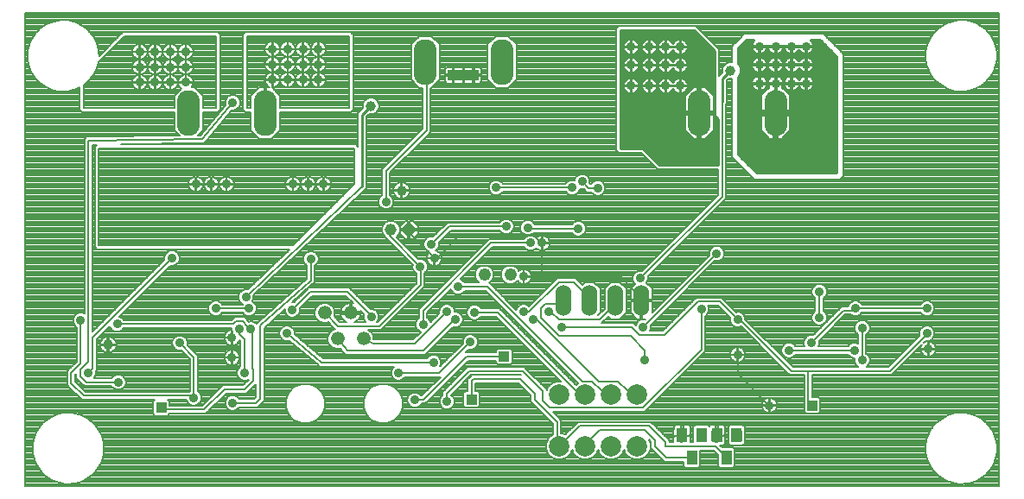
<source format=gbr>
G75*
G70*
%OFA0B0*%
%FSLAX24Y24*%
%IPPOS*%
%LPD*%
%AMOC8*
5,1,8,0,0,1.08239X$1,22.5*
%
%ADD10C,0.0525*%
%ADD11C,0.0787*%
%ADD12C,0.0480*%
%ADD13O,0.0600X0.1200*%
%ADD14OC8,0.0460*%
%ADD15C,0.0460*%
%ADD16O,0.0886X0.1772*%
%ADD17R,0.0394X0.0551*%
%ADD18C,0.0079*%
%ADD19C,0.0354*%
%ADD20R,0.0394X0.0394*%
%ADD21C,0.0394*%
%ADD22C,0.0098*%
%ADD23C,0.0120*%
%ADD24C,0.0100*%
D10*
X015840Y007723D03*
X016840Y007723D03*
X016340Y008723D03*
X015340Y008723D03*
D11*
X024391Y005571D03*
X025391Y005571D03*
X026391Y005571D03*
X027391Y005571D03*
X027391Y003575D03*
X026391Y003575D03*
X025391Y003575D03*
X024391Y003575D03*
D12*
X022496Y010195D03*
X021496Y010195D03*
D13*
X024547Y009199D03*
X025547Y009199D03*
X026547Y009199D03*
X027547Y009199D03*
D14*
X018592Y011929D03*
D15*
X017892Y011929D03*
D16*
X013045Y016445D03*
X010092Y016445D03*
X019226Y018414D03*
X022179Y018414D03*
X029777Y016445D03*
X032730Y016445D03*
D17*
X031214Y004004D03*
X030466Y004004D03*
X029876Y004004D03*
X029128Y004004D03*
X029502Y003138D03*
X030840Y003138D03*
D18*
X041352Y002036D02*
X003793Y002036D01*
X003793Y020303D01*
X041352Y020303D01*
X041352Y002036D01*
X041352Y002043D02*
X003793Y002043D01*
X003793Y002120D02*
X005313Y002120D01*
X005352Y002116D02*
X005352Y002116D01*
X005228Y002130D01*
X005228Y002130D01*
X005105Y002156D01*
X005105Y002156D01*
X004985Y002192D01*
X004985Y002192D01*
X004868Y002240D01*
X004868Y002240D01*
X004757Y002297D01*
X004757Y002297D01*
X004651Y002365D01*
X004651Y002365D01*
X004552Y002442D01*
X004552Y002442D01*
X004460Y002528D01*
X004460Y002528D01*
X004376Y002621D01*
X004376Y002622D01*
X004302Y002722D01*
X004302Y002722D01*
X004236Y002830D01*
X004236Y002830D01*
X004181Y002943D01*
X004181Y002943D01*
X004136Y003060D01*
X004136Y003060D01*
X004102Y003181D01*
X004080Y003304D01*
X004068Y003429D01*
X004068Y003555D01*
X004080Y003680D01*
X004102Y003804D01*
X004136Y003925D01*
X004181Y004042D01*
X004236Y004155D01*
X004302Y004262D01*
X004376Y004363D01*
X004460Y004457D01*
X004460Y004457D01*
X004552Y004542D01*
X004552Y004542D01*
X004651Y004620D01*
X004651Y004620D01*
X004757Y004687D01*
X004757Y004687D01*
X004868Y004745D01*
X004868Y004745D01*
X004985Y004792D01*
X004985Y004792D01*
X005105Y004829D01*
X005105Y004829D01*
X005228Y004855D01*
X005228Y004855D01*
X005352Y004869D01*
X005352Y004869D01*
X005478Y004872D01*
X005478Y004872D01*
X005603Y004863D01*
X005603Y004863D01*
X005727Y004843D01*
X005727Y004843D01*
X005849Y004812D01*
X005849Y004812D01*
X005967Y004770D01*
X005967Y004770D01*
X006081Y004717D01*
X006081Y004717D01*
X006190Y004655D01*
X006190Y004655D01*
X006293Y004582D01*
X006293Y004582D01*
X006388Y004501D01*
X006388Y004501D01*
X006476Y004411D01*
X006476Y004411D01*
X006555Y004313D01*
X006555Y004313D01*
X006626Y004209D01*
X006626Y004209D01*
X006686Y004099D01*
X006686Y004099D01*
X006736Y003984D01*
X006736Y003984D01*
X006775Y003865D01*
X006775Y003864D01*
X006804Y003742D01*
X006804Y003742D01*
X006821Y003618D01*
X006826Y003492D01*
X006821Y003367D01*
X006804Y003242D01*
X006775Y003120D01*
X006736Y003001D01*
X006686Y002886D01*
X006626Y002775D01*
X006555Y002671D01*
X006476Y002574D01*
X006476Y002574D01*
X006388Y002484D01*
X006388Y002484D01*
X006293Y002402D01*
X006293Y002402D01*
X006190Y002330D01*
X006190Y002330D01*
X006081Y002267D01*
X006081Y002267D01*
X005967Y002215D01*
X005967Y002215D01*
X005849Y002172D01*
X005849Y002172D01*
X005727Y002141D01*
X005727Y002141D01*
X005603Y002121D01*
X005603Y002121D01*
X005478Y002113D01*
X005478Y002113D01*
X005352Y002116D01*
X005585Y002120D02*
X039762Y002120D01*
X039801Y002116D02*
X039801Y002116D01*
X039927Y002113D01*
X040052Y002121D01*
X040176Y002141D01*
X040298Y002172D01*
X040416Y002215D01*
X040416Y002215D01*
X040530Y002267D01*
X040639Y002330D01*
X040742Y002402D01*
X040837Y002484D01*
X040925Y002574D01*
X041004Y002671D01*
X041074Y002775D01*
X041135Y002886D01*
X041185Y003001D01*
X041224Y003120D01*
X041252Y003242D01*
X041269Y003367D01*
X041275Y003492D01*
X041269Y003618D01*
X041252Y003742D01*
X041224Y003864D01*
X041224Y003865D01*
X041185Y003984D01*
X041135Y004099D01*
X041074Y004209D01*
X041004Y004313D01*
X041004Y004313D01*
X040925Y004411D01*
X040837Y004501D01*
X040742Y004582D01*
X040742Y004582D01*
X040639Y004655D01*
X040530Y004717D01*
X040416Y004770D01*
X040298Y004812D01*
X040298Y004812D01*
X040176Y004843D01*
X040052Y004863D01*
X039927Y004872D01*
X039927Y004872D01*
X039801Y004869D01*
X039676Y004855D01*
X039554Y004829D01*
X039553Y004829D01*
X039433Y004792D01*
X039317Y004745D01*
X039206Y004687D01*
X039100Y004620D01*
X039001Y004542D01*
X038909Y004457D01*
X038825Y004363D01*
X038750Y004262D01*
X038685Y004155D01*
X038630Y004042D01*
X038585Y003925D01*
X038551Y003804D01*
X038528Y003680D01*
X038517Y003555D01*
X038517Y003429D01*
X038528Y003304D01*
X038551Y003181D01*
X038551Y003181D01*
X038585Y003060D01*
X038630Y002943D01*
X038630Y002943D01*
X038685Y002830D01*
X038685Y002830D01*
X038750Y002722D01*
X038825Y002622D01*
X038825Y002621D01*
X038909Y002528D01*
X039001Y002442D01*
X039100Y002365D01*
X039206Y002297D01*
X039317Y002240D01*
X039433Y002192D01*
X039433Y002192D01*
X039553Y002156D01*
X039554Y002156D01*
X039676Y002130D01*
X039676Y002130D01*
X039801Y002116D01*
X039927Y002113D02*
X039927Y002113D01*
X040034Y002120D02*
X041352Y002120D01*
X041352Y002197D02*
X040368Y002197D01*
X040298Y002172D02*
X040298Y002172D01*
X040176Y002141D02*
X040176Y002141D01*
X040052Y002121D02*
X040052Y002121D01*
X039420Y002197D02*
X005919Y002197D01*
X006095Y002275D02*
X039249Y002275D01*
X039206Y002297D02*
X039206Y002297D01*
X039120Y002352D02*
X006221Y002352D01*
X006324Y002429D02*
X039017Y002429D01*
X039001Y002442D02*
X039001Y002442D01*
X038931Y002507D02*
X006411Y002507D01*
X006388Y002484D02*
X006388Y002484D01*
X006484Y002584D02*
X038859Y002584D01*
X038909Y002528D02*
X038909Y002528D01*
X038909Y002528D01*
X038796Y002661D02*
X006547Y002661D01*
X006601Y002738D02*
X038741Y002738D01*
X038750Y002722D02*
X038750Y002722D01*
X038694Y002816D02*
X031155Y002816D01*
X031155Y002813D02*
X031155Y003462D01*
X031086Y003532D01*
X030669Y003532D01*
X030590Y003610D01*
X030712Y003610D01*
X030781Y003680D01*
X030781Y003965D01*
X030506Y003965D01*
X030506Y003984D01*
X030762Y003984D01*
X030762Y004043D01*
X030781Y004043D01*
X030781Y004329D01*
X030712Y004398D01*
X030506Y004398D01*
X030506Y004280D01*
X030466Y004280D01*
X030466Y004044D01*
X030427Y004044D01*
X030427Y004398D01*
X030221Y004398D01*
X030171Y004348D01*
X030121Y004398D01*
X029630Y004398D01*
X029561Y004329D01*
X029561Y003728D01*
X029443Y003728D01*
X029443Y003965D01*
X029167Y003965D01*
X029167Y003984D01*
X029423Y003984D01*
X029423Y004043D01*
X029443Y004043D01*
X029443Y004329D01*
X029373Y004398D01*
X029167Y004398D01*
X029167Y004280D01*
X029128Y004280D01*
X029128Y004044D01*
X029088Y004044D01*
X029088Y004398D01*
X028882Y004398D01*
X028813Y004329D01*
X028813Y004230D01*
X028793Y004210D01*
X028793Y003984D01*
X029088Y003984D01*
X029088Y003965D01*
X028813Y003965D01*
X028813Y003945D01*
X028793Y003945D01*
X028793Y003728D01*
X028636Y003728D01*
X028636Y003794D01*
X028006Y004424D01*
X027913Y004516D01*
X025236Y004516D01*
X025106Y004516D01*
X024623Y004033D01*
X024493Y004087D01*
X024462Y004087D01*
X024462Y004581D01*
X024370Y004673D01*
X024142Y004902D01*
X027539Y004902D01*
X027669Y004902D01*
X029929Y007162D01*
X030021Y007254D01*
X030021Y008608D01*
X030031Y008612D01*
X030892Y008612D01*
X030969Y008535D02*
X030021Y008535D01*
X030021Y008457D02*
X030970Y008457D01*
X030970Y008402D02*
X031015Y008294D01*
X031098Y008210D01*
X031207Y008166D01*
X031324Y008166D01*
X031401Y008197D01*
X033179Y006419D01*
X033271Y006327D01*
X033832Y006327D01*
X033832Y005238D01*
X033832Y004900D01*
X033902Y004831D01*
X034393Y004831D01*
X034462Y004900D01*
X034462Y005392D01*
X034393Y005461D01*
X034147Y005461D01*
X034147Y006327D01*
X037074Y006327D01*
X037205Y006327D01*
X038368Y007490D01*
X038325Y007386D01*
X038325Y007337D01*
X038610Y007337D01*
X038610Y007622D01*
X038561Y007622D01*
X038457Y007579D01*
X038516Y007638D01*
X038623Y007638D01*
X038732Y007683D01*
X038815Y007766D01*
X038860Y007874D01*
X038860Y007992D01*
X038815Y008100D01*
X038732Y008184D01*
X038623Y008228D01*
X038506Y008228D01*
X038397Y008184D01*
X038314Y008100D01*
X038269Y007992D01*
X038269Y007874D01*
X038280Y007848D01*
X037074Y006642D01*
X036232Y006642D01*
X036236Y006644D01*
X036319Y006727D01*
X036364Y006835D01*
X036364Y006953D01*
X036319Y007061D01*
X036236Y007144D01*
X036226Y007148D01*
X036226Y007884D01*
X036236Y007888D01*
X036319Y007971D01*
X036364Y008079D01*
X036364Y008197D01*
X036319Y008305D01*
X036236Y008388D01*
X036127Y008433D01*
X036010Y008433D01*
X035901Y008388D01*
X035818Y008305D01*
X035773Y008197D01*
X035773Y008079D01*
X035818Y007971D01*
X035901Y007888D01*
X035911Y007884D01*
X035911Y007533D01*
X035828Y007567D01*
X035711Y007567D01*
X035602Y007522D01*
X035519Y007439D01*
X035515Y007429D01*
X034377Y007429D01*
X034411Y007512D01*
X034411Y007630D01*
X034407Y007640D01*
X035425Y008658D01*
X035570Y008658D01*
X035627Y008658D01*
X035642Y008644D01*
X035750Y008599D01*
X035868Y008599D01*
X035976Y008644D01*
X036059Y008727D01*
X036063Y008736D01*
X038310Y008736D01*
X038314Y008727D01*
X038397Y008644D01*
X038506Y008599D01*
X038623Y008599D01*
X038732Y008644D01*
X038815Y008727D01*
X038860Y008835D01*
X038860Y008953D01*
X038815Y009061D01*
X038732Y009144D01*
X038623Y009189D01*
X038506Y009189D01*
X038397Y009144D01*
X038314Y009061D01*
X038310Y009051D01*
X036063Y009051D01*
X036059Y009061D01*
X035976Y009144D01*
X035868Y009189D01*
X035750Y009189D01*
X035642Y009144D01*
X035559Y009061D01*
X035522Y008973D01*
X035425Y008973D01*
X035295Y008973D01*
X034184Y007862D01*
X034175Y007866D01*
X034057Y007866D01*
X033949Y007821D01*
X033866Y007738D01*
X033821Y007630D01*
X033821Y007512D01*
X033855Y007429D01*
X033512Y007429D01*
X033508Y007439D01*
X033425Y007522D01*
X033316Y007567D01*
X033199Y007567D01*
X033090Y007522D01*
X033007Y007439D01*
X032962Y007331D01*
X032962Y007213D01*
X033007Y007105D01*
X033090Y007021D01*
X033199Y006977D01*
X033316Y006977D01*
X033425Y007021D01*
X033508Y007105D01*
X033512Y007114D01*
X035515Y007114D01*
X035519Y007105D01*
X035602Y007021D01*
X035711Y006977D01*
X035783Y006977D01*
X035773Y006953D01*
X035773Y006835D01*
X035818Y006727D01*
X035901Y006644D01*
X035906Y006642D01*
X033925Y006642D01*
X033402Y006642D01*
X031561Y008483D01*
X031561Y008520D01*
X031516Y008628D01*
X031433Y008711D01*
X031324Y008756D01*
X031207Y008756D01*
X031197Y008752D01*
X030630Y009319D01*
X030499Y009319D01*
X029673Y009319D01*
X029580Y009227D01*
X028389Y008036D01*
X027881Y008036D01*
X027915Y008119D01*
X027915Y008236D01*
X027911Y008246D01*
X030394Y010729D01*
X030404Y010725D01*
X030521Y010725D01*
X030630Y010770D01*
X030713Y010853D01*
X041352Y010853D01*
X041352Y010776D02*
X030636Y010776D01*
X030713Y010853D02*
X030758Y010961D01*
X030758Y011079D01*
X030713Y011187D01*
X030630Y011270D01*
X030521Y011315D01*
X030404Y011315D01*
X030295Y011270D01*
X030212Y011187D01*
X030167Y011079D01*
X030167Y010961D01*
X030171Y010951D01*
X027965Y008745D01*
X027965Y009160D01*
X027587Y009160D01*
X027587Y009238D01*
X027965Y009238D01*
X027965Y009672D01*
X027753Y009885D01*
X027760Y009892D01*
X027805Y010000D01*
X027805Y010118D01*
X027801Y010128D01*
X030825Y013151D01*
X030825Y013282D01*
X030825Y016807D01*
X030834Y016817D01*
X030834Y017695D01*
X030908Y017769D01*
X030919Y017764D01*
X031045Y017764D01*
X031053Y017768D01*
X031053Y014723D01*
X031205Y014571D01*
X031914Y013863D01*
X032129Y013863D01*
X035200Y013863D01*
X035352Y014015D01*
X035352Y014230D01*
X035352Y018718D01*
X035200Y018870D01*
X034570Y019500D01*
X034355Y019500D01*
X031520Y019500D01*
X031368Y019348D01*
X031205Y019185D01*
X031053Y019033D01*
X031053Y018390D01*
X031045Y018394D01*
X030919Y018394D01*
X030804Y018346D01*
X030715Y018257D01*
X030667Y018142D01*
X030667Y018016D01*
X030672Y018005D01*
X030536Y017869D01*
X030536Y018916D01*
X030437Y019015D01*
X029650Y019802D01*
X029511Y019802D01*
X026815Y019802D01*
X026676Y019802D01*
X026578Y019704D01*
X026578Y014997D01*
X026676Y014899D01*
X026815Y014899D01*
X027542Y014899D01*
X028172Y014269D01*
X028311Y014269D01*
X030510Y014269D01*
X030510Y013282D01*
X027578Y010350D01*
X027568Y010354D01*
X027451Y010354D01*
X027342Y010309D01*
X027259Y010226D01*
X027214Y010118D01*
X027214Y010000D01*
X027259Y009892D01*
X027304Y009847D01*
X027129Y009672D01*
X027129Y009238D01*
X027507Y009238D01*
X027507Y009160D01*
X027129Y009160D01*
X027129Y008726D01*
X027374Y008481D01*
X027508Y008481D01*
X027508Y009159D01*
X027586Y009159D01*
X027586Y008481D01*
X027701Y008481D01*
X027688Y008469D01*
X027679Y008473D01*
X027561Y008473D01*
X027453Y008428D01*
X027370Y008345D01*
X027332Y008254D01*
X027260Y008327D01*
X027129Y008327D01*
X026024Y008327D01*
X026276Y008579D01*
X026374Y008481D01*
X026720Y008481D01*
X026965Y008726D01*
X026965Y009672D01*
X026720Y009917D01*
X026374Y009917D01*
X026129Y009672D01*
X026129Y008878D01*
X026129Y008877D01*
X025885Y008634D01*
X025873Y008634D01*
X025965Y008726D01*
X025965Y009672D01*
X025720Y009917D01*
X025374Y009917D01*
X025274Y009817D01*
X025016Y010075D01*
X024885Y010075D01*
X024303Y010075D01*
X024210Y009983D01*
X023213Y008986D01*
X023181Y009018D01*
X023072Y009063D01*
X022955Y009063D01*
X022846Y009018D01*
X022763Y008935D01*
X022728Y008851D01*
X021777Y009802D01*
X021691Y009888D01*
X021699Y009891D01*
X021799Y009992D01*
X021854Y010124D01*
X021854Y010266D01*
X021799Y010398D01*
X021699Y010499D01*
X021567Y010553D01*
X021425Y010553D01*
X021293Y010499D01*
X021192Y010398D01*
X021138Y010266D01*
X021138Y010124D01*
X021192Y009992D01*
X021291Y009894D01*
X020740Y009894D01*
X020736Y009904D01*
X020653Y009987D01*
X020569Y010022D01*
X021811Y011264D01*
X023027Y011264D01*
X023031Y011254D01*
X023114Y011171D01*
X023222Y011126D01*
X023340Y011126D01*
X023449Y011171D01*
X023502Y011224D01*
X023555Y011171D01*
X023663Y011126D01*
X023712Y011126D01*
X023712Y011411D01*
X023732Y011411D01*
X023732Y011126D01*
X023781Y011126D01*
X023889Y011171D01*
X023972Y011254D01*
X024017Y011363D01*
X024017Y011411D01*
X023732Y011411D01*
X023732Y011431D01*
X024017Y011431D01*
X024017Y011480D01*
X023972Y011589D01*
X023889Y011672D01*
X023781Y011717D01*
X023732Y011717D01*
X023732Y011431D01*
X023712Y011431D01*
X023712Y011717D01*
X023663Y011717D01*
X023555Y011672D01*
X023502Y011618D01*
X023449Y011672D01*
X023340Y011717D01*
X023222Y011717D01*
X023114Y011672D01*
X023031Y011589D01*
X023027Y011579D01*
X021681Y011579D01*
X021588Y011487D01*
X018974Y008872D01*
X018974Y008742D01*
X018974Y008526D01*
X018964Y008522D01*
X018881Y008439D01*
X018836Y008331D01*
X018836Y008213D01*
X018881Y008105D01*
X018964Y008021D01*
X019049Y007986D01*
X018751Y007689D01*
X017249Y007689D01*
X017221Y007703D01*
X017221Y007798D01*
X017163Y007938D01*
X017056Y008045D01*
X017022Y008059D01*
X017389Y008059D01*
X017520Y008059D01*
X019094Y009634D01*
X019187Y009726D01*
X019187Y010265D01*
X019189Y010266D01*
X019272Y010349D01*
X019317Y010457D01*
X019317Y010575D01*
X019272Y010683D01*
X019189Y010766D01*
X019080Y010811D01*
X018963Y010811D01*
X018953Y010807D01*
X018107Y011653D01*
X018187Y011732D01*
X018240Y011860D01*
X018240Y011999D01*
X018187Y012126D01*
X018089Y012224D01*
X017961Y012277D01*
X017823Y012277D01*
X017695Y012224D01*
X017597Y012126D01*
X017544Y011999D01*
X017544Y011860D01*
X017597Y011732D01*
X017683Y011646D01*
X017683Y011632D01*
X017775Y011540D01*
X018730Y010584D01*
X018726Y010575D01*
X018726Y010457D01*
X018771Y010349D01*
X018854Y010266D01*
X018872Y010258D01*
X018872Y009857D01*
X017389Y008374D01*
X017352Y008374D01*
X017382Y008404D01*
X017427Y008512D01*
X017427Y008630D01*
X017382Y008738D01*
X017299Y008821D01*
X017190Y008866D01*
X017106Y008866D01*
X016280Y009693D01*
X016149Y009693D01*
X014724Y009693D01*
X014632Y009601D01*
X014161Y009130D01*
X014151Y009134D01*
X014095Y009134D01*
X014861Y009823D01*
X014866Y009823D01*
X014909Y009866D01*
X014909Y009866D01*
X014958Y009915D01*
X014958Y010046D01*
X014958Y010553D01*
X014968Y010557D01*
X015051Y010640D01*
X015096Y010748D01*
X015096Y010866D01*
X015051Y010974D01*
X014968Y011058D01*
X014860Y011102D01*
X014742Y011102D01*
X014634Y011058D01*
X014551Y010974D01*
X014506Y010866D01*
X014506Y010748D01*
X014551Y010640D01*
X014634Y010557D01*
X014643Y010553D01*
X014643Y010051D01*
X012788Y008382D01*
X012783Y008382D01*
X012740Y008339D01*
X012724Y008323D01*
X012705Y008304D01*
X012661Y008349D01*
X012553Y008394D01*
X012435Y008394D01*
X012414Y008385D01*
X012244Y008555D01*
X012114Y008555D01*
X011862Y008555D01*
X011769Y008463D01*
X011759Y008453D01*
X007583Y008453D01*
X007579Y008463D01*
X007496Y008546D01*
X007411Y008581D01*
X009378Y010548D01*
X009388Y010543D01*
X009505Y010543D01*
X009614Y010588D01*
X009697Y010671D01*
X009742Y010780D01*
X009742Y010897D01*
X009697Y011006D01*
X009614Y011089D01*
X009505Y011134D01*
X009388Y011134D01*
X009279Y011089D01*
X009196Y011006D01*
X009151Y010897D01*
X009151Y010780D01*
X009155Y010770D01*
X006384Y007998D01*
X006384Y015211D01*
X006551Y015213D01*
X006470Y015132D01*
X006470Y011262D01*
X006562Y011169D01*
X006693Y011169D01*
X013988Y011169D01*
X012371Y009624D01*
X012356Y009630D01*
X012238Y009630D01*
X012130Y009585D01*
X012047Y009502D01*
X012002Y009394D01*
X012002Y009276D01*
X012047Y009168D01*
X012130Y009084D01*
X012177Y009065D01*
X012173Y009061D01*
X012169Y009051D01*
X011386Y009051D01*
X011382Y009061D01*
X011299Y009144D01*
X011190Y009189D01*
X011073Y009189D01*
X010964Y009144D01*
X010881Y009061D01*
X010836Y008953D01*
X010836Y008835D01*
X010881Y008727D01*
X010964Y008644D01*
X011073Y008599D01*
X011190Y008599D01*
X011299Y008644D01*
X011382Y008727D01*
X011386Y008736D01*
X012169Y008736D01*
X012173Y008727D01*
X012256Y008644D01*
X012364Y008599D01*
X012482Y008599D01*
X012590Y008644D01*
X012673Y008727D01*
X012718Y008835D01*
X012718Y008953D01*
X012673Y009061D01*
X012590Y009144D01*
X012543Y009164D01*
X012547Y009168D01*
X012592Y009276D01*
X012592Y009394D01*
X012591Y009398D01*
X016830Y013451D01*
X016847Y013451D01*
X016945Y013549D01*
X016945Y016305D01*
X017046Y016406D01*
X017057Y016402D01*
X017182Y016402D01*
X017298Y016450D01*
X017387Y016538D01*
X017435Y016654D01*
X017435Y016779D01*
X017387Y016895D01*
X017298Y016984D01*
X017182Y017032D01*
X017057Y017032D01*
X016941Y016984D01*
X016853Y016895D01*
X016805Y016779D01*
X016805Y016654D01*
X016809Y016643D01*
X016610Y016443D01*
X016610Y016305D01*
X016610Y015150D01*
X016535Y015225D01*
X016405Y015225D01*
X007474Y015225D01*
X010612Y015264D01*
X010677Y015264D01*
X010678Y015265D01*
X010769Y015356D01*
X010769Y015365D01*
X011753Y016551D01*
X011852Y016551D01*
X011960Y016596D01*
X012043Y016679D01*
X012088Y016788D01*
X012088Y016905D01*
X012043Y017014D01*
X011960Y017097D01*
X011852Y017142D01*
X011734Y017142D01*
X011626Y017097D01*
X011543Y017014D01*
X011498Y016905D01*
X011498Y016788D01*
X011512Y016754D01*
X010537Y015578D01*
X010460Y015577D01*
X010653Y015770D01*
X010653Y016484D01*
X011220Y016484D01*
X011313Y016577D01*
X011313Y016707D01*
X011313Y019333D01*
X011313Y019463D01*
X011220Y019555D01*
X007547Y019555D01*
X007454Y019463D01*
X006629Y018637D01*
X006630Y018650D01*
X006624Y018775D01*
X006607Y018900D01*
X006578Y019022D01*
X006539Y019141D01*
X006489Y019256D01*
X006489Y019256D01*
X006429Y019367D01*
X006359Y019471D01*
X006279Y019568D01*
X006279Y019568D01*
X006192Y019658D01*
X006191Y019658D01*
X006096Y019740D01*
X005993Y019812D01*
X005885Y019875D01*
X005884Y019875D01*
X005771Y019927D01*
X005770Y019927D01*
X005652Y019970D01*
X005530Y020001D01*
X005406Y020021D01*
X005281Y020029D01*
X005156Y020026D01*
X005156Y020026D01*
X005031Y020012D01*
X005031Y020012D01*
X004908Y019986D01*
X004788Y019950D01*
X004671Y019902D01*
X004560Y019845D01*
X004454Y019777D01*
X004355Y019700D01*
X004355Y019700D01*
X004263Y019614D01*
X004179Y019521D01*
X004179Y019520D01*
X004105Y019420D01*
X004105Y019420D01*
X004039Y019312D01*
X003984Y019199D01*
X003939Y019082D01*
X003906Y018961D01*
X003883Y018838D01*
X003871Y018713D01*
X003871Y018587D01*
X003883Y018462D01*
X003906Y018338D01*
X003939Y018217D01*
X003984Y018100D01*
X004039Y017987D01*
X004105Y017880D01*
X004179Y017779D01*
X004263Y017685D01*
X004355Y017600D01*
X004454Y017522D01*
X004560Y017455D01*
X004671Y017397D01*
X004671Y017397D01*
X004788Y017350D01*
X004908Y017313D01*
X005031Y017287D01*
X005156Y017273D01*
X005281Y017270D01*
X005281Y017270D01*
X005406Y017279D01*
X005406Y017279D01*
X005530Y017299D01*
X005530Y017299D01*
X005652Y017330D01*
X005652Y017330D01*
X005770Y017372D01*
X005771Y017372D01*
X005880Y017422D01*
X005879Y017422D01*
X005880Y017422D02*
X005880Y016577D01*
X005972Y016484D01*
X006102Y016484D01*
X009531Y016484D01*
X009531Y015770D01*
X009733Y015568D01*
X006226Y015524D01*
X006161Y015524D01*
X006069Y015431D01*
X006069Y008698D01*
X005986Y008732D01*
X005868Y008732D01*
X005760Y008687D01*
X005677Y008604D01*
X005632Y008496D01*
X005632Y008378D01*
X005677Y008270D01*
X005760Y008187D01*
X005769Y008183D01*
X005769Y006833D01*
X005492Y006555D01*
X005399Y006463D01*
X005399Y005939D01*
X005492Y005847D01*
X005880Y005459D01*
X005880Y005459D01*
X005972Y005366D01*
X008768Y005366D01*
X008714Y005313D01*
X008714Y004821D01*
X008784Y004752D01*
X009275Y004752D01*
X009344Y004821D01*
X009344Y004831D01*
X010748Y004831D01*
X010840Y004923D01*
X011535Y005618D01*
X012323Y005618D01*
X012415Y005711D01*
X012691Y005986D01*
X012691Y005479D01*
X012610Y005398D01*
X012047Y005398D01*
X012043Y005408D01*
X011960Y005491D01*
X011852Y005536D01*
X011734Y005536D01*
X011626Y005491D01*
X011543Y005408D01*
X011498Y005299D01*
X011498Y005182D01*
X011543Y005073D01*
X011626Y004990D01*
X011734Y004945D01*
X011852Y004945D01*
X011960Y004990D01*
X012043Y005073D01*
X012047Y005083D01*
X012740Y005083D01*
X012832Y005175D01*
X013006Y005348D01*
X013006Y005479D01*
X013006Y008154D01*
X013797Y008866D01*
X013797Y008780D01*
X013842Y008671D01*
X013925Y008588D01*
X014034Y008543D01*
X014151Y008543D01*
X014260Y008588D01*
X014343Y008671D01*
X014388Y008780D01*
X014388Y008897D01*
X014383Y008907D01*
X014854Y009378D01*
X016149Y009378D01*
X016430Y009097D01*
X016416Y009103D01*
X016380Y009103D01*
X016380Y008762D01*
X016721Y008762D01*
X016721Y008798D01*
X016715Y008812D01*
X016854Y008673D01*
X016836Y008630D01*
X016836Y008512D01*
X016881Y008404D01*
X016911Y008374D01*
X016494Y008374D01*
X016556Y008400D01*
X016663Y008507D01*
X016721Y008647D01*
X016721Y008683D01*
X016380Y008683D01*
X016380Y008762D01*
X016301Y008762D01*
X016301Y009103D01*
X016265Y009103D01*
X016125Y009045D01*
X016018Y008938D01*
X015960Y008798D01*
X015960Y008762D01*
X016301Y008762D01*
X016301Y008683D01*
X015960Y008683D01*
X015960Y008647D01*
X016018Y008507D01*
X016125Y008400D01*
X016187Y008374D01*
X015911Y008374D01*
X015697Y008589D01*
X015721Y008647D01*
X015721Y008798D01*
X015663Y008938D01*
X015556Y009045D01*
X015416Y009103D01*
X015265Y009103D01*
X015125Y009045D01*
X015018Y008938D01*
X014960Y008798D01*
X014960Y008647D01*
X015018Y008507D01*
X015125Y008400D01*
X015265Y008342D01*
X015416Y008342D01*
X015474Y008366D01*
X015689Y008151D01*
X015745Y008095D01*
X015625Y008045D01*
X015518Y007938D01*
X015460Y007798D01*
X015460Y007647D01*
X015518Y007507D01*
X015625Y007400D01*
X015765Y007342D01*
X015916Y007342D01*
X015941Y007352D01*
X016053Y007215D01*
X016053Y007207D01*
X016145Y007114D01*
X019082Y007114D01*
X019213Y007114D01*
X020285Y008187D01*
X020317Y008173D01*
X020434Y008173D01*
X020543Y008218D01*
X020626Y008301D01*
X020671Y008410D01*
X020671Y008527D01*
X020626Y008636D01*
X020543Y008719D01*
X020434Y008764D01*
X020348Y008764D01*
X020348Y008827D01*
X020303Y008935D01*
X020220Y009018D01*
X020112Y009063D01*
X019994Y009063D01*
X019886Y009018D01*
X019803Y008935D01*
X019758Y008827D01*
X019758Y008709D01*
X019762Y008699D01*
X019417Y008355D01*
X019382Y008439D01*
X019299Y008522D01*
X019289Y008526D01*
X019289Y008742D01*
X020201Y009654D01*
X020236Y009569D01*
X020319Y009486D01*
X020427Y009441D01*
X020545Y009441D01*
X020653Y009486D01*
X020736Y009569D01*
X020740Y009579D01*
X021555Y009579D01*
X025116Y006018D01*
X025116Y006018D01*
X025121Y006013D01*
X025102Y006005D01*
X025031Y005934D01*
X022063Y008902D01*
X021933Y008902D01*
X021370Y008902D01*
X021366Y008911D01*
X021283Y008995D01*
X021175Y009039D01*
X021057Y009039D01*
X020949Y008995D01*
X020866Y008911D01*
X020821Y008803D01*
X020821Y008685D01*
X020866Y008577D01*
X020949Y008494D01*
X021057Y008449D01*
X021175Y008449D01*
X021283Y008494D01*
X021366Y008577D01*
X021370Y008587D01*
X021933Y008587D01*
X024437Y006083D01*
X024290Y006083D01*
X024102Y006005D01*
X023958Y005861D01*
X023911Y005749D01*
X023911Y005762D01*
X023124Y006550D01*
X023031Y006642D01*
X020854Y006642D01*
X020762Y006550D01*
X020762Y006550D01*
X019988Y005776D01*
X019988Y005776D01*
X019895Y005683D01*
X019895Y005546D01*
X019894Y005546D01*
X019810Y005463D01*
X019766Y005354D01*
X019766Y005237D01*
X019810Y005128D01*
X019894Y005045D01*
X020002Y005000D01*
X020120Y005000D01*
X020228Y005045D01*
X020311Y005128D01*
X020356Y005237D01*
X020356Y005354D01*
X020311Y005463D01*
X020228Y005546D01*
X020210Y005553D01*
X020984Y006327D01*
X022901Y006327D01*
X022901Y006327D01*
X022822Y006327D01*
X021142Y006327D01*
X021011Y006327D01*
X020933Y006248D01*
X020840Y006156D01*
X020840Y005697D01*
X020752Y005697D01*
X020683Y005628D01*
X020683Y005136D01*
X020752Y005067D01*
X021244Y005067D01*
X021313Y005136D01*
X021313Y005628D01*
X021244Y005697D01*
X021155Y005697D01*
X021155Y006012D01*
X022822Y006012D01*
X023281Y005553D01*
X023281Y005447D01*
X023281Y005317D01*
X024147Y004451D01*
X024147Y004028D01*
X024102Y004009D01*
X023958Y003865D01*
X023880Y003677D01*
X023880Y003473D01*
X023958Y003285D01*
X024102Y003141D01*
X024290Y003063D01*
X024493Y003063D01*
X024681Y003141D01*
X024825Y003285D01*
X024891Y003445D01*
X024958Y003285D01*
X025102Y003141D01*
X025290Y003063D01*
X025493Y003063D01*
X025681Y003141D01*
X025825Y003285D01*
X025891Y003445D01*
X025958Y003285D01*
X026102Y003141D01*
X026290Y003063D01*
X026493Y003063D01*
X026681Y003141D01*
X026825Y003285D01*
X026891Y003445D01*
X026958Y003285D01*
X027102Y003141D01*
X027290Y003063D01*
X027493Y003063D01*
X027681Y003141D01*
X027825Y003285D01*
X027903Y003473D01*
X027903Y003677D01*
X027840Y003829D01*
X027927Y003742D01*
X027927Y003506D01*
X028019Y003414D01*
X028452Y002980D01*
X028583Y002980D01*
X029187Y002980D01*
X029187Y002813D01*
X029256Y002744D01*
X029747Y002744D01*
X029817Y002813D01*
X029817Y003414D01*
X030342Y003414D01*
X030525Y003230D01*
X030525Y002813D01*
X030595Y002744D01*
X031086Y002744D01*
X031155Y002813D01*
X031155Y002893D02*
X038654Y002893D01*
X038619Y002970D02*
X031155Y002970D01*
X031155Y003048D02*
X038590Y003048D01*
X038585Y003060D02*
X038585Y003060D01*
X038567Y003125D02*
X031155Y003125D01*
X031155Y003202D02*
X038547Y003202D01*
X038533Y003279D02*
X031155Y003279D01*
X031155Y003357D02*
X038524Y003357D01*
X038528Y003304D02*
X038528Y003304D01*
X038517Y003429D02*
X038517Y003429D01*
X038517Y003434D02*
X031155Y003434D01*
X031106Y003511D02*
X038517Y003511D01*
X038517Y003555D02*
X038517Y003555D01*
X038520Y003589D02*
X030612Y003589D01*
X030768Y003666D02*
X030913Y003666D01*
X030899Y003680D02*
X030969Y003610D01*
X031460Y003610D01*
X031529Y003680D01*
X031529Y003699D01*
X031549Y003719D01*
X031549Y004210D01*
X031529Y004230D01*
X031529Y004329D01*
X031460Y004398D01*
X030969Y004398D01*
X030899Y004329D01*
X030899Y003680D01*
X030899Y003743D02*
X030781Y003743D01*
X030781Y003820D02*
X030899Y003820D01*
X030899Y003898D02*
X030781Y003898D01*
X030899Y003975D02*
X030506Y003975D01*
X030466Y004004D02*
X030466Y004024D01*
X030447Y003965D01*
X030466Y003945D02*
X030466Y003728D01*
X030427Y003728D01*
X030427Y003945D01*
X030466Y003945D01*
X030466Y003898D02*
X030427Y003898D01*
X030427Y003820D02*
X030466Y003820D01*
X030466Y003743D02*
X030427Y003743D01*
X030407Y003571D02*
X028478Y003571D01*
X028478Y003729D01*
X027848Y004358D01*
X025171Y004358D01*
X024388Y003575D01*
X024391Y003575D01*
X024388Y003575D02*
X024384Y003571D01*
X024305Y003650D01*
X024305Y004516D01*
X023439Y005382D01*
X023439Y005618D01*
X022888Y006169D01*
X021077Y006169D01*
X020998Y006091D01*
X020998Y005382D01*
X021313Y005366D02*
X023281Y005366D01*
X023281Y005443D02*
X021313Y005443D01*
X021313Y005521D02*
X023281Y005521D01*
X023236Y005598D02*
X021313Y005598D01*
X021265Y005675D02*
X023159Y005675D01*
X023082Y005753D02*
X021155Y005753D01*
X021155Y005830D02*
X023004Y005830D01*
X022927Y005907D02*
X021155Y005907D01*
X021155Y005984D02*
X022850Y005984D01*
X023380Y006294D02*
X024226Y006294D01*
X024149Y006371D02*
X023303Y006371D01*
X023225Y006448D02*
X024071Y006448D01*
X023994Y006525D02*
X023148Y006525D01*
X023071Y006603D02*
X023917Y006603D01*
X023839Y006680D02*
X020676Y006680D01*
X020753Y006757D02*
X021975Y006757D01*
X021943Y006790D02*
X022012Y006721D01*
X022503Y006721D01*
X022573Y006790D01*
X022573Y007281D01*
X022503Y007351D01*
X022012Y007351D01*
X021943Y007281D01*
X021943Y007193D01*
X020874Y007193D01*
X020772Y007193D01*
X020890Y007311D01*
X020900Y007307D01*
X021017Y007307D01*
X021126Y007352D01*
X021209Y007435D01*
X021254Y007544D01*
X021254Y007661D01*
X021209Y007770D01*
X021126Y007853D01*
X021017Y007898D01*
X020900Y007898D01*
X020791Y007853D01*
X020708Y007770D01*
X020663Y007661D01*
X020663Y007544D01*
X020667Y007534D01*
X019791Y006657D01*
X019828Y006748D01*
X019828Y006866D01*
X019784Y006974D01*
X019700Y007058D01*
X019592Y007102D01*
X019474Y007102D01*
X019366Y007058D01*
X019283Y006974D01*
X019279Y006965D01*
X015268Y006965D01*
X014183Y007889D01*
X014183Y007992D01*
X014138Y008100D01*
X014055Y008184D01*
X013946Y008228D01*
X013829Y008228D01*
X013720Y008184D01*
X013637Y008100D01*
X013592Y007992D01*
X013592Y007874D01*
X013637Y007766D01*
X013720Y007683D01*
X013829Y007638D01*
X013946Y007638D01*
X013977Y007651D01*
X015104Y006691D01*
X015145Y006650D01*
X015152Y006650D01*
X015276Y006650D01*
X018021Y006650D01*
X017944Y006573D01*
X017899Y006464D01*
X017899Y006347D01*
X017944Y006238D01*
X018027Y006155D01*
X018136Y006110D01*
X018253Y006110D01*
X018362Y006155D01*
X018445Y006238D01*
X018449Y006248D01*
X019799Y006248D01*
X019090Y005539D01*
X019053Y005539D01*
X018984Y005609D01*
X018875Y005654D01*
X018758Y005654D01*
X018649Y005609D01*
X018566Y005526D01*
X018521Y005417D01*
X018521Y005300D01*
X018566Y005191D01*
X018649Y005108D01*
X018758Y005063D01*
X018875Y005063D01*
X018984Y005108D01*
X019067Y005191D01*
X019081Y005225D01*
X019220Y005225D01*
X019313Y005317D01*
X020874Y006878D01*
X021943Y006878D01*
X021943Y006790D01*
X021943Y006834D02*
X020830Y006834D01*
X020809Y007036D02*
X019155Y005382D01*
X018793Y005382D01*
X018817Y005358D01*
X019010Y005134D02*
X019808Y005134D01*
X019776Y005212D02*
X019075Y005212D01*
X019285Y005289D02*
X019766Y005289D01*
X019770Y005366D02*
X019362Y005366D01*
X019439Y005443D02*
X019802Y005443D01*
X019868Y005521D02*
X019517Y005521D01*
X019594Y005598D02*
X019895Y005598D01*
X019895Y005675D02*
X019671Y005675D01*
X019748Y005753D02*
X019964Y005753D01*
X020042Y005830D02*
X019826Y005830D01*
X019903Y005907D02*
X020119Y005907D01*
X020196Y005984D02*
X019980Y005984D01*
X020058Y006062D02*
X020274Y006062D01*
X020351Y006139D02*
X020135Y006139D01*
X020212Y006216D02*
X020428Y006216D01*
X020506Y006294D02*
X020289Y006294D01*
X020367Y006371D02*
X020583Y006371D01*
X020660Y006448D02*
X020444Y006448D01*
X020521Y006525D02*
X020737Y006525D01*
X020815Y006603D02*
X020599Y006603D01*
X020919Y006484D02*
X020053Y005618D01*
X020053Y005303D01*
X020061Y005295D01*
X020356Y005289D02*
X020683Y005289D01*
X020683Y005366D02*
X020351Y005366D01*
X020319Y005443D02*
X020683Y005443D01*
X020683Y005521D02*
X020253Y005521D01*
X020210Y005553D02*
X020210Y005553D01*
X020255Y005598D02*
X020683Y005598D01*
X020730Y005675D02*
X020333Y005675D01*
X020410Y005753D02*
X020840Y005753D01*
X020840Y005830D02*
X020487Y005830D01*
X020564Y005907D02*
X020840Y005907D01*
X020840Y005984D02*
X020642Y005984D01*
X020719Y006062D02*
X020840Y006062D01*
X020840Y006139D02*
X020796Y006139D01*
X020874Y006216D02*
X020901Y006216D01*
X020951Y006294D02*
X020978Y006294D01*
X020919Y006484D02*
X022966Y006484D01*
X023754Y005697D01*
X023754Y005327D01*
X024021Y005059D01*
X027604Y005059D01*
X029864Y007319D01*
X029864Y008862D01*
X030144Y008767D02*
X030737Y008767D01*
X030660Y008844D02*
X030159Y008844D01*
X030159Y008804D02*
X030159Y008921D01*
X030582Y008921D01*
X030505Y008998D02*
X030127Y008998D01*
X030125Y009004D02*
X030499Y009004D01*
X030974Y008529D01*
X030970Y008520D01*
X030970Y008402D01*
X030979Y008380D02*
X030021Y008380D01*
X030021Y008303D02*
X031011Y008303D01*
X031083Y008226D02*
X030021Y008226D01*
X030021Y008148D02*
X031450Y008148D01*
X031527Y008071D02*
X030021Y008071D01*
X030021Y007994D02*
X031604Y007994D01*
X031682Y007916D02*
X030021Y007916D01*
X030021Y007839D02*
X031759Y007839D01*
X031836Y007762D02*
X030021Y007762D01*
X030021Y007685D02*
X031913Y007685D01*
X031991Y007607D02*
X030021Y007607D01*
X030021Y007530D02*
X032068Y007530D01*
X032145Y007453D02*
X030021Y007453D01*
X030021Y007375D02*
X031143Y007375D01*
X031098Y007357D02*
X031015Y007274D01*
X030970Y007165D01*
X030970Y007116D01*
X031255Y007116D01*
X031255Y007097D01*
X030970Y007097D01*
X030970Y007048D01*
X031015Y006939D01*
X031098Y006856D01*
X031207Y006811D01*
X031256Y006811D01*
X031256Y007096D01*
X031275Y007096D01*
X031275Y006811D01*
X031324Y006811D01*
X031433Y006856D01*
X031516Y006939D01*
X031561Y007048D01*
X031561Y007097D01*
X031276Y007097D01*
X031276Y007116D01*
X031561Y007116D01*
X031561Y007165D01*
X031516Y007274D01*
X031433Y007357D01*
X031324Y007402D01*
X031275Y007402D01*
X031275Y007117D01*
X031256Y007117D01*
X031256Y007402D01*
X031207Y007402D01*
X031098Y007357D01*
X031040Y007298D02*
X030021Y007298D01*
X029988Y007221D02*
X030993Y007221D01*
X030970Y007144D02*
X029911Y007144D01*
X029834Y007066D02*
X030970Y007066D01*
X030994Y006989D02*
X029757Y006989D01*
X029679Y006912D02*
X031043Y006912D01*
X031150Y006834D02*
X029602Y006834D01*
X029525Y006757D02*
X032841Y006757D01*
X032918Y006680D02*
X029447Y006680D01*
X029370Y006603D02*
X032995Y006603D01*
X033073Y006525D02*
X029293Y006525D01*
X029216Y006448D02*
X033150Y006448D01*
X033227Y006371D02*
X029138Y006371D01*
X029061Y006294D02*
X033832Y006294D01*
X033832Y006216D02*
X028984Y006216D01*
X028906Y006139D02*
X033832Y006139D01*
X033832Y006062D02*
X028829Y006062D01*
X028752Y005984D02*
X033832Y005984D01*
X033832Y005907D02*
X028675Y005907D01*
X028597Y005830D02*
X033832Y005830D01*
X033832Y005753D02*
X028520Y005753D01*
X028443Y005675D02*
X033832Y005675D01*
X033832Y005598D02*
X028366Y005598D01*
X028288Y005521D02*
X033832Y005521D01*
X033832Y005443D02*
X032566Y005443D01*
X032553Y005449D02*
X032504Y005449D01*
X032504Y005164D01*
X032484Y005164D01*
X032484Y005449D01*
X032435Y005449D01*
X032327Y005404D01*
X032244Y005321D01*
X032199Y005212D01*
X032199Y005164D01*
X032484Y005164D01*
X032484Y005144D01*
X032199Y005144D01*
X032199Y005095D01*
X032244Y004986D01*
X032327Y004903D01*
X032435Y004858D01*
X032484Y004858D01*
X032484Y005144D01*
X032504Y005144D01*
X032504Y005164D01*
X032789Y005164D01*
X032789Y005212D01*
X032744Y005321D01*
X032661Y005404D01*
X032553Y005449D01*
X032504Y005443D02*
X032484Y005443D01*
X032422Y005443D02*
X028211Y005443D01*
X028134Y005366D02*
X032289Y005366D01*
X032230Y005289D02*
X028056Y005289D01*
X027979Y005212D02*
X032199Y005212D01*
X032199Y005134D02*
X027902Y005134D01*
X027825Y005057D02*
X032214Y005057D01*
X032250Y004980D02*
X027747Y004980D01*
X027670Y004902D02*
X032329Y004902D01*
X032484Y004902D02*
X032504Y004902D01*
X032504Y004858D02*
X032553Y004858D01*
X032661Y004903D01*
X032744Y004986D01*
X032789Y005095D01*
X032789Y005144D01*
X032504Y005144D01*
X032504Y004858D01*
X032504Y004980D02*
X032484Y004980D01*
X032484Y005057D02*
X032504Y005057D01*
X032504Y005134D02*
X032484Y005134D01*
X032494Y005146D02*
X031266Y006374D01*
X031266Y007106D01*
X031256Y007144D02*
X031275Y007144D01*
X031275Y007221D02*
X031256Y007221D01*
X031256Y007298D02*
X031275Y007298D01*
X031275Y007375D02*
X031256Y007375D01*
X031388Y007375D02*
X032223Y007375D01*
X032300Y007298D02*
X031491Y007298D01*
X031538Y007221D02*
X032377Y007221D01*
X032454Y007144D02*
X031561Y007144D01*
X031561Y007066D02*
X032532Y007066D01*
X032609Y006989D02*
X031536Y006989D01*
X031488Y006912D02*
X032686Y006912D01*
X032764Y006834D02*
X031380Y006834D01*
X031275Y006834D02*
X031256Y006834D01*
X031256Y006912D02*
X031275Y006912D01*
X031275Y006989D02*
X031256Y006989D01*
X031256Y007066D02*
X031275Y007066D01*
X032204Y007839D02*
X033992Y007839D01*
X033889Y007762D02*
X032282Y007762D01*
X032359Y007685D02*
X033843Y007685D01*
X033821Y007607D02*
X032436Y007607D01*
X032513Y007530D02*
X033110Y007530D01*
X033021Y007453D02*
X032591Y007453D01*
X032668Y007375D02*
X032981Y007375D01*
X032962Y007298D02*
X032745Y007298D01*
X032823Y007221D02*
X032962Y007221D01*
X032991Y007144D02*
X032900Y007144D01*
X032977Y007066D02*
X033046Y007066D01*
X033054Y006989D02*
X033169Y006989D01*
X033132Y006912D02*
X035773Y006912D01*
X035774Y006834D02*
X033209Y006834D01*
X033286Y006757D02*
X035806Y006757D01*
X035865Y006680D02*
X033364Y006680D01*
X033336Y006484D02*
X033990Y006484D01*
X037140Y006484D01*
X038565Y007910D01*
X038565Y007933D01*
X038767Y008148D02*
X041352Y008148D01*
X041352Y008071D02*
X038827Y008071D01*
X038859Y007994D02*
X041352Y007994D01*
X041352Y007916D02*
X038860Y007916D01*
X038845Y007839D02*
X041352Y007839D01*
X041352Y007762D02*
X038811Y007762D01*
X038734Y007685D02*
X041352Y007685D01*
X041352Y007607D02*
X038714Y007607D01*
X038679Y007622D02*
X038630Y007622D01*
X038630Y007337D01*
X038915Y007337D01*
X038915Y007386D01*
X038870Y007494D01*
X038787Y007577D01*
X038679Y007622D01*
X038630Y007607D02*
X038610Y007607D01*
X038610Y007530D02*
X038630Y007530D01*
X038630Y007453D02*
X038610Y007453D01*
X038610Y007375D02*
X038630Y007375D01*
X038630Y007337D02*
X038610Y007337D01*
X038610Y007317D01*
X038630Y007317D01*
X038630Y007337D01*
X038630Y007317D02*
X038915Y007317D01*
X038915Y007268D01*
X038870Y007160D01*
X038787Y007077D01*
X038679Y007032D01*
X038630Y007032D01*
X038630Y007317D01*
X038630Y007298D02*
X038610Y007298D01*
X038610Y007317D02*
X038610Y007032D01*
X038561Y007032D01*
X038453Y007077D01*
X038370Y007160D01*
X038325Y007268D01*
X038325Y007317D01*
X038610Y007317D01*
X038610Y007221D02*
X038630Y007221D01*
X038630Y007144D02*
X038610Y007144D01*
X038610Y007066D02*
X038630Y007066D01*
X038762Y007066D02*
X041352Y007066D01*
X041352Y006989D02*
X037867Y006989D01*
X037944Y007066D02*
X038477Y007066D01*
X038386Y007144D02*
X038021Y007144D01*
X038099Y007221D02*
X038344Y007221D01*
X038325Y007298D02*
X038176Y007298D01*
X038253Y007375D02*
X038325Y007375D01*
X038331Y007453D02*
X038352Y007453D01*
X038485Y007607D02*
X038525Y007607D01*
X038834Y007530D02*
X041352Y007530D01*
X041352Y007453D02*
X038887Y007453D01*
X038915Y007375D02*
X041352Y007375D01*
X041352Y007298D02*
X038915Y007298D01*
X038895Y007221D02*
X041352Y007221D01*
X041352Y007144D02*
X038854Y007144D01*
X038040Y007607D02*
X036226Y007607D01*
X036226Y007530D02*
X037962Y007530D01*
X037885Y007453D02*
X036226Y007453D01*
X036226Y007375D02*
X037808Y007375D01*
X037731Y007298D02*
X036226Y007298D01*
X036226Y007221D02*
X037653Y007221D01*
X037576Y007144D02*
X036236Y007144D01*
X036314Y007066D02*
X037499Y007066D01*
X037421Y006989D02*
X036349Y006989D01*
X036364Y006912D02*
X037344Y006912D01*
X037267Y006834D02*
X036364Y006834D01*
X036332Y006757D02*
X037190Y006757D01*
X037112Y006680D02*
X036272Y006680D01*
X036069Y006894D02*
X036069Y008138D01*
X036364Y008148D02*
X038362Y008148D01*
X038302Y008071D02*
X036361Y008071D01*
X036328Y007994D02*
X038270Y007994D01*
X038269Y007916D02*
X036265Y007916D01*
X036226Y007839D02*
X038272Y007839D01*
X038194Y007762D02*
X036226Y007762D01*
X036226Y007685D02*
X038117Y007685D01*
X038499Y008226D02*
X036352Y008226D01*
X036320Y008303D02*
X041352Y008303D01*
X041352Y008380D02*
X036244Y008380D01*
X035893Y008380D02*
X035148Y008380D01*
X035225Y008457D02*
X041352Y008457D01*
X041352Y008535D02*
X035302Y008535D01*
X035380Y008612D02*
X035718Y008612D01*
X035900Y008612D02*
X038474Y008612D01*
X038352Y008689D02*
X036022Y008689D01*
X035809Y008894D02*
X035636Y008815D01*
X035360Y008815D01*
X034116Y007571D01*
X034386Y007453D02*
X035533Y007453D01*
X035621Y007530D02*
X034411Y007530D01*
X034411Y007607D02*
X035911Y007607D01*
X035911Y007685D02*
X034452Y007685D01*
X034529Y007762D02*
X035911Y007762D01*
X035911Y007839D02*
X034607Y007839D01*
X034684Y007916D02*
X035873Y007916D01*
X035809Y007994D02*
X034761Y007994D01*
X034839Y008071D02*
X035777Y008071D01*
X035773Y008148D02*
X034916Y008148D01*
X034993Y008226D02*
X035785Y008226D01*
X035817Y008303D02*
X035070Y008303D01*
X034857Y008535D02*
X034710Y008535D01*
X034710Y008481D02*
X034710Y008598D01*
X034665Y008707D01*
X034582Y008790D01*
X034573Y008794D01*
X034573Y009285D01*
X034582Y009289D01*
X034665Y009372D01*
X034710Y009481D01*
X034710Y009598D01*
X034665Y009707D01*
X034582Y009790D01*
X034474Y009835D01*
X034356Y009835D01*
X034248Y009790D01*
X034165Y009707D01*
X034120Y009598D01*
X034120Y009481D01*
X034165Y009372D01*
X034248Y009289D01*
X034258Y009285D01*
X034258Y008794D01*
X034248Y008790D01*
X034165Y008707D01*
X034120Y008598D01*
X034120Y008481D01*
X034165Y008372D01*
X034248Y008289D01*
X034356Y008244D01*
X034474Y008244D01*
X034582Y008289D01*
X034665Y008372D01*
X034710Y008481D01*
X034701Y008457D02*
X034780Y008457D01*
X034702Y008380D02*
X034669Y008380D01*
X034625Y008303D02*
X034596Y008303D01*
X034548Y008226D02*
X031818Y008226D01*
X031741Y008303D02*
X034234Y008303D01*
X034161Y008380D02*
X031663Y008380D01*
X031586Y008457D02*
X034129Y008457D01*
X034120Y008535D02*
X031554Y008535D01*
X031522Y008612D02*
X034126Y008612D01*
X034158Y008689D02*
X031455Y008689D01*
X031182Y008767D02*
X034225Y008767D01*
X034258Y008844D02*
X031105Y008844D01*
X031028Y008921D02*
X034258Y008921D01*
X034258Y008998D02*
X030951Y008998D01*
X030873Y009076D02*
X034258Y009076D01*
X034258Y009153D02*
X030796Y009153D01*
X030719Y009230D02*
X034258Y009230D01*
X034229Y009308D02*
X030641Y009308D01*
X030565Y009162D02*
X031266Y008461D01*
X031439Y008382D01*
X033336Y006484D01*
X033990Y006484D02*
X033990Y005303D01*
X034147Y005146D01*
X033832Y005134D02*
X032789Y005134D01*
X032789Y005212D02*
X033832Y005212D01*
X033832Y005289D02*
X032757Y005289D01*
X032699Y005366D02*
X033832Y005366D01*
X033832Y005057D02*
X032773Y005057D01*
X032737Y004980D02*
X033832Y004980D01*
X033832Y004902D02*
X032659Y004902D01*
X032494Y005146D02*
X032494Y005154D01*
X032484Y005212D02*
X032504Y005212D01*
X032504Y005289D02*
X032484Y005289D01*
X032484Y005366D02*
X032504Y005366D01*
X031496Y004361D02*
X038824Y004361D01*
X038767Y004284D02*
X031529Y004284D01*
X031549Y004207D02*
X038717Y004207D01*
X038673Y004130D02*
X031549Y004130D01*
X031549Y004052D02*
X038635Y004052D01*
X038604Y003975D02*
X031549Y003975D01*
X031549Y003898D02*
X038578Y003898D01*
X038585Y003925D02*
X038585Y003925D01*
X038556Y003820D02*
X031549Y003820D01*
X031549Y003743D02*
X038540Y003743D01*
X038551Y003804D02*
X038551Y003804D01*
X038528Y003680D02*
X038528Y003680D01*
X038527Y003666D02*
X031516Y003666D01*
X031254Y003906D02*
X031234Y003965D01*
X031214Y004004D02*
X031254Y003906D01*
X030899Y004052D02*
X030781Y004052D01*
X030781Y004130D02*
X030899Y004130D01*
X030899Y004207D02*
X030781Y004207D01*
X030781Y004284D02*
X030899Y004284D01*
X030932Y004361D02*
X030748Y004361D01*
X030506Y004361D02*
X030427Y004361D01*
X030427Y004284D02*
X030506Y004284D01*
X030466Y004207D02*
X030427Y004207D01*
X030427Y004130D02*
X030466Y004130D01*
X030466Y004052D02*
X030427Y004052D01*
X030184Y004361D02*
X030158Y004361D01*
X029895Y004043D02*
X029895Y003965D01*
X029876Y003984D01*
X029876Y004004D01*
X029561Y003975D02*
X029167Y003975D01*
X029128Y003984D02*
X029128Y004004D01*
X029128Y003984D02*
X029108Y003965D01*
X029029Y004043D01*
X029088Y004052D02*
X029128Y004052D01*
X029128Y004130D02*
X029088Y004130D01*
X029088Y004207D02*
X029128Y004207D01*
X029088Y004284D02*
X029167Y004284D01*
X029167Y004361D02*
X029088Y004361D01*
X028846Y004361D02*
X028068Y004361D01*
X028145Y004284D02*
X028813Y004284D01*
X028793Y004207D02*
X028222Y004207D01*
X028300Y004130D02*
X028793Y004130D01*
X028793Y004052D02*
X028377Y004052D01*
X028454Y003975D02*
X029088Y003975D01*
X029088Y003945D02*
X029088Y003728D01*
X029128Y003728D01*
X029128Y003945D01*
X029088Y003945D01*
X029088Y003898D02*
X029128Y003898D01*
X029128Y003820D02*
X029088Y003820D01*
X029088Y003743D02*
X029128Y003743D01*
X029443Y003743D02*
X029561Y003743D01*
X029561Y003820D02*
X029443Y003820D01*
X029443Y003898D02*
X029561Y003898D01*
X029561Y004052D02*
X029443Y004052D01*
X029443Y004130D02*
X029561Y004130D01*
X029561Y004207D02*
X029443Y004207D01*
X029443Y004284D02*
X029561Y004284D01*
X029594Y004361D02*
X029410Y004361D01*
X028793Y003898D02*
X028532Y003898D01*
X028609Y003820D02*
X028793Y003820D01*
X028793Y003743D02*
X028636Y003743D01*
X028084Y003807D02*
X028084Y003571D01*
X028517Y003138D01*
X029502Y003138D01*
X029817Y003125D02*
X030525Y003125D01*
X030525Y003202D02*
X029817Y003202D01*
X029817Y003279D02*
X030476Y003279D01*
X030399Y003357D02*
X029817Y003357D01*
X029817Y003048D02*
X030525Y003048D01*
X030525Y002970D02*
X029817Y002970D01*
X029817Y002893D02*
X030525Y002893D01*
X030525Y002816D02*
X029817Y002816D01*
X029187Y002816D02*
X006648Y002816D01*
X006689Y002893D02*
X029187Y002893D01*
X029187Y002970D02*
X006723Y002970D01*
X006751Y003048D02*
X028385Y003048D01*
X028308Y003125D02*
X027642Y003125D01*
X027742Y003202D02*
X028231Y003202D01*
X028153Y003279D02*
X027820Y003279D01*
X027855Y003357D02*
X028076Y003357D01*
X027999Y003434D02*
X027887Y003434D01*
X027903Y003511D02*
X027927Y003511D01*
X027927Y003589D02*
X027903Y003589D01*
X027903Y003666D02*
X027927Y003666D01*
X027926Y003743D02*
X027876Y003743D01*
X027849Y003820D02*
X027844Y003820D01*
X028084Y003807D02*
X027691Y004201D01*
X025958Y004201D01*
X025391Y003634D01*
X025391Y003575D01*
X025040Y003202D02*
X024742Y003202D01*
X024820Y003279D02*
X024963Y003279D01*
X024928Y003357D02*
X024855Y003357D01*
X024887Y003434D02*
X024896Y003434D01*
X025141Y003125D02*
X024642Y003125D01*
X024141Y003125D02*
X006776Y003125D01*
X006794Y003202D02*
X024040Y003202D01*
X023963Y003279D02*
X006809Y003279D01*
X006819Y003357D02*
X023928Y003357D01*
X023896Y003434D02*
X006824Y003434D01*
X006826Y003511D02*
X023880Y003511D01*
X023880Y003589D02*
X006822Y003589D01*
X006814Y003666D02*
X023880Y003666D01*
X023907Y003743D02*
X006803Y003743D01*
X006785Y003820D02*
X023939Y003820D01*
X023990Y003898D02*
X006764Y003898D01*
X006739Y003975D02*
X024068Y003975D01*
X024147Y004052D02*
X006706Y004052D01*
X006669Y004130D02*
X024147Y004130D01*
X024147Y004207D02*
X006627Y004207D01*
X006575Y004284D02*
X024147Y004284D01*
X024147Y004361D02*
X006516Y004361D01*
X006449Y004439D02*
X024147Y004439D01*
X024082Y004516D02*
X017865Y004516D01*
X017741Y004464D02*
X018020Y004580D01*
X018233Y004793D01*
X018348Y005072D01*
X018348Y005373D01*
X018233Y005652D01*
X018020Y005865D01*
X017741Y005981D01*
X017439Y005981D01*
X017161Y005865D01*
X016948Y005652D01*
X016832Y005373D01*
X016832Y005072D01*
X016948Y004793D01*
X017161Y004580D01*
X017439Y004464D01*
X017741Y004464D01*
X018033Y004593D02*
X024005Y004593D01*
X023928Y004671D02*
X018110Y004671D01*
X018188Y004748D02*
X023850Y004748D01*
X023773Y004825D02*
X018246Y004825D01*
X018278Y004902D02*
X023696Y004902D01*
X023618Y004980D02*
X018310Y004980D01*
X018342Y005057D02*
X019882Y005057D01*
X020240Y005057D02*
X023541Y005057D01*
X023464Y005134D02*
X021311Y005134D01*
X021313Y005212D02*
X023387Y005212D01*
X023309Y005289D02*
X021313Y005289D01*
X020683Y005212D02*
X020346Y005212D01*
X020314Y005134D02*
X020685Y005134D01*
X019380Y005830D02*
X018055Y005830D01*
X018132Y005753D02*
X019303Y005753D01*
X019226Y005675D02*
X018210Y005675D01*
X018255Y005598D02*
X018639Y005598D01*
X018564Y005521D02*
X018287Y005521D01*
X018319Y005443D02*
X018532Y005443D01*
X018521Y005366D02*
X018348Y005366D01*
X018348Y005289D02*
X018526Y005289D01*
X018558Y005212D02*
X018348Y005212D01*
X018348Y005134D02*
X018623Y005134D01*
X018995Y005598D02*
X019149Y005598D01*
X019458Y005907D02*
X017919Y005907D01*
X018067Y006139D02*
X013006Y006139D01*
X013006Y006216D02*
X017966Y006216D01*
X017921Y006294D02*
X013006Y006294D01*
X013006Y006371D02*
X017899Y006371D01*
X017899Y006448D02*
X013006Y006448D01*
X013006Y006525D02*
X017925Y006525D01*
X017974Y006603D02*
X013006Y006603D01*
X013006Y006680D02*
X015115Y006680D01*
X015026Y006757D02*
X013006Y006757D01*
X013006Y006834D02*
X014935Y006834D01*
X014845Y006912D02*
X013006Y006912D01*
X013006Y006989D02*
X014754Y006989D01*
X014663Y007066D02*
X013006Y007066D01*
X013006Y007144D02*
X014572Y007144D01*
X014481Y007221D02*
X013006Y007221D01*
X013006Y007298D02*
X014391Y007298D01*
X014300Y007375D02*
X013006Y007375D01*
X013006Y007453D02*
X014209Y007453D01*
X014118Y007530D02*
X013006Y007530D01*
X013006Y007607D02*
X014027Y007607D01*
X014241Y007839D02*
X015477Y007839D01*
X015460Y007762D02*
X014332Y007762D01*
X014423Y007685D02*
X015460Y007685D01*
X015476Y007607D02*
X014513Y007607D01*
X014604Y007530D02*
X015508Y007530D01*
X015572Y007453D02*
X014695Y007453D01*
X014786Y007375D02*
X015684Y007375D01*
X015985Y007298D02*
X014877Y007298D01*
X014967Y007221D02*
X016048Y007221D01*
X016116Y007144D02*
X015058Y007144D01*
X015149Y007066D02*
X019387Y007066D01*
X019297Y006989D02*
X015240Y006989D01*
X015210Y006807D02*
X013888Y007933D01*
X014090Y008148D02*
X015692Y008148D01*
X015687Y008071D02*
X014150Y008071D01*
X014182Y007994D02*
X015573Y007994D01*
X015509Y007916D02*
X014183Y007916D01*
X013953Y008226D02*
X015615Y008226D01*
X015537Y008303D02*
X013171Y008303D01*
X013257Y008380D02*
X015172Y008380D01*
X015067Y008457D02*
X013343Y008457D01*
X013429Y008535D02*
X015006Y008535D01*
X014974Y008612D02*
X014283Y008612D01*
X014350Y008689D02*
X014960Y008689D01*
X014960Y008767D02*
X014382Y008767D01*
X014388Y008844D02*
X014979Y008844D01*
X015011Y008921D02*
X014397Y008921D01*
X014475Y008998D02*
X015078Y008998D01*
X015198Y009076D02*
X014552Y009076D01*
X014629Y009153D02*
X016374Y009153D01*
X016380Y009076D02*
X016301Y009076D01*
X016301Y008998D02*
X016380Y008998D01*
X016380Y008921D02*
X016301Y008921D01*
X016301Y008844D02*
X016380Y008844D01*
X016380Y008767D02*
X016301Y008767D01*
X016301Y008689D02*
X015721Y008689D01*
X015721Y008767D02*
X015960Y008767D01*
X015979Y008844D02*
X015702Y008844D01*
X015670Y008921D02*
X016011Y008921D01*
X016078Y008998D02*
X015603Y008998D01*
X015482Y009076D02*
X016198Y009076D01*
X016297Y009230D02*
X014706Y009230D01*
X014784Y009308D02*
X016220Y009308D01*
X016214Y009536D02*
X017179Y008571D01*
X017132Y008571D01*
X017404Y008457D02*
X017473Y008457D01*
X017427Y008535D02*
X017550Y008535D01*
X017627Y008612D02*
X017427Y008612D01*
X017402Y008689D02*
X017704Y008689D01*
X017782Y008767D02*
X017354Y008767D01*
X017244Y008844D02*
X017859Y008844D01*
X017936Y008921D02*
X017051Y008921D01*
X016974Y008998D02*
X018014Y008998D01*
X018091Y009076D02*
X016897Y009076D01*
X016820Y009153D02*
X018168Y009153D01*
X018245Y009230D02*
X016742Y009230D01*
X016665Y009308D02*
X018323Y009308D01*
X018400Y009385D02*
X016588Y009385D01*
X016510Y009462D02*
X018477Y009462D01*
X018555Y009539D02*
X016433Y009539D01*
X016356Y009617D02*
X018632Y009617D01*
X018709Y009694D02*
X014718Y009694D01*
X014648Y009617D02*
X014632Y009617D01*
X014570Y009539D02*
X014546Y009539D01*
X014493Y009462D02*
X014460Y009462D01*
X014416Y009385D02*
X014374Y009385D01*
X014338Y009308D02*
X014288Y009308D01*
X014261Y009230D02*
X014202Y009230D01*
X014184Y009153D02*
X014116Y009153D01*
X013903Y009385D02*
X012592Y009385D01*
X012592Y009308D02*
X013817Y009308D01*
X013731Y009230D02*
X012573Y009230D01*
X012569Y009153D02*
X013645Y009153D01*
X013559Y009076D02*
X012659Y009076D01*
X012699Y008998D02*
X013473Y008998D01*
X013387Y008921D02*
X012718Y008921D01*
X012718Y008844D02*
X013301Y008844D01*
X013216Y008767D02*
X012690Y008767D01*
X012636Y008689D02*
X013130Y008689D01*
X013044Y008612D02*
X012514Y008612D01*
X012332Y008612D02*
X011223Y008612D01*
X011345Y008689D02*
X012210Y008689D01*
X012265Y008535D02*
X012958Y008535D01*
X012872Y008457D02*
X012342Y008457D01*
X012179Y008398D02*
X012360Y008217D01*
X012494Y008099D01*
X012549Y008043D01*
X012549Y006587D01*
X012573Y006563D01*
X012573Y006091D01*
X012258Y005776D01*
X011470Y005776D01*
X010683Y004988D01*
X009187Y004988D01*
X009029Y005067D01*
X008714Y005057D02*
X003793Y005057D01*
X003793Y005134D02*
X008714Y005134D01*
X008714Y005212D02*
X003793Y005212D01*
X003793Y005289D02*
X008714Y005289D01*
X008768Y005366D02*
X003793Y005366D01*
X003793Y005443D02*
X005895Y005443D01*
X005818Y005521D02*
X003793Y005521D01*
X003793Y005598D02*
X005740Y005598D01*
X005663Y005675D02*
X003793Y005675D01*
X003793Y005753D02*
X005586Y005753D01*
X005508Y005830D02*
X003793Y005830D01*
X003793Y005907D02*
X005431Y005907D01*
X005399Y005984D02*
X003793Y005984D01*
X003793Y006062D02*
X005399Y006062D01*
X005399Y006139D02*
X003793Y006139D01*
X003793Y006216D02*
X005399Y006216D01*
X005399Y006294D02*
X003793Y006294D01*
X003793Y006371D02*
X005399Y006371D01*
X005399Y006448D02*
X003793Y006448D01*
X003793Y006525D02*
X005462Y006525D01*
X005539Y006603D02*
X003793Y006603D01*
X003793Y006680D02*
X005616Y006680D01*
X005694Y006757D02*
X003793Y006757D01*
X003793Y006834D02*
X005769Y006834D01*
X005769Y006912D02*
X003793Y006912D01*
X003793Y006989D02*
X005769Y006989D01*
X005769Y007066D02*
X003793Y007066D01*
X003793Y007144D02*
X005769Y007144D01*
X005769Y007221D02*
X003793Y007221D01*
X003793Y007298D02*
X005769Y007298D01*
X005769Y007375D02*
X003793Y007375D01*
X003793Y007453D02*
X005769Y007453D01*
X005769Y007530D02*
X003793Y007530D01*
X003793Y007607D02*
X005769Y007607D01*
X005769Y007685D02*
X003793Y007685D01*
X003793Y007762D02*
X005769Y007762D01*
X005769Y007839D02*
X003793Y007839D01*
X003793Y007916D02*
X005769Y007916D01*
X005769Y007994D02*
X003793Y007994D01*
X003793Y008071D02*
X005769Y008071D01*
X005769Y008148D02*
X003793Y008148D01*
X003793Y008226D02*
X005721Y008226D01*
X005663Y008303D02*
X003793Y008303D01*
X003793Y008380D02*
X005632Y008380D01*
X005632Y008457D02*
X003793Y008457D01*
X003793Y008535D02*
X005648Y008535D01*
X005684Y008612D02*
X003793Y008612D01*
X003793Y008689D02*
X005764Y008689D01*
X005927Y008437D02*
X005927Y006768D01*
X005557Y006398D01*
X005557Y006004D01*
X006037Y005524D01*
X010116Y005524D01*
X010289Y005445D01*
X010289Y007012D01*
X009746Y007555D01*
X009957Y007762D02*
X011751Y007762D01*
X011751Y007758D02*
X011466Y007758D01*
X011466Y007709D01*
X011511Y007601D01*
X011594Y007518D01*
X011703Y007473D01*
X011752Y007473D01*
X011752Y007758D01*
X011771Y007758D01*
X011771Y007473D01*
X011820Y007473D01*
X011929Y007518D01*
X012012Y007601D01*
X012047Y007685D01*
X012092Y007640D01*
X012092Y006660D01*
X012082Y006656D01*
X011999Y006573D01*
X011954Y006464D01*
X011954Y006347D01*
X011999Y006238D01*
X012082Y006155D01*
X012191Y006110D01*
X012309Y006110D01*
X012413Y006154D01*
X012192Y005933D01*
X011535Y005933D01*
X011405Y005933D01*
X010618Y005146D01*
X009344Y005146D01*
X009344Y005313D01*
X009291Y005366D01*
X010002Y005366D01*
X010039Y005278D01*
X010122Y005195D01*
X010230Y005150D01*
X010348Y005150D01*
X010456Y005195D01*
X010539Y005278D01*
X010584Y005386D01*
X010584Y005504D01*
X010539Y005612D01*
X010456Y005695D01*
X010447Y005699D01*
X010447Y006947D01*
X010447Y007077D01*
X010037Y007487D01*
X010041Y007496D01*
X010041Y007614D01*
X009996Y007723D01*
X009913Y007806D01*
X009805Y007851D01*
X009687Y007851D01*
X009579Y007806D01*
X009496Y007723D01*
X009451Y007614D01*
X009451Y007496D01*
X009496Y007388D01*
X009579Y007305D01*
X009687Y007260D01*
X009805Y007260D01*
X009814Y007264D01*
X010132Y006947D01*
X010132Y005699D01*
X010122Y005695D01*
X010108Y005681D01*
X010051Y005681D01*
X006102Y005681D01*
X005714Y006069D01*
X005714Y006333D01*
X005754Y006372D01*
X005754Y006337D01*
X005754Y006207D01*
X005974Y005986D01*
X006066Y005894D01*
X007121Y005894D01*
X007125Y005884D01*
X007208Y005801D01*
X007317Y005756D01*
X007434Y005756D01*
X007543Y005801D01*
X007626Y005884D01*
X007671Y005993D01*
X007671Y006110D01*
X007626Y006219D01*
X007543Y006302D01*
X007434Y006347D01*
X007317Y006347D01*
X007208Y006302D01*
X007125Y006219D01*
X007121Y006209D01*
X006439Y006209D01*
X006461Y006231D01*
X006506Y006339D01*
X006506Y006457D01*
X006502Y006466D01*
X006541Y006506D01*
X006541Y006636D01*
X006541Y007711D01*
X007043Y008213D01*
X007078Y008128D01*
X007161Y008045D01*
X007270Y008000D01*
X007387Y008000D01*
X007496Y008045D01*
X007579Y008128D01*
X007583Y008138D01*
X011758Y008138D01*
X011758Y008040D01*
X011771Y008007D01*
X011771Y007778D01*
X011752Y007778D01*
X011752Y008063D01*
X011703Y008063D01*
X011594Y008018D01*
X011511Y007935D01*
X011466Y007827D01*
X011466Y007778D01*
X011751Y007778D01*
X011751Y007758D01*
X011762Y007768D02*
X011762Y007004D01*
X011771Y006994D02*
X011752Y006994D01*
X011752Y006709D01*
X011703Y006709D01*
X011594Y006754D01*
X011511Y006837D01*
X011466Y006945D01*
X011466Y006994D01*
X011751Y006994D01*
X011751Y007014D01*
X011466Y007014D01*
X011466Y007063D01*
X011511Y007171D01*
X011594Y007254D01*
X011703Y007299D01*
X011752Y007299D01*
X011752Y007014D01*
X011771Y007014D01*
X011771Y007299D01*
X011820Y007299D01*
X011929Y007254D01*
X012012Y007171D01*
X012057Y007063D01*
X012057Y007014D01*
X011772Y007014D01*
X011772Y006994D01*
X012057Y006994D01*
X012057Y006945D01*
X012012Y006837D01*
X011929Y006754D01*
X011820Y006709D01*
X011771Y006709D01*
X011771Y006994D01*
X011771Y006989D02*
X011752Y006989D01*
X011752Y006912D02*
X011771Y006912D01*
X011771Y006834D02*
X011752Y006834D01*
X011752Y006757D02*
X011771Y006757D01*
X011932Y006757D02*
X012092Y006757D01*
X012092Y006680D02*
X010447Y006680D01*
X010447Y006757D02*
X011591Y006757D01*
X011514Y006834D02*
X010447Y006834D01*
X010447Y006912D02*
X011480Y006912D01*
X011466Y006989D02*
X010447Y006989D01*
X010447Y007066D02*
X011468Y007066D01*
X011500Y007144D02*
X010380Y007144D01*
X010303Y007221D02*
X011561Y007221D01*
X011700Y007298D02*
X010226Y007298D01*
X010148Y007375D02*
X012092Y007375D01*
X012092Y007298D02*
X011823Y007298D01*
X011771Y007298D02*
X011752Y007298D01*
X011752Y007221D02*
X011771Y007221D01*
X011771Y007144D02*
X011752Y007144D01*
X011752Y007066D02*
X011771Y007066D01*
X011962Y007221D02*
X012092Y007221D01*
X012092Y007144D02*
X012023Y007144D01*
X012055Y007066D02*
X012092Y007066D01*
X012092Y006989D02*
X012057Y006989D01*
X012043Y006912D02*
X012092Y006912D01*
X012092Y006834D02*
X012010Y006834D01*
X012029Y006603D02*
X010447Y006603D01*
X010447Y006525D02*
X011980Y006525D01*
X011954Y006448D02*
X010447Y006448D01*
X010447Y006371D02*
X011954Y006371D01*
X011977Y006294D02*
X010447Y006294D01*
X010447Y006216D02*
X012022Y006216D01*
X012122Y006139D02*
X010447Y006139D01*
X010447Y006062D02*
X012321Y006062D01*
X012377Y006139D02*
X012398Y006139D01*
X012244Y005984D02*
X010447Y005984D01*
X010447Y005907D02*
X011379Y005907D01*
X011302Y005830D02*
X010447Y005830D01*
X010447Y005753D02*
X011224Y005753D01*
X011147Y005675D02*
X010476Y005675D01*
X010545Y005598D02*
X011070Y005598D01*
X010992Y005521D02*
X010577Y005521D01*
X010584Y005443D02*
X010915Y005443D01*
X010838Y005366D02*
X010576Y005366D01*
X010544Y005289D02*
X010761Y005289D01*
X010683Y005212D02*
X010473Y005212D01*
X010105Y005212D02*
X009344Y005212D01*
X009344Y005289D02*
X010034Y005289D01*
X010002Y005366D02*
X009291Y005366D01*
X009344Y004825D02*
X013934Y004825D01*
X013948Y004793D02*
X013832Y005072D01*
X013832Y005373D01*
X013948Y005652D01*
X014161Y005865D01*
X014439Y005981D01*
X014741Y005981D01*
X015020Y005865D01*
X015233Y005652D01*
X015348Y005373D01*
X015348Y005072D01*
X015233Y004793D01*
X015020Y004580D01*
X014741Y004464D01*
X014439Y004464D01*
X014161Y004580D01*
X013948Y004793D01*
X013993Y004748D02*
X006015Y004748D01*
X006162Y004671D02*
X014070Y004671D01*
X014147Y004593D02*
X006277Y004593D01*
X006370Y004516D02*
X014315Y004516D01*
X013902Y004902D02*
X010820Y004902D01*
X010897Y004980D02*
X011651Y004980D01*
X011559Y005057D02*
X010974Y005057D01*
X011051Y005134D02*
X011517Y005134D01*
X011498Y005212D02*
X011129Y005212D01*
X011206Y005289D02*
X011498Y005289D01*
X011526Y005366D02*
X011283Y005366D01*
X011361Y005443D02*
X011579Y005443D01*
X011698Y005521D02*
X011438Y005521D01*
X011515Y005598D02*
X012691Y005598D01*
X012691Y005675D02*
X012380Y005675D01*
X012457Y005753D02*
X012691Y005753D01*
X012691Y005830D02*
X012534Y005830D01*
X012612Y005907D02*
X012691Y005907D01*
X012689Y005984D02*
X012691Y005984D01*
X013006Y005984D02*
X019535Y005984D01*
X019612Y006062D02*
X013006Y006062D01*
X013006Y005907D02*
X014262Y005907D01*
X014125Y005830D02*
X013006Y005830D01*
X013006Y005753D02*
X014048Y005753D01*
X013971Y005675D02*
X013006Y005675D01*
X013006Y005598D02*
X013925Y005598D01*
X013893Y005521D02*
X013006Y005521D01*
X013006Y005443D02*
X013861Y005443D01*
X013832Y005366D02*
X013006Y005366D01*
X012946Y005289D02*
X013832Y005289D01*
X013832Y005212D02*
X012869Y005212D01*
X012792Y005134D02*
X013832Y005134D01*
X013838Y005057D02*
X012027Y005057D01*
X011935Y004980D02*
X013870Y004980D01*
X012848Y005414D02*
X012675Y005240D01*
X011793Y005240D01*
X012008Y005443D02*
X012655Y005443D01*
X012691Y005521D02*
X011888Y005521D01*
X012848Y005414D02*
X012848Y008225D01*
X014801Y009980D01*
X014801Y010807D01*
X015076Y010699D02*
X018616Y010699D01*
X018539Y010776D02*
X015096Y010776D01*
X015096Y010853D02*
X018461Y010853D01*
X018384Y010931D02*
X015069Y010931D01*
X015018Y011008D02*
X018307Y011008D01*
X018230Y011085D02*
X014902Y011085D01*
X014700Y011085D02*
X014356Y011085D01*
X014436Y011162D02*
X018152Y011162D01*
X018075Y011240D02*
X014517Y011240D01*
X014598Y011317D02*
X017998Y011317D01*
X017920Y011394D02*
X014679Y011394D01*
X014760Y011471D02*
X017843Y011471D01*
X017766Y011549D02*
X014841Y011549D01*
X014921Y011626D02*
X017689Y011626D01*
X017626Y011703D02*
X015002Y011703D01*
X015083Y011781D02*
X017577Y011781D01*
X017545Y011858D02*
X015164Y011858D01*
X015245Y011935D02*
X017544Y011935D01*
X017550Y012012D02*
X015326Y012012D01*
X015406Y012090D02*
X017582Y012090D01*
X017637Y012167D02*
X015487Y012167D01*
X015568Y012244D02*
X017743Y012244D01*
X018041Y012244D02*
X018415Y012244D01*
X018448Y012277D02*
X018244Y012073D01*
X018244Y011960D01*
X018561Y011960D01*
X018561Y011899D01*
X018244Y011899D01*
X018244Y011785D01*
X018448Y011581D01*
X018561Y011581D01*
X018561Y011898D01*
X018623Y011898D01*
X018623Y011581D01*
X018736Y011581D01*
X018940Y011785D01*
X018940Y011899D01*
X018623Y011899D01*
X018623Y011960D01*
X018940Y011960D01*
X018940Y012073D01*
X018736Y012277D01*
X018623Y012277D01*
X018623Y011960D01*
X018561Y011960D01*
X018561Y012277D01*
X018448Y012277D01*
X018561Y012244D02*
X018623Y012244D01*
X018623Y012167D02*
X018561Y012167D01*
X018561Y012090D02*
X018623Y012090D01*
X018623Y012012D02*
X018561Y012012D01*
X018561Y011935D02*
X018240Y011935D01*
X018239Y011858D02*
X018244Y011858D01*
X018248Y011781D02*
X018207Y011781D01*
X018158Y011703D02*
X018326Y011703D01*
X018403Y011626D02*
X018134Y011626D01*
X018211Y011549D02*
X019212Y011549D01*
X019204Y011541D02*
X019159Y011433D01*
X019159Y011315D01*
X019204Y011207D01*
X019287Y011124D01*
X019395Y011079D01*
X019314Y010998D01*
X019269Y010890D01*
X019269Y010841D01*
X019555Y010841D01*
X019555Y010821D01*
X019575Y010821D01*
X019575Y010841D01*
X019860Y010841D01*
X019860Y010890D01*
X019815Y010998D01*
X019732Y011081D01*
X019624Y011126D01*
X019705Y011207D01*
X019750Y011315D01*
X019750Y011433D01*
X019746Y011443D01*
X020205Y011902D01*
X022090Y011902D01*
X022094Y011892D01*
X022177Y011809D01*
X022285Y011764D01*
X022403Y011764D01*
X022511Y011809D01*
X022595Y011892D01*
X022639Y012000D01*
X022639Y012118D01*
X022595Y012226D01*
X022511Y012309D01*
X022403Y012354D01*
X022285Y012354D01*
X022177Y012309D01*
X022094Y012226D01*
X022090Y012217D01*
X020205Y012217D01*
X020074Y012217D01*
X019523Y011665D01*
X019513Y011669D01*
X019396Y011669D01*
X019287Y011624D01*
X019204Y011541D01*
X019175Y011471D02*
X018288Y011471D01*
X018366Y011394D02*
X019159Y011394D01*
X019159Y011317D02*
X018443Y011317D01*
X018520Y011240D02*
X019191Y011240D01*
X019249Y011162D02*
X018598Y011162D01*
X018675Y011085D02*
X019381Y011085D01*
X019324Y011008D02*
X018752Y011008D01*
X018829Y010931D02*
X019286Y010931D01*
X019269Y010853D02*
X018907Y010853D01*
X019165Y010776D02*
X019269Y010776D01*
X019269Y010772D02*
X019314Y010664D01*
X019397Y010581D01*
X019506Y010536D01*
X019555Y010536D01*
X019555Y010821D01*
X019269Y010821D01*
X019269Y010772D01*
X019256Y010699D02*
X019300Y010699D01*
X019297Y010621D02*
X019357Y010621D01*
X019317Y010544D02*
X019485Y010544D01*
X019555Y010544D02*
X019575Y010544D01*
X019575Y010536D02*
X019623Y010536D01*
X019732Y010581D01*
X019815Y010664D01*
X019860Y010772D01*
X019860Y010821D01*
X019575Y010821D01*
X019575Y010536D01*
X019644Y010544D02*
X020646Y010544D01*
X020723Y010621D02*
X019773Y010621D01*
X019830Y010699D02*
X020800Y010699D01*
X020878Y010776D02*
X019860Y010776D01*
X019860Y010853D02*
X020955Y010853D01*
X021032Y010931D02*
X019843Y010931D01*
X019805Y011008D02*
X021110Y011008D01*
X021187Y011085D02*
X019722Y011085D01*
X019660Y011162D02*
X021264Y011162D01*
X021341Y011240D02*
X019718Y011240D01*
X019750Y011317D02*
X021419Y011317D01*
X021496Y011394D02*
X019750Y011394D01*
X019774Y011471D02*
X021573Y011471D01*
X021651Y011549D02*
X019852Y011549D01*
X019929Y011626D02*
X023068Y011626D01*
X023112Y011725D02*
X023004Y011770D01*
X022921Y011853D01*
X022876Y011961D01*
X022876Y012079D01*
X022921Y012187D01*
X023004Y012270D01*
X023112Y012315D01*
X023230Y012315D01*
X023338Y012270D01*
X023421Y012187D01*
X023445Y012130D01*
X024862Y012130D01*
X024866Y012140D01*
X024949Y012223D01*
X025057Y012268D01*
X025175Y012268D01*
X025283Y012223D01*
X025366Y012140D01*
X025411Y012031D01*
X025411Y011914D01*
X025366Y011805D01*
X025283Y011722D01*
X025175Y011677D01*
X025057Y011677D01*
X024949Y011722D01*
X024866Y011805D01*
X024862Y011815D01*
X023384Y011815D01*
X023338Y011770D01*
X023230Y011725D01*
X023112Y011725D01*
X023190Y011703D02*
X020006Y011703D01*
X020084Y011781D02*
X022245Y011781D01*
X022128Y011858D02*
X020161Y011858D01*
X020140Y012059D02*
X019454Y011374D01*
X019291Y011626D02*
X018781Y011626D01*
X018699Y011697D02*
X018592Y011929D01*
X018623Y011935D02*
X019793Y011935D01*
X019716Y011858D02*
X018940Y011858D01*
X018936Y011781D02*
X019638Y011781D01*
X019561Y011703D02*
X018858Y011703D01*
X018699Y011697D02*
X019565Y010831D01*
X019738Y010910D01*
X020549Y011721D01*
X023407Y011721D01*
X023588Y011540D01*
X023722Y011421D01*
X023722Y010122D01*
X023014Y010122D01*
X023023Y010112D02*
X023023Y009827D01*
X023072Y009827D01*
X023181Y009872D01*
X023264Y009955D01*
X023309Y010063D01*
X023309Y010112D01*
X023024Y010112D01*
X023024Y010132D01*
X023309Y010132D01*
X023309Y010181D01*
X023264Y010289D01*
X023181Y010372D01*
X023072Y010417D01*
X023023Y010417D01*
X023023Y010132D01*
X023004Y010132D01*
X023004Y010417D01*
X022955Y010417D01*
X022846Y010372D01*
X022821Y010347D01*
X022799Y010398D01*
X022699Y010499D01*
X022567Y010553D01*
X022425Y010553D01*
X022293Y010499D01*
X022192Y010398D01*
X022138Y010266D01*
X022138Y010124D01*
X022192Y009992D01*
X022293Y009891D01*
X022425Y009837D01*
X022567Y009837D01*
X022699Y009891D01*
X022763Y009956D01*
X022763Y009955D01*
X022846Y009872D01*
X022955Y009827D01*
X023004Y009827D01*
X023004Y010112D01*
X023023Y010112D01*
X023023Y010080D02*
X023004Y010080D01*
X023004Y010003D02*
X023023Y010003D01*
X023023Y009926D02*
X023004Y009926D01*
X023004Y009849D02*
X023023Y009849D01*
X023124Y009849D02*
X024076Y009849D01*
X024154Y009926D02*
X023235Y009926D01*
X023284Y010003D02*
X024231Y010003D01*
X024368Y009917D02*
X024951Y009917D01*
X025250Y009618D01*
X025547Y009199D01*
X025965Y009230D02*
X026129Y009230D01*
X026129Y009153D02*
X025965Y009153D01*
X025965Y009076D02*
X026129Y009076D01*
X026129Y008998D02*
X025965Y008998D01*
X025965Y008921D02*
X026129Y008921D01*
X026095Y008844D02*
X025965Y008844D01*
X025965Y008767D02*
X026018Y008767D01*
X025941Y008689D02*
X025929Y008689D01*
X025951Y008477D02*
X026250Y008776D01*
X026547Y009199D01*
X026965Y009230D02*
X027507Y009230D01*
X027547Y009199D02*
X027250Y009618D01*
X026746Y010122D01*
X023722Y010122D01*
X023309Y010158D02*
X027231Y010158D01*
X027214Y010080D02*
X023309Y010080D01*
X023286Y010235D02*
X027268Y010235D01*
X027349Y010312D02*
X023241Y010312D01*
X023140Y010390D02*
X027617Y010390D01*
X027695Y010467D02*
X022730Y010467D01*
X022803Y010390D02*
X022887Y010390D01*
X023004Y010390D02*
X023023Y010390D01*
X023023Y010312D02*
X023004Y010312D01*
X023004Y010235D02*
X023023Y010235D01*
X023023Y010158D02*
X023004Y010158D01*
X022792Y009926D02*
X022733Y009926D01*
X022595Y009849D02*
X022903Y009849D01*
X022396Y009849D02*
X021730Y009849D01*
X021777Y009802D02*
X021777Y009802D01*
X021808Y009771D02*
X023999Y009771D01*
X023922Y009694D02*
X021885Y009694D01*
X021962Y009617D02*
X023844Y009617D01*
X023767Y009539D02*
X022039Y009539D01*
X022117Y009462D02*
X023690Y009462D01*
X023613Y009385D02*
X022194Y009385D01*
X022271Y009308D02*
X023535Y009308D01*
X023458Y009230D02*
X022349Y009230D01*
X022426Y009153D02*
X023381Y009153D01*
X023303Y009076D02*
X022503Y009076D01*
X022580Y008998D02*
X022827Y008998D01*
X022757Y008921D02*
X022658Y008921D01*
X022444Y008689D02*
X022275Y008689D01*
X022198Y008767D02*
X022367Y008767D01*
X022290Y008844D02*
X022121Y008844D01*
X022212Y008921D02*
X021357Y008921D01*
X021274Y008998D02*
X022135Y008998D01*
X022058Y009076D02*
X019623Y009076D01*
X019700Y009153D02*
X021981Y009153D01*
X021903Y009230D02*
X019777Y009230D01*
X019855Y009308D02*
X021826Y009308D01*
X021749Y009385D02*
X019932Y009385D01*
X020009Y009462D02*
X020376Y009462D01*
X020265Y009539D02*
X020086Y009539D01*
X020164Y009617D02*
X020216Y009617D01*
X020486Y009736D02*
X021620Y009736D01*
X025273Y006083D01*
X025659Y006083D01*
X026006Y005736D01*
X026391Y005571D01*
X026659Y006083D02*
X027006Y005736D01*
X027391Y005571D01*
X026659Y006083D02*
X025903Y006083D01*
X023517Y008469D01*
X023384Y008469D01*
X023683Y008532D02*
X024391Y007823D01*
X027140Y007823D01*
X027691Y007272D01*
X027691Y006878D01*
X027675Y006894D01*
X027486Y007878D02*
X028454Y007878D01*
X029738Y009162D01*
X030565Y009162D01*
X030125Y009004D02*
X030159Y008921D01*
X030159Y008804D02*
X030114Y008695D01*
X030031Y008612D01*
X030108Y008689D02*
X030814Y008689D01*
X031895Y008148D02*
X034471Y008148D01*
X034393Y008071D02*
X031972Y008071D01*
X032050Y007994D02*
X034316Y007994D01*
X034239Y007916D02*
X032127Y007916D01*
X033258Y007272D02*
X035769Y007272D01*
X035557Y007066D02*
X033470Y007066D01*
X033347Y006989D02*
X035680Y006989D01*
X034147Y006294D02*
X041352Y006294D01*
X041352Y006371D02*
X037249Y006371D01*
X037326Y006448D02*
X041352Y006448D01*
X041352Y006525D02*
X037403Y006525D01*
X037480Y006603D02*
X041352Y006603D01*
X041352Y006680D02*
X037558Y006680D01*
X037635Y006757D02*
X041352Y006757D01*
X041352Y006834D02*
X037712Y006834D01*
X037790Y006912D02*
X041352Y006912D01*
X041352Y006216D02*
X034147Y006216D01*
X034147Y006139D02*
X041352Y006139D01*
X041352Y006062D02*
X034147Y006062D01*
X034147Y005984D02*
X041352Y005984D01*
X041352Y005907D02*
X034147Y005907D01*
X034147Y005830D02*
X041352Y005830D01*
X041352Y005753D02*
X034147Y005753D01*
X034147Y005675D02*
X041352Y005675D01*
X041352Y005598D02*
X034147Y005598D01*
X034147Y005521D02*
X041352Y005521D01*
X041352Y005443D02*
X034411Y005443D01*
X034462Y005366D02*
X041352Y005366D01*
X041352Y005289D02*
X034462Y005289D01*
X034462Y005212D02*
X041352Y005212D01*
X041352Y005134D02*
X034462Y005134D01*
X034462Y005057D02*
X041352Y005057D01*
X041352Y004980D02*
X034462Y004980D01*
X034462Y004902D02*
X041352Y004902D01*
X041352Y004825D02*
X040247Y004825D01*
X040176Y004843D02*
X040176Y004843D01*
X040052Y004863D02*
X040052Y004863D01*
X039801Y004869D02*
X039801Y004869D01*
X039676Y004855D02*
X039676Y004855D01*
X039541Y004825D02*
X024218Y004825D01*
X024296Y004748D02*
X039324Y004748D01*
X039179Y004671D02*
X024373Y004671D01*
X024450Y004593D02*
X039066Y004593D01*
X039001Y004542D02*
X039001Y004542D01*
X038972Y004516D02*
X024462Y004516D01*
X024462Y004439D02*
X025029Y004439D01*
X024951Y004361D02*
X024462Y004361D01*
X024462Y004284D02*
X024874Y004284D01*
X024797Y004207D02*
X024462Y004207D01*
X024462Y004130D02*
X024720Y004130D01*
X024642Y004052D02*
X024576Y004052D01*
X025887Y003434D02*
X025896Y003434D01*
X025928Y003357D02*
X025855Y003357D01*
X025820Y003279D02*
X025963Y003279D01*
X026040Y003202D02*
X025742Y003202D01*
X025642Y003125D02*
X026141Y003125D01*
X026642Y003125D02*
X027141Y003125D01*
X027040Y003202D02*
X026742Y003202D01*
X026820Y003279D02*
X026963Y003279D01*
X026928Y003357D02*
X026855Y003357D01*
X026887Y003434D02*
X026896Y003434D01*
X027991Y004439D02*
X038893Y004439D01*
X038909Y004457D02*
X038909Y004457D01*
X040416Y004770D02*
X040416Y004770D01*
X040464Y004748D02*
X041352Y004748D01*
X041352Y004671D02*
X040611Y004671D01*
X040639Y004655D02*
X040639Y004655D01*
X040726Y004593D02*
X041352Y004593D01*
X041352Y004516D02*
X040819Y004516D01*
X040837Y004501D02*
X040837Y004501D01*
X040898Y004439D02*
X041352Y004439D01*
X041352Y004361D02*
X040965Y004361D01*
X040925Y004411D02*
X040925Y004411D01*
X041024Y004284D02*
X041352Y004284D01*
X041352Y004207D02*
X041076Y004207D01*
X041074Y004209D02*
X041074Y004209D01*
X041118Y004130D02*
X041352Y004130D01*
X041352Y004052D02*
X041155Y004052D01*
X041135Y004099D02*
X041135Y004099D01*
X041185Y003984D02*
X041185Y003984D01*
X041188Y003975D02*
X041352Y003975D01*
X041352Y003898D02*
X041213Y003898D01*
X041234Y003820D02*
X041352Y003820D01*
X041352Y003743D02*
X041252Y003743D01*
X041252Y003742D02*
X041252Y003742D01*
X041263Y003666D02*
X041352Y003666D01*
X041352Y003589D02*
X041271Y003589D01*
X041269Y003618D02*
X041269Y003618D01*
X041274Y003511D02*
X041352Y003511D01*
X041352Y003434D02*
X041273Y003434D01*
X041269Y003367D02*
X041269Y003367D01*
X041268Y003357D02*
X041352Y003357D01*
X041352Y003279D02*
X041257Y003279D01*
X041252Y003242D02*
X041252Y003242D01*
X041243Y003202D02*
X041352Y003202D01*
X041352Y003125D02*
X041225Y003125D01*
X041200Y003048D02*
X041352Y003048D01*
X041352Y002970D02*
X041171Y002970D01*
X041138Y002893D02*
X041352Y002893D01*
X041352Y002816D02*
X041096Y002816D01*
X041049Y002738D02*
X041352Y002738D01*
X041352Y002661D02*
X040996Y002661D01*
X040933Y002584D02*
X041352Y002584D01*
X041352Y002507D02*
X040859Y002507D01*
X040837Y002484D02*
X040837Y002484D01*
X040773Y002429D02*
X041352Y002429D01*
X041352Y002352D02*
X040670Y002352D01*
X040543Y002275D02*
X041352Y002275D01*
X039317Y002240D02*
X039317Y002240D01*
X039100Y002365D02*
X039100Y002365D01*
X040530Y004717D02*
X040530Y004717D01*
X041352Y008226D02*
X038630Y008226D01*
X038656Y008612D02*
X041352Y008612D01*
X041352Y008689D02*
X038778Y008689D01*
X038832Y008767D02*
X041352Y008767D01*
X041352Y008844D02*
X038860Y008844D01*
X038860Y008921D02*
X041352Y008921D01*
X041352Y008998D02*
X038841Y008998D01*
X038800Y009076D02*
X041352Y009076D01*
X041352Y009153D02*
X038711Y009153D01*
X038419Y009153D02*
X035955Y009153D01*
X036044Y009076D02*
X038329Y009076D01*
X038565Y008894D02*
X035809Y008894D01*
X035533Y008998D02*
X034573Y008998D01*
X034573Y008921D02*
X035243Y008921D01*
X035166Y008844D02*
X034573Y008844D01*
X034606Y008767D02*
X035089Y008767D01*
X035012Y008689D02*
X034673Y008689D01*
X034705Y008612D02*
X034934Y008612D01*
X034415Y008540D02*
X034415Y009540D01*
X034120Y009539D02*
X029205Y009539D01*
X029282Y009617D02*
X034127Y009617D01*
X034160Y009694D02*
X029359Y009694D01*
X029436Y009771D02*
X034229Y009771D01*
X034128Y009462D02*
X029127Y009462D01*
X029050Y009385D02*
X034160Y009385D01*
X034573Y009230D02*
X041352Y009230D01*
X041352Y009308D02*
X034601Y009308D01*
X034671Y009385D02*
X041352Y009385D01*
X041352Y009462D02*
X034703Y009462D01*
X034710Y009539D02*
X041352Y009539D01*
X041352Y009617D02*
X034703Y009617D01*
X034671Y009694D02*
X041352Y009694D01*
X041352Y009771D02*
X034601Y009771D01*
X034573Y009153D02*
X035663Y009153D01*
X035573Y009076D02*
X034573Y009076D01*
X033821Y007530D02*
X033406Y007530D01*
X033494Y007453D02*
X033845Y007453D01*
X029661Y009308D02*
X028973Y009308D01*
X028895Y009230D02*
X029584Y009230D01*
X029507Y009153D02*
X028818Y009153D01*
X028741Y009076D02*
X029429Y009076D01*
X029352Y008998D02*
X028664Y008998D01*
X028586Y008921D02*
X029275Y008921D01*
X029198Y008844D02*
X028509Y008844D01*
X028432Y008767D02*
X029120Y008767D01*
X029043Y008689D02*
X028354Y008689D01*
X028277Y008612D02*
X028966Y008612D01*
X028888Y008535D02*
X028200Y008535D01*
X028123Y008457D02*
X028811Y008457D01*
X028734Y008380D02*
X028045Y008380D01*
X027968Y008303D02*
X028657Y008303D01*
X028579Y008226D02*
X027915Y008226D01*
X027915Y008148D02*
X028502Y008148D01*
X028425Y008071D02*
X027895Y008071D01*
X027620Y008177D02*
X030462Y011020D01*
X030167Y011008D02*
X028681Y011008D01*
X028758Y011085D02*
X030170Y011085D01*
X030202Y011162D02*
X028835Y011162D01*
X028913Y011240D02*
X030265Y011240D01*
X030150Y010931D02*
X028604Y010931D01*
X028526Y010853D02*
X030073Y010853D01*
X029996Y010776D02*
X028449Y010776D01*
X028372Y010699D02*
X029919Y010699D01*
X029841Y010621D02*
X028294Y010621D01*
X028217Y010544D02*
X029764Y010544D01*
X029687Y010467D02*
X028140Y010467D01*
X028063Y010390D02*
X029609Y010390D01*
X029532Y010312D02*
X027985Y010312D01*
X027908Y010235D02*
X029455Y010235D01*
X029378Y010158D02*
X027831Y010158D01*
X027805Y010080D02*
X029300Y010080D01*
X029223Y010003D02*
X027805Y010003D01*
X027774Y009926D02*
X029146Y009926D01*
X029068Y009849D02*
X027789Y009849D01*
X027866Y009771D02*
X028991Y009771D01*
X028914Y009694D02*
X027943Y009694D01*
X027965Y009617D02*
X028837Y009617D01*
X028759Y009539D02*
X027965Y009539D01*
X027965Y009462D02*
X028682Y009462D01*
X028605Y009385D02*
X027965Y009385D01*
X027965Y009308D02*
X028527Y009308D01*
X028450Y009230D02*
X027587Y009230D01*
X027586Y009153D02*
X027508Y009153D01*
X027508Y009076D02*
X027586Y009076D01*
X027586Y008998D02*
X027508Y008998D01*
X027508Y008921D02*
X027586Y008921D01*
X027586Y008844D02*
X027508Y008844D01*
X027508Y008767D02*
X027586Y008767D01*
X027586Y008689D02*
X027508Y008689D01*
X027508Y008612D02*
X027586Y008612D01*
X027586Y008535D02*
X027508Y008535D01*
X027525Y008457D02*
X026154Y008457D01*
X026077Y008380D02*
X027405Y008380D01*
X027352Y008303D02*
X027284Y008303D01*
X027195Y008169D02*
X027486Y007878D01*
X027195Y008169D02*
X024470Y008169D01*
X024368Y008477D02*
X025951Y008477D01*
X026231Y008535D02*
X026320Y008535D01*
X026774Y008535D02*
X027320Y008535D01*
X027243Y008612D02*
X026851Y008612D01*
X026929Y008689D02*
X027165Y008689D01*
X027129Y008767D02*
X026965Y008767D01*
X026965Y008844D02*
X027129Y008844D01*
X027129Y008921D02*
X026965Y008921D01*
X026965Y008998D02*
X027129Y008998D01*
X027129Y009076D02*
X026965Y009076D01*
X026965Y009153D02*
X027129Y009153D01*
X027129Y009308D02*
X026965Y009308D01*
X026965Y009385D02*
X027129Y009385D01*
X027129Y009462D02*
X026965Y009462D01*
X026965Y009539D02*
X027129Y009539D01*
X027129Y009617D02*
X026965Y009617D01*
X026943Y009694D02*
X027151Y009694D01*
X027228Y009771D02*
X026866Y009771D01*
X026789Y009849D02*
X027303Y009849D01*
X027245Y009926D02*
X025165Y009926D01*
X025088Y010003D02*
X027214Y010003D01*
X027510Y010059D02*
X030667Y013217D01*
X030667Y016886D01*
X030834Y016881D02*
X031053Y016881D01*
X031053Y016804D02*
X030825Y016804D01*
X030825Y016727D02*
X031053Y016727D01*
X031053Y016649D02*
X030825Y016649D01*
X030825Y016572D02*
X031053Y016572D01*
X031053Y016495D02*
X030825Y016495D01*
X030825Y016418D02*
X031053Y016418D01*
X031053Y016340D02*
X030825Y016340D01*
X030825Y016263D02*
X031053Y016263D01*
X031053Y016186D02*
X030825Y016186D01*
X030825Y016109D02*
X031053Y016109D01*
X031053Y016031D02*
X030825Y016031D01*
X030825Y015954D02*
X031053Y015954D01*
X031053Y015877D02*
X030825Y015877D01*
X030825Y015799D02*
X031053Y015799D01*
X031053Y015722D02*
X030825Y015722D01*
X030825Y015645D02*
X031053Y015645D01*
X031053Y015568D02*
X030825Y015568D01*
X030825Y015490D02*
X031053Y015490D01*
X031053Y015413D02*
X030825Y015413D01*
X030825Y015336D02*
X031053Y015336D01*
X031053Y015258D02*
X030825Y015258D01*
X030825Y015181D02*
X031053Y015181D01*
X031053Y015104D02*
X030825Y015104D01*
X030825Y015027D02*
X031053Y015027D01*
X031053Y014949D02*
X030825Y014949D01*
X030825Y014872D02*
X031053Y014872D01*
X031053Y014795D02*
X030825Y014795D01*
X030825Y014717D02*
X031059Y014717D01*
X031137Y014640D02*
X030825Y014640D01*
X030825Y014563D02*
X031214Y014563D01*
X031291Y014486D02*
X030825Y014486D01*
X030825Y014408D02*
X031369Y014408D01*
X031446Y014331D02*
X030825Y014331D01*
X030825Y014254D02*
X031523Y014254D01*
X031600Y014176D02*
X030825Y014176D01*
X030825Y014099D02*
X031678Y014099D01*
X031755Y014022D02*
X030825Y014022D01*
X030825Y013945D02*
X031832Y013945D01*
X031910Y013867D02*
X030825Y013867D01*
X030825Y013790D02*
X041352Y013790D01*
X041352Y013867D02*
X035204Y013867D01*
X035281Y013945D02*
X041352Y013945D01*
X041352Y014022D02*
X035352Y014022D01*
X035352Y014099D02*
X041352Y014099D01*
X041352Y014176D02*
X035352Y014176D01*
X035352Y014254D02*
X041352Y014254D01*
X041352Y014331D02*
X035352Y014331D01*
X035352Y014408D02*
X041352Y014408D01*
X041352Y014486D02*
X035352Y014486D01*
X035352Y014563D02*
X041352Y014563D01*
X041352Y014640D02*
X035352Y014640D01*
X035352Y014717D02*
X041352Y014717D01*
X041352Y014795D02*
X035352Y014795D01*
X035352Y014872D02*
X041352Y014872D01*
X041352Y014949D02*
X035352Y014949D01*
X035352Y015027D02*
X041352Y015027D01*
X041352Y015104D02*
X035352Y015104D01*
X035352Y015181D02*
X041352Y015181D01*
X041352Y015258D02*
X035352Y015258D01*
X035352Y015336D02*
X041352Y015336D01*
X041352Y015413D02*
X035352Y015413D01*
X035352Y015490D02*
X041352Y015490D01*
X041352Y015568D02*
X035352Y015568D01*
X035352Y015645D02*
X041352Y015645D01*
X041352Y015722D02*
X035352Y015722D01*
X035352Y015799D02*
X041352Y015799D01*
X041352Y015877D02*
X035352Y015877D01*
X035352Y015954D02*
X041352Y015954D01*
X041352Y016031D02*
X035352Y016031D01*
X035352Y016109D02*
X041352Y016109D01*
X041352Y016186D02*
X035352Y016186D01*
X035352Y016263D02*
X041352Y016263D01*
X041352Y016340D02*
X035352Y016340D01*
X035352Y016418D02*
X041352Y016418D01*
X041352Y016495D02*
X035352Y016495D01*
X035352Y016572D02*
X041352Y016572D01*
X041352Y016649D02*
X035352Y016649D01*
X035352Y016727D02*
X041352Y016727D01*
X041352Y016804D02*
X035352Y016804D01*
X035352Y016881D02*
X041352Y016881D01*
X041352Y016959D02*
X035352Y016959D01*
X035352Y017036D02*
X041352Y017036D01*
X041352Y017113D02*
X035352Y017113D01*
X035352Y017190D02*
X041352Y017190D01*
X041352Y017268D02*
X035352Y017268D01*
X035352Y017345D02*
X039448Y017345D01*
X039433Y017350D02*
X039553Y017313D01*
X039554Y017313D01*
X039676Y017287D01*
X039676Y017287D01*
X039801Y017273D01*
X039801Y017273D01*
X039927Y017270D01*
X040052Y017279D01*
X040052Y017279D01*
X040176Y017299D01*
X040176Y017299D01*
X040298Y017330D01*
X040416Y017372D01*
X040416Y017372D01*
X040530Y017425D01*
X040530Y017425D01*
X040639Y017487D01*
X040742Y017560D01*
X040837Y017641D01*
X040837Y017641D01*
X040925Y017731D01*
X041004Y017829D01*
X041074Y017933D01*
X041135Y018043D01*
X041185Y018158D01*
X041224Y018278D01*
X041252Y018400D01*
X041269Y018524D01*
X041275Y018650D01*
X041269Y018775D01*
X041252Y018900D01*
X041224Y019022D01*
X041185Y019141D01*
X041185Y019141D01*
X041135Y019256D01*
X041074Y019367D01*
X041004Y019471D01*
X040925Y019568D01*
X040925Y019568D01*
X040837Y019658D01*
X040742Y019740D01*
X040639Y019812D01*
X040639Y019812D01*
X040530Y019875D01*
X040416Y019927D01*
X040298Y019970D01*
X040298Y019970D01*
X040176Y020001D01*
X040052Y020021D01*
X039927Y020029D01*
X039927Y020029D01*
X039801Y020026D01*
X039676Y020012D01*
X039554Y019986D01*
X039553Y019986D01*
X039433Y019950D01*
X039317Y019902D01*
X039206Y019845D01*
X039206Y019845D01*
X039100Y019777D01*
X039001Y019700D01*
X038909Y019614D01*
X038825Y019520D01*
X038750Y019420D01*
X038685Y019312D01*
X038630Y019199D01*
X038585Y019082D01*
X038551Y018961D01*
X038528Y018838D01*
X038517Y018713D01*
X038517Y018587D01*
X038517Y018587D01*
X038528Y018462D01*
X038551Y018338D01*
X038585Y018217D01*
X038630Y018100D01*
X038685Y017987D01*
X038750Y017880D01*
X038825Y017779D01*
X038909Y017685D01*
X039001Y017600D01*
X039100Y017522D01*
X039206Y017455D01*
X039317Y017397D01*
X039317Y017397D01*
X039433Y017350D01*
X039433Y017350D01*
X039268Y017422D02*
X035352Y017422D01*
X035352Y017500D02*
X039135Y017500D01*
X039100Y017522D02*
X039100Y017522D01*
X039030Y017577D02*
X035352Y017577D01*
X035352Y017654D02*
X038942Y017654D01*
X038909Y017685D02*
X038909Y017685D01*
X038909Y017685D01*
X038867Y017731D02*
X035352Y017731D01*
X035352Y017809D02*
X038803Y017809D01*
X038825Y017779D02*
X038825Y017779D01*
X038750Y017880D02*
X038750Y017880D01*
X038747Y017886D02*
X035352Y017886D01*
X035352Y017963D02*
X038700Y017963D01*
X038685Y017987D02*
X038685Y017987D01*
X038659Y018041D02*
X035352Y018041D01*
X035352Y018118D02*
X038623Y018118D01*
X038630Y018100D02*
X038630Y018100D01*
X038594Y018195D02*
X035352Y018195D01*
X035352Y018272D02*
X038570Y018272D01*
X038585Y018217D02*
X038585Y018217D01*
X038551Y018338D02*
X038551Y018338D01*
X038549Y018350D02*
X035352Y018350D01*
X035352Y018427D02*
X038535Y018427D01*
X038528Y018462D02*
X038528Y018462D01*
X038525Y018504D02*
X035352Y018504D01*
X035352Y018582D02*
X038518Y018582D01*
X038517Y018659D02*
X035352Y018659D01*
X035333Y018736D02*
X038519Y018736D01*
X038517Y018713D02*
X038517Y018713D01*
X038526Y018813D02*
X035256Y018813D01*
X035179Y018891D02*
X038538Y018891D01*
X038553Y018968D02*
X035101Y018968D01*
X035024Y019045D02*
X038575Y019045D01*
X038601Y019123D02*
X034947Y019123D01*
X034870Y019200D02*
X038630Y019200D01*
X038668Y019277D02*
X034792Y019277D01*
X034715Y019354D02*
X038711Y019354D01*
X038759Y019432D02*
X034638Y019432D01*
X031452Y019432D02*
X030020Y019432D01*
X029943Y019509D02*
X038817Y019509D01*
X038884Y019586D02*
X029866Y019586D01*
X029789Y019664D02*
X038962Y019664D01*
X038909Y019614D02*
X038909Y019614D01*
X039053Y019741D02*
X029711Y019741D01*
X030098Y019354D02*
X031375Y019354D01*
X031298Y019277D02*
X030175Y019277D01*
X030252Y019200D02*
X031221Y019200D01*
X031205Y019185D02*
X031205Y019185D01*
X031143Y019123D02*
X030330Y019123D01*
X030407Y019045D02*
X031066Y019045D01*
X031053Y018968D02*
X030484Y018968D01*
X030536Y018891D02*
X031053Y018891D01*
X031053Y018813D02*
X030536Y018813D01*
X030536Y018736D02*
X031053Y018736D01*
X031053Y018659D02*
X030536Y018659D01*
X030536Y018582D02*
X031053Y018582D01*
X031053Y018504D02*
X030536Y018504D01*
X030536Y018427D02*
X031053Y018427D01*
X030813Y018350D02*
X030536Y018350D01*
X030536Y018272D02*
X030730Y018272D01*
X030689Y018195D02*
X030536Y018195D01*
X030536Y018118D02*
X030667Y018118D01*
X030667Y018041D02*
X030536Y018041D01*
X030536Y017963D02*
X030630Y017963D01*
X030553Y017886D02*
X030536Y017886D01*
X030871Y017731D02*
X031053Y017731D01*
X031053Y017654D02*
X030834Y017654D01*
X030834Y017577D02*
X031053Y017577D01*
X031053Y017500D02*
X030834Y017500D01*
X030834Y017422D02*
X031053Y017422D01*
X031053Y017345D02*
X030834Y017345D01*
X030834Y017268D02*
X031053Y017268D01*
X031053Y017190D02*
X030834Y017190D01*
X030834Y017113D02*
X031053Y017113D01*
X031053Y017036D02*
X030834Y017036D01*
X030834Y016959D02*
X031053Y016959D01*
X027569Y014872D02*
X018584Y014872D01*
X018507Y014795D02*
X027647Y014795D01*
X027724Y014717D02*
X018430Y014717D01*
X018353Y014640D02*
X027801Y014640D01*
X027878Y014563D02*
X018275Y014563D01*
X018198Y014486D02*
X027956Y014486D01*
X028033Y014408D02*
X018121Y014408D01*
X018043Y014331D02*
X028110Y014331D01*
X026626Y014949D02*
X018662Y014949D01*
X018739Y015027D02*
X026578Y015027D01*
X026578Y015104D02*
X018816Y015104D01*
X018894Y015181D02*
X026578Y015181D01*
X026578Y015258D02*
X018971Y015258D01*
X019048Y015336D02*
X026578Y015336D01*
X026578Y015413D02*
X019125Y015413D01*
X019203Y015490D02*
X026578Y015490D01*
X026578Y015568D02*
X019280Y015568D01*
X019331Y015618D02*
X019423Y015711D01*
X019423Y017410D01*
X019459Y017410D01*
X019787Y017738D01*
X019787Y019089D01*
X019459Y019417D01*
X018994Y019417D01*
X018665Y019089D01*
X018665Y017738D01*
X018994Y017410D01*
X019108Y017410D01*
X019108Y015841D01*
X017633Y014366D01*
X017541Y014274D01*
X017541Y013274D01*
X017531Y013270D01*
X017448Y013187D01*
X017403Y013079D01*
X017403Y012961D01*
X017448Y012853D01*
X017531Y012770D01*
X017640Y012725D01*
X017757Y012725D01*
X017866Y012770D01*
X017949Y012853D01*
X017994Y012961D01*
X017994Y013079D01*
X017949Y013187D01*
X017866Y013270D01*
X017856Y013274D01*
X017856Y014144D01*
X019331Y015618D01*
X019331Y015618D01*
X019357Y015645D02*
X026578Y015645D01*
X026578Y015722D02*
X019423Y015722D01*
X019423Y015799D02*
X026578Y015799D01*
X026578Y015877D02*
X019423Y015877D01*
X019423Y015954D02*
X026578Y015954D01*
X026578Y016031D02*
X019423Y016031D01*
X019423Y016109D02*
X026578Y016109D01*
X026578Y016186D02*
X019423Y016186D01*
X019423Y016263D02*
X026578Y016263D01*
X026578Y016340D02*
X019423Y016340D01*
X019423Y016418D02*
X026578Y016418D01*
X026578Y016495D02*
X019423Y016495D01*
X019423Y016572D02*
X026578Y016572D01*
X026578Y016649D02*
X019423Y016649D01*
X019423Y016727D02*
X026578Y016727D01*
X026578Y016804D02*
X019423Y016804D01*
X019423Y016881D02*
X026578Y016881D01*
X026578Y016959D02*
X019423Y016959D01*
X019423Y017036D02*
X026578Y017036D01*
X026578Y017113D02*
X019423Y017113D01*
X019423Y017190D02*
X026578Y017190D01*
X026578Y017268D02*
X019423Y017268D01*
X019423Y017345D02*
X026578Y017345D01*
X026578Y017422D02*
X022424Y017422D01*
X022411Y017410D02*
X022740Y017738D01*
X022740Y019089D01*
X022411Y019417D01*
X021946Y019417D01*
X021618Y019089D01*
X021618Y017738D01*
X021946Y017410D01*
X022411Y017410D01*
X022501Y017500D02*
X026578Y017500D01*
X026578Y017577D02*
X022579Y017577D01*
X022656Y017654D02*
X026578Y017654D01*
X026578Y017731D02*
X022733Y017731D01*
X022740Y017809D02*
X026578Y017809D01*
X026578Y017886D02*
X022740Y017886D01*
X022740Y017963D02*
X026578Y017963D01*
X026578Y018041D02*
X022740Y018041D01*
X022740Y018118D02*
X026578Y018118D01*
X026578Y018195D02*
X022740Y018195D01*
X022740Y018272D02*
X026578Y018272D01*
X026578Y018350D02*
X022740Y018350D01*
X022740Y018427D02*
X026578Y018427D01*
X026578Y018504D02*
X022740Y018504D01*
X022740Y018582D02*
X026578Y018582D01*
X026578Y018659D02*
X022740Y018659D01*
X022740Y018736D02*
X026578Y018736D01*
X026578Y018813D02*
X022740Y018813D01*
X022740Y018891D02*
X026578Y018891D01*
X026578Y018968D02*
X022740Y018968D01*
X022740Y019045D02*
X026578Y019045D01*
X026578Y019123D02*
X022706Y019123D01*
X022629Y019200D02*
X026578Y019200D01*
X026578Y019277D02*
X022552Y019277D01*
X022474Y019354D02*
X026578Y019354D01*
X026578Y019432D02*
X016431Y019432D01*
X016431Y019463D02*
X016339Y019555D01*
X012271Y019555D01*
X012179Y019463D01*
X012179Y019333D01*
X012179Y016707D01*
X012179Y016577D01*
X012271Y016484D01*
X012484Y016484D01*
X012484Y015770D01*
X012813Y015441D01*
X013277Y015441D01*
X013606Y015770D01*
X013606Y016484D01*
X016208Y016484D01*
X016339Y016484D01*
X016431Y016577D01*
X016431Y019333D01*
X016431Y019463D01*
X016385Y019509D02*
X026578Y019509D01*
X026578Y019586D02*
X006262Y019586D01*
X006328Y019509D02*
X007500Y019509D01*
X007423Y019432D02*
X006385Y019432D01*
X006359Y019471D02*
X006359Y019471D01*
X006429Y019367D02*
X006429Y019367D01*
X006435Y019354D02*
X007346Y019354D01*
X007269Y019277D02*
X006478Y019277D01*
X006514Y019200D02*
X007191Y019200D01*
X007114Y019123D02*
X006545Y019123D01*
X006571Y019045D02*
X007037Y019045D01*
X006959Y018968D02*
X006591Y018968D01*
X006608Y018891D02*
X006882Y018891D01*
X006805Y018813D02*
X006619Y018813D01*
X006626Y018736D02*
X006728Y018736D01*
X006650Y018659D02*
X006629Y018659D01*
X006718Y018504D02*
X008125Y018504D01*
X008144Y018512D02*
X008035Y018467D01*
X007952Y018384D01*
X007907Y018275D01*
X007907Y018227D01*
X008192Y018227D01*
X008192Y018207D01*
X007907Y018207D01*
X007907Y018158D01*
X007952Y018049D01*
X008035Y017966D01*
X008144Y017921D01*
X008035Y017876D01*
X007952Y017793D01*
X007907Y017685D01*
X007907Y017636D01*
X008192Y017636D01*
X008192Y017616D01*
X007907Y017616D01*
X007907Y017567D01*
X007952Y017459D01*
X008035Y017376D01*
X008144Y017331D01*
X008193Y017331D01*
X008193Y017616D01*
X008212Y017616D01*
X008212Y017331D01*
X008261Y017331D01*
X008370Y017376D01*
X008453Y017459D01*
X008498Y017567D01*
X008498Y017616D01*
X008498Y017567D01*
X008543Y017459D01*
X008626Y017376D01*
X008734Y017331D01*
X008783Y017331D01*
X008783Y017616D01*
X008803Y017616D01*
X008803Y017331D01*
X008852Y017331D01*
X008960Y017376D01*
X009043Y017459D01*
X009088Y017567D01*
X009088Y017616D01*
X008803Y017616D01*
X008803Y017636D01*
X009088Y017636D01*
X009088Y017685D01*
X009043Y017793D01*
X008960Y017876D01*
X008852Y017921D01*
X008803Y017921D01*
X008803Y017636D01*
X008783Y017636D01*
X008783Y017616D01*
X008498Y017616D01*
X008213Y017616D01*
X008213Y017636D01*
X008498Y017636D01*
X008783Y017636D01*
X008783Y017921D01*
X008734Y017921D01*
X008626Y017876D01*
X008543Y017793D01*
X008498Y017685D01*
X008498Y017636D01*
X008498Y017685D01*
X008453Y017793D01*
X008370Y017876D01*
X008261Y017921D01*
X008212Y017921D01*
X008212Y017636D01*
X008193Y017636D01*
X008193Y017921D01*
X008144Y017921D01*
X008193Y017921D01*
X008193Y018207D01*
X008212Y018207D01*
X008212Y017921D01*
X008261Y017921D01*
X008370Y017966D01*
X008453Y018049D01*
X008498Y018158D01*
X008543Y018049D01*
X008626Y017966D01*
X008734Y017921D01*
X008783Y017921D01*
X008783Y018207D01*
X008498Y018207D01*
X008498Y018158D01*
X008498Y018207D01*
X008213Y018207D01*
X008213Y018227D01*
X008498Y018227D01*
X008498Y018275D01*
X008453Y018384D01*
X008370Y018467D01*
X008261Y018512D01*
X008212Y018512D01*
X008212Y018227D01*
X008193Y018227D01*
X008193Y018512D01*
X008144Y018512D01*
X008193Y018512D01*
X008193Y018797D01*
X008212Y018797D01*
X008212Y018512D01*
X008261Y018512D01*
X008370Y018557D01*
X008453Y018640D01*
X008498Y018748D01*
X008498Y018797D01*
X008498Y018748D01*
X008543Y018640D01*
X008626Y018557D01*
X008734Y018512D01*
X008783Y018512D01*
X008783Y018797D01*
X008803Y018797D01*
X008803Y018512D01*
X008852Y018512D01*
X008960Y018557D01*
X009043Y018640D01*
X009088Y018748D01*
X009088Y018797D01*
X008803Y018797D01*
X008803Y018817D01*
X009088Y018817D01*
X009088Y018866D01*
X009043Y018974D01*
X008960Y019058D01*
X008852Y019102D01*
X008803Y019102D01*
X008803Y018817D01*
X008783Y018817D01*
X008783Y018797D01*
X008498Y018797D01*
X008213Y018797D01*
X008213Y018817D01*
X008498Y018817D01*
X008783Y018817D01*
X008783Y019102D01*
X008734Y019102D01*
X008626Y019058D01*
X008543Y018974D01*
X008498Y018866D01*
X008498Y018817D01*
X008498Y018866D01*
X008453Y018974D01*
X008370Y019058D01*
X008261Y019102D01*
X008212Y019102D01*
X008212Y018817D01*
X008193Y018817D01*
X008193Y019102D01*
X008144Y019102D01*
X008035Y019058D01*
X007952Y018974D01*
X007907Y018866D01*
X007907Y018817D01*
X008192Y018817D01*
X008192Y018797D01*
X007907Y018797D01*
X007907Y018748D01*
X007952Y018640D01*
X008035Y018557D01*
X008144Y018512D01*
X008193Y018504D02*
X008212Y018504D01*
X008280Y018504D02*
X008716Y018504D01*
X008734Y018512D02*
X008626Y018467D01*
X008543Y018384D01*
X008498Y018275D01*
X008498Y018227D01*
X008783Y018227D01*
X008783Y018512D01*
X008734Y018512D01*
X008783Y018504D02*
X008803Y018504D01*
X008803Y018512D02*
X008803Y018227D01*
X008783Y018227D01*
X008783Y018207D01*
X008803Y018207D01*
X008803Y018227D01*
X009088Y018227D01*
X009088Y018275D01*
X009043Y018384D01*
X008960Y018467D01*
X008852Y018512D01*
X008803Y018512D01*
X008870Y018504D02*
X009306Y018504D01*
X009325Y018512D02*
X009216Y018467D01*
X009133Y018384D01*
X009088Y018275D01*
X009088Y018227D01*
X009374Y018227D01*
X009374Y018512D01*
X009325Y018512D01*
X009374Y018512D01*
X009374Y018797D01*
X009393Y018797D01*
X009393Y018512D01*
X009393Y018227D01*
X009374Y018227D01*
X009374Y018207D01*
X009393Y018207D01*
X009393Y017921D01*
X009393Y017636D01*
X009374Y017636D01*
X009374Y017921D01*
X009325Y017921D01*
X009216Y017876D01*
X009133Y017793D01*
X009088Y017685D01*
X009088Y017636D01*
X009374Y017636D01*
X009374Y017616D01*
X009393Y017616D01*
X009393Y017331D01*
X009442Y017331D01*
X009551Y017376D01*
X009634Y017459D01*
X009679Y017567D01*
X009679Y017616D01*
X009679Y017567D01*
X009724Y017459D01*
X009797Y017386D01*
X009531Y017120D01*
X009531Y016642D01*
X006037Y016642D01*
X006037Y017518D01*
X006096Y017560D01*
X006191Y017641D01*
X006192Y017641D01*
X006279Y017731D01*
X006279Y017731D01*
X006359Y017829D01*
X006429Y017933D01*
X006489Y018043D01*
X006539Y018158D01*
X006539Y018158D01*
X006578Y018278D01*
X006604Y018390D01*
X007612Y019398D01*
X011155Y019398D01*
X011155Y016642D01*
X010653Y016642D01*
X010653Y017120D01*
X010325Y017449D01*
X010214Y017449D01*
X010224Y017459D01*
X010269Y017567D01*
X010269Y017616D01*
X009984Y017616D01*
X009984Y017636D01*
X010269Y017636D01*
X010269Y017685D01*
X010224Y017793D01*
X010141Y017876D01*
X010033Y017921D01*
X009984Y017921D01*
X009984Y017636D01*
X009964Y017636D01*
X009964Y017616D01*
X009679Y017616D01*
X009394Y017616D01*
X009394Y017636D01*
X009679Y017636D01*
X009964Y017636D01*
X009964Y017921D01*
X009915Y017921D01*
X009964Y017921D01*
X009964Y018207D01*
X009679Y018207D01*
X009679Y018158D01*
X009724Y018049D01*
X009807Y017966D01*
X009915Y017921D01*
X009807Y017876D01*
X009724Y017793D01*
X009679Y017685D01*
X009679Y017636D01*
X009679Y017685D01*
X009634Y017793D01*
X009551Y017876D01*
X009442Y017921D01*
X009393Y017921D01*
X009442Y017921D01*
X009551Y017966D01*
X009634Y018049D01*
X009679Y018158D01*
X009679Y018207D01*
X009394Y018207D01*
X009394Y018227D01*
X009679Y018227D01*
X009679Y018275D01*
X009634Y018384D01*
X009551Y018467D01*
X009442Y018512D01*
X009393Y018512D01*
X009442Y018512D01*
X009551Y018557D01*
X009634Y018640D01*
X009679Y018748D01*
X009679Y018797D01*
X009394Y018797D01*
X009394Y018817D01*
X009679Y018817D01*
X009964Y018817D01*
X009964Y018797D01*
X009984Y018797D01*
X009984Y018512D01*
X010033Y018512D01*
X010141Y018557D01*
X010224Y018640D01*
X010269Y018748D01*
X010269Y018797D01*
X009984Y018797D01*
X009984Y018817D01*
X010269Y018817D01*
X010269Y018866D01*
X010224Y018974D01*
X010141Y019058D01*
X010033Y019102D01*
X009984Y019102D01*
X009984Y018817D01*
X009964Y018817D01*
X009964Y019102D01*
X009915Y019102D01*
X009807Y019058D01*
X009724Y018974D01*
X009679Y018866D01*
X009679Y018817D01*
X009679Y018866D01*
X009634Y018974D01*
X009551Y019058D01*
X009442Y019102D01*
X009393Y019102D01*
X009393Y018817D01*
X009374Y018817D01*
X009374Y019102D01*
X009325Y019102D01*
X009216Y019058D01*
X009133Y018974D01*
X009088Y018866D01*
X009088Y018817D01*
X009374Y018817D01*
X009374Y018797D01*
X009088Y018797D01*
X009088Y018748D01*
X009133Y018640D01*
X009216Y018557D01*
X009325Y018512D01*
X009374Y018504D02*
X009393Y018504D01*
X009461Y018504D02*
X009897Y018504D01*
X009915Y018512D02*
X009964Y018512D01*
X009964Y018797D01*
X009679Y018797D01*
X009679Y018748D01*
X009724Y018640D01*
X009807Y018557D01*
X009915Y018512D01*
X009807Y018467D01*
X009724Y018384D01*
X009679Y018275D01*
X009679Y018227D01*
X009964Y018227D01*
X009964Y018512D01*
X009915Y018512D01*
X009964Y018504D02*
X009984Y018504D01*
X009984Y018512D02*
X009984Y018227D01*
X009964Y018227D01*
X009964Y018207D01*
X009984Y018207D01*
X009984Y018227D01*
X010269Y018227D01*
X010269Y018275D01*
X010224Y018384D01*
X010141Y018467D01*
X010033Y018512D01*
X009984Y018512D01*
X010051Y018504D02*
X011155Y018504D01*
X011155Y018427D02*
X010181Y018427D01*
X010239Y018350D02*
X011155Y018350D01*
X011155Y018272D02*
X010269Y018272D01*
X010269Y018207D02*
X009984Y018207D01*
X009984Y017921D01*
X010033Y017921D01*
X010141Y017966D01*
X010224Y018049D01*
X010269Y018158D01*
X010269Y018207D01*
X010269Y018195D02*
X011155Y018195D01*
X011155Y018118D02*
X010253Y018118D01*
X010216Y018041D02*
X011155Y018041D01*
X011155Y017963D02*
X010134Y017963D01*
X010118Y017886D02*
X011155Y017886D01*
X011155Y017809D02*
X010209Y017809D01*
X010250Y017731D02*
X011155Y017731D01*
X011155Y017654D02*
X010269Y017654D01*
X010269Y017577D02*
X011155Y017577D01*
X011155Y017500D02*
X010241Y017500D01*
X010351Y017422D02*
X011155Y017422D01*
X011155Y017345D02*
X010429Y017345D01*
X010506Y017268D02*
X011155Y017268D01*
X011155Y017190D02*
X010583Y017190D01*
X010653Y017113D02*
X011155Y017113D01*
X011155Y017036D02*
X010653Y017036D01*
X010653Y016959D02*
X011155Y016959D01*
X011155Y016881D02*
X010653Y016881D01*
X010653Y016804D02*
X011155Y016804D01*
X011155Y016727D02*
X010653Y016727D01*
X010653Y016649D02*
X011155Y016649D01*
X011313Y016649D02*
X011425Y016649D01*
X011361Y016572D02*
X011308Y016572D01*
X011297Y016495D02*
X011231Y016495D01*
X011233Y016418D02*
X010653Y016418D01*
X010653Y016340D02*
X011169Y016340D01*
X011105Y016263D02*
X010653Y016263D01*
X010653Y016186D02*
X011041Y016186D01*
X010977Y016109D02*
X010653Y016109D01*
X010653Y016031D02*
X010913Y016031D01*
X010849Y015954D02*
X010653Y015954D01*
X010653Y015877D02*
X010785Y015877D01*
X010721Y015799D02*
X010653Y015799D01*
X010657Y015722D02*
X010606Y015722D01*
X010593Y015645D02*
X010528Y015645D01*
X010612Y015421D02*
X006226Y015366D01*
X006226Y006839D01*
X005911Y006524D01*
X005911Y006272D01*
X006132Y006051D01*
X007376Y006051D01*
X007671Y006062D02*
X010132Y006062D01*
X010132Y006139D02*
X007659Y006139D01*
X007627Y006216D02*
X010132Y006216D01*
X010132Y006294D02*
X007551Y006294D01*
X007668Y005984D02*
X010132Y005984D01*
X010132Y005907D02*
X007636Y005907D01*
X007572Y005830D02*
X010132Y005830D01*
X010132Y005753D02*
X006031Y005753D01*
X005954Y005830D02*
X007180Y005830D01*
X007124Y006216D02*
X006446Y006216D01*
X006487Y006294D02*
X007200Y006294D01*
X006541Y006525D02*
X010132Y006525D01*
X010132Y006448D02*
X006506Y006448D01*
X006506Y006371D02*
X010132Y006371D01*
X010132Y006603D02*
X006541Y006603D01*
X006541Y006680D02*
X010132Y006680D01*
X010132Y006757D02*
X006541Y006757D01*
X006541Y006834D02*
X010132Y006834D01*
X010132Y006912D02*
X006541Y006912D01*
X006541Y006989D02*
X010089Y006989D01*
X010012Y007066D02*
X006541Y007066D01*
X006541Y007144D02*
X009935Y007144D01*
X009857Y007221D02*
X007150Y007221D01*
X007160Y007225D02*
X007249Y007314D01*
X007297Y007430D01*
X007297Y007473D01*
X007002Y007473D01*
X007002Y007512D01*
X007297Y007512D01*
X007297Y007555D01*
X007249Y007671D01*
X007160Y007759D01*
X007045Y007807D01*
X007002Y007807D01*
X007002Y007512D01*
X006962Y007512D01*
X006962Y007473D01*
X006667Y007473D01*
X006667Y007430D01*
X006715Y007314D01*
X006804Y007225D01*
X006919Y007177D01*
X006962Y007177D01*
X006962Y007472D01*
X007002Y007472D01*
X007002Y007177D01*
X007045Y007177D01*
X007160Y007225D01*
X007233Y007298D02*
X009595Y007298D01*
X009508Y007375D02*
X007275Y007375D01*
X007297Y007453D02*
X009469Y007453D01*
X009451Y007530D02*
X007297Y007530D01*
X007275Y007607D02*
X009451Y007607D01*
X009480Y007685D02*
X007235Y007685D01*
X007154Y007762D02*
X009535Y007762D01*
X009660Y007839D02*
X006670Y007839D01*
X006747Y007916D02*
X011504Y007916D01*
X011472Y007839D02*
X009832Y007839D01*
X010012Y007685D02*
X011476Y007685D01*
X011508Y007607D02*
X010041Y007607D01*
X010041Y007530D02*
X011582Y007530D01*
X011752Y007530D02*
X011771Y007530D01*
X011771Y007607D02*
X011752Y007607D01*
X011752Y007685D02*
X011771Y007685D01*
X011771Y007839D02*
X011752Y007839D01*
X011752Y007916D02*
X011771Y007916D01*
X011771Y007994D02*
X011752Y007994D01*
X011758Y008071D02*
X007522Y008071D01*
X007329Y008295D02*
X011825Y008295D01*
X011927Y008398D01*
X012179Y008398D01*
X012053Y008099D02*
X012053Y007902D01*
X012250Y007705D01*
X012250Y006406D01*
X012092Y007453D02*
X010071Y007453D01*
X011570Y007994D02*
X006824Y007994D01*
X006902Y008071D02*
X007135Y008071D01*
X007070Y008148D02*
X006979Y008148D01*
X006765Y008380D02*
X006384Y008380D01*
X006384Y008303D02*
X006688Y008303D01*
X006611Y008226D02*
X006384Y008226D01*
X006384Y008148D02*
X006534Y008148D01*
X006456Y008071D02*
X006384Y008071D01*
X006384Y007776D02*
X006384Y006571D01*
X006210Y006398D01*
X005754Y006371D02*
X005752Y006371D01*
X005754Y006294D02*
X005714Y006294D01*
X005714Y006216D02*
X005754Y006216D01*
X005714Y006139D02*
X005821Y006139D01*
X005899Y006062D02*
X005722Y006062D01*
X005799Y005984D02*
X005976Y005984D01*
X006053Y005907D02*
X005876Y005907D01*
X005492Y005847D02*
X005492Y005847D01*
X003793Y004980D02*
X008714Y004980D01*
X008714Y004902D02*
X003793Y004902D01*
X003793Y004825D02*
X005092Y004825D01*
X004875Y004748D02*
X003793Y004748D01*
X003793Y004671D02*
X004731Y004671D01*
X004617Y004593D02*
X003793Y004593D01*
X003793Y004516D02*
X004523Y004516D01*
X004444Y004439D02*
X003793Y004439D01*
X003793Y004361D02*
X004375Y004361D01*
X004318Y004284D02*
X003793Y004284D01*
X003793Y004207D02*
X004268Y004207D01*
X004224Y004130D02*
X003793Y004130D01*
X003793Y004052D02*
X004186Y004052D01*
X004156Y003975D02*
X003793Y003975D01*
X003793Y003898D02*
X004129Y003898D01*
X004107Y003820D02*
X003793Y003820D01*
X003793Y003743D02*
X004091Y003743D01*
X004078Y003666D02*
X003793Y003666D01*
X003793Y003589D02*
X004071Y003589D01*
X004068Y003511D02*
X003793Y003511D01*
X003793Y003434D02*
X004068Y003434D01*
X004075Y003357D02*
X003793Y003357D01*
X003793Y003279D02*
X004084Y003279D01*
X004098Y003202D02*
X003793Y003202D01*
X003793Y003125D02*
X004118Y003125D01*
X004141Y003048D02*
X003793Y003048D01*
X003793Y002970D02*
X004170Y002970D01*
X004205Y002893D02*
X003793Y002893D01*
X003793Y002816D02*
X004245Y002816D01*
X004292Y002738D02*
X003793Y002738D01*
X003793Y002661D02*
X004347Y002661D01*
X004410Y002584D02*
X003793Y002584D01*
X003793Y002507D02*
X004483Y002507D01*
X004460Y002528D02*
X004460Y002528D01*
X004568Y002429D02*
X003793Y002429D01*
X003793Y002352D02*
X004671Y002352D01*
X004800Y002275D02*
X003793Y002275D01*
X003793Y002197D02*
X004971Y002197D01*
X005798Y004825D02*
X008714Y004825D01*
X007002Y007221D02*
X006962Y007221D01*
X006962Y007298D02*
X007002Y007298D01*
X007002Y007375D02*
X006962Y007375D01*
X006962Y007453D02*
X007002Y007453D01*
X007021Y007492D02*
X007029Y007500D01*
X007021Y007492D02*
X006982Y007492D01*
X006962Y007512D02*
X006667Y007512D01*
X006667Y007555D01*
X006715Y007671D01*
X006804Y007759D01*
X006919Y007807D01*
X006962Y007807D01*
X006962Y007512D01*
X006962Y007530D02*
X007002Y007530D01*
X007002Y007607D02*
X006962Y007607D01*
X006962Y007685D02*
X007002Y007685D01*
X007002Y007762D02*
X006962Y007762D01*
X006810Y007762D02*
X006592Y007762D01*
X006541Y007685D02*
X006729Y007685D01*
X006689Y007607D02*
X006541Y007607D01*
X006541Y007530D02*
X006667Y007530D01*
X006667Y007453D02*
X006541Y007453D01*
X006541Y007375D02*
X006689Y007375D01*
X006731Y007298D02*
X006541Y007298D01*
X006541Y007221D02*
X006814Y007221D01*
X006384Y007776D02*
X009447Y010839D01*
X009742Y010853D02*
X013657Y010853D01*
X013577Y010776D02*
X009740Y010776D01*
X009708Y010699D02*
X013496Y010699D01*
X013415Y010621D02*
X009647Y010621D01*
X009507Y010544D02*
X013334Y010544D01*
X013253Y010467D02*
X009297Y010467D01*
X009220Y010390D02*
X013172Y010390D01*
X013092Y010312D02*
X009143Y010312D01*
X009065Y010235D02*
X013011Y010235D01*
X012930Y010158D02*
X008988Y010158D01*
X008911Y010080D02*
X012849Y010080D01*
X012768Y010003D02*
X008834Y010003D01*
X008756Y009926D02*
X012687Y009926D01*
X012607Y009849D02*
X008679Y009849D01*
X008602Y009771D02*
X012526Y009771D01*
X012445Y009694D02*
X008524Y009694D01*
X008447Y009617D02*
X012206Y009617D01*
X012084Y009539D02*
X008370Y009539D01*
X008293Y009462D02*
X012030Y009462D01*
X012002Y009385D02*
X008215Y009385D01*
X008138Y009308D02*
X012002Y009308D01*
X012021Y009230D02*
X008061Y009230D01*
X007984Y009153D02*
X010986Y009153D01*
X010896Y009076D02*
X007906Y009076D01*
X007829Y008998D02*
X010855Y008998D01*
X010836Y008921D02*
X007752Y008921D01*
X007674Y008844D02*
X010836Y008844D01*
X010865Y008767D02*
X007597Y008767D01*
X007520Y008689D02*
X010919Y008689D01*
X011040Y008612D02*
X007443Y008612D01*
X007507Y008535D02*
X011841Y008535D01*
X011764Y008457D02*
X007581Y008457D01*
X007152Y008767D02*
X006384Y008767D01*
X006384Y008844D02*
X007229Y008844D01*
X007306Y008921D02*
X006384Y008921D01*
X006384Y008998D02*
X007384Y008998D01*
X007461Y009076D02*
X006384Y009076D01*
X006384Y009153D02*
X007538Y009153D01*
X007616Y009230D02*
X006384Y009230D01*
X006384Y009308D02*
X007693Y009308D01*
X007770Y009385D02*
X006384Y009385D01*
X006384Y009462D02*
X007847Y009462D01*
X007925Y009539D02*
X006384Y009539D01*
X006384Y009617D02*
X008002Y009617D01*
X008079Y009694D02*
X006384Y009694D01*
X006384Y009771D02*
X008156Y009771D01*
X008234Y009849D02*
X006384Y009849D01*
X006384Y009926D02*
X008311Y009926D01*
X008388Y010003D02*
X006384Y010003D01*
X006384Y010080D02*
X008466Y010080D01*
X008543Y010158D02*
X006384Y010158D01*
X006384Y010235D02*
X008620Y010235D01*
X008697Y010312D02*
X006384Y010312D01*
X006384Y010390D02*
X008775Y010390D01*
X008852Y010467D02*
X006384Y010467D01*
X006384Y010544D02*
X008929Y010544D01*
X009007Y010621D02*
X006384Y010621D01*
X006384Y010699D02*
X009084Y010699D01*
X009153Y010776D02*
X006384Y010776D01*
X006384Y010853D02*
X009151Y010853D01*
X009165Y010931D02*
X006384Y010931D01*
X006384Y011008D02*
X009198Y011008D01*
X009275Y011085D02*
X006384Y011085D01*
X006384Y011162D02*
X013981Y011162D01*
X013900Y011085D02*
X009618Y011085D01*
X009695Y011008D02*
X013819Y011008D01*
X013738Y010931D02*
X009728Y010931D01*
X009386Y010544D02*
X009375Y010544D01*
X011278Y009153D02*
X012061Y009153D01*
X012151Y009076D02*
X011367Y009076D01*
X011132Y008894D02*
X012423Y008894D01*
X012297Y009335D02*
X016777Y013618D01*
X016945Y013635D02*
X017541Y013635D01*
X017541Y013558D02*
X016945Y013558D01*
X016876Y013481D02*
X017541Y013481D01*
X017541Y013404D02*
X016781Y013404D01*
X016700Y013326D02*
X017541Y013326D01*
X017510Y013249D02*
X016619Y013249D01*
X016538Y013172D02*
X017442Y013172D01*
X017410Y013094D02*
X016457Y013094D01*
X016376Y013017D02*
X017403Y013017D01*
X017412Y012940D02*
X016296Y012940D01*
X016215Y012863D02*
X017444Y012863D01*
X017516Y012785D02*
X016134Y012785D01*
X016053Y012708D02*
X029936Y012708D01*
X030013Y012785D02*
X017882Y012785D01*
X017953Y012863D02*
X030090Y012863D01*
X030168Y012940D02*
X017985Y012940D01*
X017994Y013017D02*
X030245Y013017D01*
X030322Y013094D02*
X017987Y013094D01*
X017955Y013172D02*
X018161Y013172D01*
X018126Y013186D02*
X018242Y013138D01*
X018285Y013138D01*
X018285Y013433D01*
X018325Y013433D01*
X018325Y013473D01*
X018285Y013473D01*
X018285Y013768D01*
X018242Y013768D01*
X018126Y013720D01*
X018038Y013631D01*
X017990Y013516D01*
X017990Y013473D01*
X018285Y013473D01*
X018285Y013433D01*
X017990Y013433D01*
X017990Y013390D01*
X018038Y013274D01*
X018126Y013186D01*
X018063Y013249D02*
X017887Y013249D01*
X017856Y013326D02*
X018016Y013326D01*
X017990Y013404D02*
X017856Y013404D01*
X017856Y013481D02*
X017990Y013481D01*
X018008Y013558D02*
X017856Y013558D01*
X017856Y013635D02*
X018042Y013635D01*
X018119Y013713D02*
X017856Y013713D01*
X017856Y013790D02*
X021776Y013790D01*
X021791Y013806D02*
X021708Y013723D01*
X021663Y013614D01*
X021663Y013496D01*
X021708Y013388D01*
X021791Y013305D01*
X021900Y013260D01*
X022017Y013260D01*
X022126Y013305D01*
X022209Y013388D01*
X022213Y013398D01*
X024625Y013398D01*
X024629Y013388D01*
X024712Y013305D01*
X024821Y013260D01*
X024938Y013260D01*
X025047Y013305D01*
X025130Y013388D01*
X025175Y013496D01*
X025175Y013509D01*
X025207Y013496D01*
X025324Y013496D01*
X025334Y013500D01*
X025452Y013382D01*
X025583Y013382D01*
X025610Y013382D01*
X025614Y013372D01*
X025697Y013289D01*
X025805Y013244D01*
X025923Y013244D01*
X026031Y013289D01*
X026114Y013372D01*
X026159Y013481D01*
X030510Y013481D01*
X030510Y013558D02*
X026159Y013558D01*
X026159Y013598D02*
X026114Y013707D01*
X026031Y013790D01*
X030510Y013790D01*
X030510Y013867D02*
X025554Y013867D01*
X025561Y013850D02*
X025516Y013959D01*
X025433Y014042D01*
X025324Y014087D01*
X025207Y014087D01*
X025098Y014042D01*
X025015Y013959D01*
X024970Y013850D01*
X024970Y013837D01*
X024938Y013851D01*
X024821Y013851D01*
X024712Y013806D01*
X024629Y013723D01*
X024625Y013713D01*
X022213Y013713D01*
X022209Y013723D01*
X022126Y013806D01*
X022017Y013851D01*
X021900Y013851D01*
X021791Y013806D01*
X021704Y013713D02*
X018490Y013713D01*
X018483Y013720D02*
X018572Y013631D01*
X018620Y013516D01*
X018620Y013473D01*
X018325Y013473D01*
X018325Y013768D01*
X018368Y013768D01*
X018483Y013720D01*
X018568Y013635D02*
X021672Y013635D01*
X021663Y013558D02*
X018602Y013558D01*
X018620Y013481D02*
X021670Y013481D01*
X021702Y013404D02*
X018620Y013404D01*
X018620Y013390D02*
X018620Y013433D01*
X018325Y013433D01*
X018325Y013138D01*
X018368Y013138D01*
X018483Y013186D01*
X018572Y013274D01*
X018620Y013390D01*
X018593Y013326D02*
X021770Y013326D01*
X021958Y013555D02*
X024880Y013555D01*
X025068Y013326D02*
X025660Y013326D01*
X025794Y013249D02*
X018546Y013249D01*
X018449Y013172D02*
X030399Y013172D01*
X030477Y013249D02*
X025934Y013249D01*
X026068Y013326D02*
X030510Y013326D01*
X030510Y013404D02*
X026127Y013404D01*
X026159Y013481D02*
X026159Y013598D01*
X026144Y013635D02*
X030510Y013635D01*
X030510Y013713D02*
X026108Y013713D01*
X026031Y013790D02*
X025923Y013835D01*
X025805Y013835D01*
X025697Y013790D01*
X025561Y013790D01*
X025561Y013733D02*
X025561Y013850D01*
X025522Y013945D02*
X030510Y013945D01*
X030510Y014022D02*
X025453Y014022D01*
X025266Y013791D02*
X025517Y013540D01*
X025864Y013540D01*
X025610Y013697D02*
X025583Y013697D01*
X025557Y013723D01*
X025561Y013733D01*
X025567Y013713D02*
X025620Y013713D01*
X025614Y013707D02*
X025610Y013697D01*
X025614Y013707D02*
X025697Y013790D01*
X025078Y014022D02*
X017856Y014022D01*
X017856Y014099D02*
X030510Y014099D01*
X030510Y014176D02*
X017889Y014176D01*
X017966Y014254D02*
X030510Y014254D01*
X030825Y013713D02*
X041352Y013713D01*
X041352Y013635D02*
X030825Y013635D01*
X030825Y013558D02*
X041352Y013558D01*
X041352Y013481D02*
X030825Y013481D01*
X030825Y013404D02*
X041352Y013404D01*
X041352Y013326D02*
X030825Y013326D01*
X030825Y013249D02*
X041352Y013249D01*
X041352Y013172D02*
X030825Y013172D01*
X030767Y013094D02*
X041352Y013094D01*
X041352Y013017D02*
X030690Y013017D01*
X030613Y012940D02*
X041352Y012940D01*
X041352Y012863D02*
X030536Y012863D01*
X030458Y012785D02*
X041352Y012785D01*
X041352Y012708D02*
X030381Y012708D01*
X030304Y012631D02*
X041352Y012631D01*
X041352Y012553D02*
X030226Y012553D01*
X030149Y012476D02*
X041352Y012476D01*
X041352Y012399D02*
X030072Y012399D01*
X029995Y012322D02*
X041352Y012322D01*
X041352Y012244D02*
X029917Y012244D01*
X029840Y012167D02*
X041352Y012167D01*
X041352Y012090D02*
X029763Y012090D01*
X029686Y012012D02*
X041352Y012012D01*
X041352Y011935D02*
X029608Y011935D01*
X029531Y011858D02*
X041352Y011858D01*
X041352Y011781D02*
X029454Y011781D01*
X029376Y011703D02*
X041352Y011703D01*
X041352Y011626D02*
X029299Y011626D01*
X029222Y011549D02*
X041352Y011549D01*
X041352Y011471D02*
X029145Y011471D01*
X029067Y011394D02*
X041352Y011394D01*
X041352Y011317D02*
X028990Y011317D01*
X028777Y011549D02*
X023989Y011549D01*
X024017Y011471D02*
X028699Y011471D01*
X028622Y011394D02*
X024017Y011394D01*
X023998Y011317D02*
X028545Y011317D01*
X028467Y011240D02*
X023958Y011240D01*
X023868Y011162D02*
X028390Y011162D01*
X028313Y011085D02*
X021632Y011085D01*
X021555Y011008D02*
X028236Y011008D01*
X028158Y010931D02*
X021478Y010931D01*
X021400Y010853D02*
X028081Y010853D01*
X028004Y010776D02*
X021323Y010776D01*
X021246Y010699D02*
X027926Y010699D01*
X027849Y010621D02*
X021168Y010621D01*
X021091Y010544D02*
X021403Y010544D01*
X021261Y010467D02*
X021014Y010467D01*
X020937Y010390D02*
X021189Y010390D01*
X021157Y010312D02*
X020859Y010312D01*
X020782Y010235D02*
X021138Y010235D01*
X021138Y010158D02*
X020705Y010158D01*
X020627Y010080D02*
X021156Y010080D01*
X021188Y010003D02*
X020614Y010003D01*
X020714Y009926D02*
X021259Y009926D01*
X021733Y009926D02*
X022259Y009926D01*
X022188Y010003D02*
X021804Y010003D01*
X021836Y010080D02*
X022156Y010080D01*
X022138Y010158D02*
X021854Y010158D01*
X021854Y010235D02*
X022138Y010235D01*
X022157Y010312D02*
X021835Y010312D01*
X021803Y010390D02*
X022189Y010390D01*
X022261Y010467D02*
X021730Y010467D01*
X021589Y010544D02*
X022403Y010544D01*
X022589Y010544D02*
X027772Y010544D01*
X026305Y009849D02*
X025789Y009849D01*
X025866Y009771D02*
X026228Y009771D01*
X026151Y009694D02*
X025943Y009694D01*
X025965Y009617D02*
X026129Y009617D01*
X026129Y009539D02*
X025965Y009539D01*
X025965Y009462D02*
X026129Y009462D01*
X026129Y009385D02*
X025965Y009385D01*
X025965Y009308D02*
X026129Y009308D01*
X025305Y009849D02*
X025242Y009849D01*
X024368Y009917D02*
X023218Y008768D01*
X023014Y008768D01*
X022676Y008457D02*
X022507Y008457D01*
X022585Y008380D02*
X022753Y008380D01*
X022831Y008303D02*
X022662Y008303D01*
X022739Y008226D02*
X022908Y008226D01*
X022985Y008148D02*
X022816Y008148D01*
X022894Y008071D02*
X023063Y008071D01*
X023140Y007994D02*
X022971Y007994D01*
X023048Y007916D02*
X023217Y007916D01*
X023294Y007839D02*
X023126Y007839D01*
X023203Y007762D02*
X023372Y007762D01*
X023449Y007685D02*
X023280Y007685D01*
X023357Y007607D02*
X023526Y007607D01*
X023604Y007530D02*
X023435Y007530D01*
X023512Y007453D02*
X023681Y007453D01*
X023758Y007375D02*
X023589Y007375D01*
X023666Y007298D02*
X023835Y007298D01*
X023913Y007221D02*
X023744Y007221D01*
X023821Y007144D02*
X023990Y007144D01*
X024067Y007066D02*
X023898Y007066D01*
X023976Y006989D02*
X024144Y006989D01*
X024222Y006912D02*
X024053Y006912D01*
X024130Y006834D02*
X024299Y006834D01*
X024376Y006757D02*
X024207Y006757D01*
X024285Y006680D02*
X024454Y006680D01*
X024531Y006603D02*
X024362Y006603D01*
X024439Y006525D02*
X024608Y006525D01*
X024685Y006448D02*
X024517Y006448D01*
X024594Y006371D02*
X024763Y006371D01*
X024840Y006294D02*
X024671Y006294D01*
X024748Y006216D02*
X024917Y006216D01*
X024995Y006139D02*
X024826Y006139D01*
X024903Y006062D02*
X025072Y006062D01*
X025081Y005984D02*
X024980Y005984D01*
X025006Y005736D02*
X025391Y005571D01*
X025006Y005736D02*
X021998Y008744D01*
X021116Y008744D01*
X021324Y008535D02*
X021985Y008535D01*
X022062Y008457D02*
X021195Y008457D01*
X021037Y008457D02*
X020671Y008457D01*
X020668Y008535D02*
X020908Y008535D01*
X020851Y008612D02*
X020636Y008612D01*
X020573Y008689D02*
X020821Y008689D01*
X020821Y008767D02*
X020348Y008767D01*
X020341Y008844D02*
X020838Y008844D01*
X020875Y008921D02*
X020309Y008921D01*
X020240Y008998D02*
X020958Y008998D01*
X020595Y009462D02*
X021671Y009462D01*
X021594Y009539D02*
X020707Y009539D01*
X020182Y010080D02*
X019187Y010080D01*
X019187Y010003D02*
X020105Y010003D01*
X020028Y009926D02*
X019187Y009926D01*
X019187Y009849D02*
X019950Y009849D01*
X019873Y009771D02*
X019187Y009771D01*
X019154Y009694D02*
X019796Y009694D01*
X019718Y009617D02*
X019077Y009617D01*
X019000Y009539D02*
X019641Y009539D01*
X019564Y009462D02*
X018923Y009462D01*
X018845Y009385D02*
X019487Y009385D01*
X019409Y009308D02*
X018768Y009308D01*
X018691Y009230D02*
X019332Y009230D01*
X019255Y009153D02*
X018613Y009153D01*
X018536Y009076D02*
X019177Y009076D01*
X019100Y008998D02*
X018459Y008998D01*
X018382Y008921D02*
X019023Y008921D01*
X018974Y008844D02*
X018304Y008844D01*
X018227Y008767D02*
X018974Y008767D01*
X018974Y008689D02*
X018150Y008689D01*
X018072Y008612D02*
X018974Y008612D01*
X018974Y008535D02*
X017995Y008535D01*
X017918Y008457D02*
X018900Y008457D01*
X018857Y008380D02*
X017841Y008380D01*
X017763Y008303D02*
X018836Y008303D01*
X018836Y008226D02*
X017686Y008226D01*
X017609Y008148D02*
X018863Y008148D01*
X018915Y008071D02*
X017531Y008071D01*
X017454Y008217D02*
X019029Y009791D01*
X019029Y010508D01*
X019021Y010516D01*
X017840Y011697D01*
X017892Y011929D01*
X018146Y012167D02*
X018337Y012167D01*
X018260Y012090D02*
X018202Y012090D01*
X018234Y012012D02*
X018244Y012012D01*
X018561Y011858D02*
X018623Y011858D01*
X018623Y011781D02*
X018561Y011781D01*
X018561Y011703D02*
X018623Y011703D01*
X018623Y011626D02*
X018561Y011626D01*
X018940Y012012D02*
X019870Y012012D01*
X019947Y012090D02*
X018924Y012090D01*
X018846Y012167D02*
X020025Y012167D01*
X020140Y012059D02*
X022344Y012059D01*
X022561Y011858D02*
X022918Y011858D01*
X022886Y011935D02*
X022612Y011935D01*
X022639Y012012D02*
X022876Y012012D01*
X022880Y012090D02*
X022639Y012090D01*
X022619Y012167D02*
X022912Y012167D01*
X022978Y012244D02*
X022577Y012244D01*
X022482Y012322D02*
X029549Y012322D01*
X029627Y012399D02*
X015730Y012399D01*
X015811Y012476D02*
X029704Y012476D01*
X029781Y012553D02*
X015891Y012553D01*
X015972Y012631D02*
X029859Y012631D01*
X029472Y012244D02*
X025231Y012244D01*
X025339Y012167D02*
X029395Y012167D01*
X029318Y012090D02*
X025387Y012090D01*
X025411Y012012D02*
X029240Y012012D01*
X029163Y011935D02*
X025411Y011935D01*
X025388Y011858D02*
X029086Y011858D01*
X029008Y011781D02*
X025341Y011781D01*
X025237Y011703D02*
X028931Y011703D01*
X028854Y011626D02*
X023935Y011626D01*
X023813Y011703D02*
X024994Y011703D01*
X024890Y011781D02*
X023349Y011781D01*
X023372Y011703D02*
X023631Y011703D01*
X023712Y011703D02*
X023732Y011703D01*
X023732Y011626D02*
X023712Y011626D01*
X023712Y011549D02*
X023732Y011549D01*
X023732Y011471D02*
X023712Y011471D01*
X023712Y011394D02*
X023732Y011394D01*
X023732Y011317D02*
X023712Y011317D01*
X023712Y011240D02*
X023732Y011240D01*
X023732Y011162D02*
X023712Y011162D01*
X023576Y011162D02*
X023427Y011162D01*
X023135Y011162D02*
X021709Y011162D01*
X021787Y011240D02*
X023045Y011240D01*
X023281Y011421D02*
X021746Y011421D01*
X019132Y008807D01*
X019132Y008272D01*
X019406Y008380D02*
X019443Y008380D01*
X019520Y008457D02*
X019364Y008457D01*
X019289Y008535D02*
X019597Y008535D01*
X019674Y008612D02*
X019289Y008612D01*
X019289Y008689D02*
X019752Y008689D01*
X019758Y008767D02*
X019314Y008767D01*
X019391Y008844D02*
X019765Y008844D01*
X019797Y008921D02*
X019468Y008921D01*
X019545Y008998D02*
X019866Y008998D01*
X020053Y008768D02*
X018817Y007532D01*
X017210Y007532D01*
X016840Y007723D01*
X017107Y007994D02*
X019031Y007994D01*
X018979Y007916D02*
X017172Y007916D01*
X017204Y007839D02*
X018902Y007839D01*
X018824Y007762D02*
X017221Y007762D01*
X017454Y008217D02*
X015846Y008217D01*
X015340Y008723D01*
X015706Y008612D02*
X015974Y008612D01*
X016006Y008535D02*
X015751Y008535D01*
X015828Y008457D02*
X016067Y008457D01*
X016172Y008380D02*
X015905Y008380D01*
X016380Y008689D02*
X016838Y008689D01*
X016836Y008612D02*
X016706Y008612D01*
X016674Y008535D02*
X016836Y008535D01*
X016859Y008457D02*
X016613Y008457D01*
X016508Y008380D02*
X016905Y008380D01*
X016761Y008767D02*
X016721Y008767D01*
X017358Y008380D02*
X017395Y008380D01*
X016210Y007272D02*
X015840Y007723D01*
X016210Y007272D02*
X019147Y007272D01*
X020348Y008473D01*
X020352Y008469D01*
X020376Y008469D01*
X020659Y008380D02*
X022139Y008380D01*
X022216Y008303D02*
X020627Y008303D01*
X020550Y008226D02*
X022294Y008226D01*
X022371Y008148D02*
X020247Y008148D01*
X020169Y008071D02*
X022448Y008071D01*
X022526Y007994D02*
X020092Y007994D01*
X020015Y007916D02*
X022603Y007916D01*
X022680Y007839D02*
X021139Y007839D01*
X021212Y007762D02*
X022757Y007762D01*
X022835Y007685D02*
X021244Y007685D01*
X021254Y007607D02*
X022912Y007607D01*
X022989Y007530D02*
X021248Y007530D01*
X021216Y007453D02*
X023067Y007453D01*
X023144Y007375D02*
X021149Y007375D01*
X020877Y007298D02*
X021960Y007298D01*
X021943Y007221D02*
X020799Y007221D01*
X020809Y007036D02*
X022258Y007036D01*
X022573Y007066D02*
X023453Y007066D01*
X023530Y006989D02*
X022573Y006989D01*
X022573Y006912D02*
X023608Y006912D01*
X023685Y006834D02*
X022573Y006834D01*
X022540Y006757D02*
X023762Y006757D01*
X023376Y007144D02*
X022573Y007144D01*
X022573Y007221D02*
X023298Y007221D01*
X023221Y007298D02*
X022556Y007298D01*
X020958Y007603D02*
X019762Y006406D01*
X018195Y006406D01*
X018322Y006139D02*
X019690Y006139D01*
X019767Y006216D02*
X018423Y006216D01*
X017262Y005907D02*
X014919Y005907D01*
X015055Y005830D02*
X017125Y005830D01*
X017048Y005753D02*
X015132Y005753D01*
X015210Y005675D02*
X016971Y005675D01*
X016925Y005598D02*
X015255Y005598D01*
X015287Y005521D02*
X016893Y005521D01*
X016861Y005443D02*
X015319Y005443D01*
X015348Y005366D02*
X016832Y005366D01*
X016832Y005289D02*
X015348Y005289D01*
X015348Y005212D02*
X016832Y005212D01*
X016832Y005134D02*
X015348Y005134D01*
X015342Y005057D02*
X016838Y005057D01*
X016870Y004980D02*
X015310Y004980D01*
X015278Y004902D02*
X016902Y004902D01*
X016934Y004825D02*
X015246Y004825D01*
X015188Y004748D02*
X016993Y004748D01*
X017070Y004671D02*
X015110Y004671D01*
X015033Y004593D02*
X017147Y004593D01*
X017315Y004516D02*
X014865Y004516D01*
X015210Y006807D02*
X019533Y006807D01*
X019800Y006680D02*
X019813Y006680D01*
X019828Y006757D02*
X019890Y006757D01*
X019828Y006834D02*
X019968Y006834D01*
X020045Y006912D02*
X019810Y006912D01*
X019769Y006989D02*
X020122Y006989D01*
X020200Y007066D02*
X019679Y007066D01*
X019396Y007298D02*
X020431Y007298D01*
X020354Y007221D02*
X019319Y007221D01*
X019242Y007144D02*
X020277Y007144D01*
X020509Y007375D02*
X019474Y007375D01*
X019551Y007453D02*
X020586Y007453D01*
X020663Y007530D02*
X019628Y007530D01*
X019706Y007607D02*
X020663Y007607D01*
X020673Y007685D02*
X019783Y007685D01*
X019860Y007762D02*
X020705Y007762D01*
X020778Y007839D02*
X019937Y007839D01*
X022353Y008612D02*
X022522Y008612D01*
X022599Y008535D02*
X022430Y008535D01*
X023201Y008998D02*
X023226Y008998D01*
X023683Y008910D02*
X023856Y009083D01*
X024250Y009083D01*
X024547Y009199D01*
X024061Y008784D02*
X024368Y008477D01*
X023683Y008532D02*
X023683Y008910D01*
X023982Y008784D02*
X024061Y008784D01*
X020569Y010467D02*
X019317Y010467D01*
X019289Y010390D02*
X020491Y010390D01*
X020414Y010312D02*
X019235Y010312D01*
X019187Y010235D02*
X020337Y010235D01*
X020259Y010158D02*
X019187Y010158D01*
X018872Y010158D02*
X014958Y010158D01*
X014958Y010235D02*
X018872Y010235D01*
X018807Y010312D02*
X014958Y010312D01*
X014958Y010390D02*
X018754Y010390D01*
X018726Y010467D02*
X014958Y010467D01*
X014958Y010544D02*
X018726Y010544D01*
X018693Y010621D02*
X015033Y010621D01*
X014643Y010544D02*
X013790Y010544D01*
X013871Y010621D02*
X014569Y010621D01*
X014526Y010699D02*
X013951Y010699D01*
X014032Y010776D02*
X014506Y010776D01*
X014506Y010853D02*
X014113Y010853D01*
X014194Y010931D02*
X014532Y010931D01*
X014584Y011008D02*
X014275Y011008D01*
X014108Y011327D02*
X006628Y011327D01*
X006628Y015067D01*
X016470Y015067D01*
X016470Y013689D01*
X014108Y011327D01*
X014175Y011394D02*
X006628Y011394D01*
X006628Y011471D02*
X014253Y011471D01*
X014330Y011549D02*
X006628Y011549D01*
X006628Y011626D02*
X014407Y011626D01*
X014484Y011703D02*
X006628Y011703D01*
X006628Y011781D02*
X014562Y011781D01*
X014639Y011858D02*
X006628Y011858D01*
X006628Y011935D02*
X014716Y011935D01*
X014794Y012012D02*
X006628Y012012D01*
X006628Y012090D02*
X014871Y012090D01*
X014948Y012167D02*
X006628Y012167D01*
X006628Y012244D02*
X015025Y012244D01*
X015103Y012322D02*
X006628Y012322D01*
X006628Y012399D02*
X015180Y012399D01*
X015257Y012476D02*
X006628Y012476D01*
X006628Y012553D02*
X015335Y012553D01*
X015412Y012631D02*
X006628Y012631D01*
X006628Y012708D02*
X015489Y012708D01*
X015566Y012785D02*
X006628Y012785D01*
X006628Y012863D02*
X015644Y012863D01*
X015721Y012940D02*
X006628Y012940D01*
X006628Y013017D02*
X015798Y013017D01*
X015876Y013094D02*
X006628Y013094D01*
X006628Y013172D02*
X015953Y013172D01*
X016030Y013249D02*
X006628Y013249D01*
X006628Y013326D02*
X016107Y013326D01*
X016185Y013404D02*
X015371Y013404D01*
X015348Y013394D02*
X015456Y013439D01*
X015539Y013522D01*
X015584Y013630D01*
X015584Y013679D01*
X015299Y013679D01*
X015299Y013394D01*
X015348Y013394D01*
X015299Y013404D02*
X015279Y013404D01*
X015279Y013394D02*
X015230Y013394D01*
X015122Y013439D01*
X015039Y013522D01*
X014994Y013630D01*
X014994Y013679D01*
X015279Y013679D01*
X015279Y013699D01*
X014994Y013699D01*
X014994Y013748D01*
X014949Y013856D01*
X014866Y013939D01*
X014757Y013984D01*
X014708Y013984D01*
X014708Y013699D01*
X014689Y013699D01*
X014689Y013984D01*
X014640Y013984D01*
X014531Y013939D01*
X014448Y013856D01*
X014403Y013748D01*
X014358Y013856D01*
X014275Y013939D01*
X014167Y013984D01*
X014118Y013984D01*
X014118Y013699D01*
X014403Y013699D01*
X014403Y013748D01*
X014403Y013699D01*
X014688Y013699D01*
X014688Y013679D01*
X014403Y013679D01*
X014118Y013679D01*
X014118Y013394D01*
X014167Y013394D01*
X014275Y013439D01*
X014358Y013522D01*
X014403Y013630D01*
X014403Y013679D01*
X014403Y013630D01*
X014448Y013522D01*
X014531Y013439D01*
X014640Y013394D01*
X014689Y013394D01*
X014689Y013679D01*
X014708Y013679D01*
X014708Y013394D01*
X014757Y013394D01*
X014866Y013439D01*
X014949Y013522D01*
X014994Y013630D01*
X014994Y013679D01*
X014709Y013679D01*
X014709Y013699D01*
X014994Y013699D01*
X014994Y013748D01*
X015039Y013856D01*
X015122Y013939D01*
X015230Y013984D01*
X015279Y013984D01*
X015279Y013699D01*
X015299Y013699D01*
X015299Y013984D01*
X015348Y013984D01*
X015456Y013939D01*
X015539Y013856D01*
X015584Y013748D01*
X015584Y013699D01*
X015299Y013699D01*
X015299Y013679D01*
X015279Y013679D01*
X015279Y013394D01*
X015207Y013404D02*
X014781Y013404D01*
X014708Y013404D02*
X014689Y013404D01*
X014616Y013404D02*
X014190Y013404D01*
X014118Y013404D02*
X014098Y013404D01*
X014098Y013394D02*
X014049Y013394D01*
X013941Y013439D01*
X013858Y013522D01*
X013813Y013630D01*
X013813Y013679D01*
X014098Y013679D01*
X014118Y013679D01*
X014118Y013699D01*
X014098Y013699D01*
X014098Y013679D01*
X014098Y013394D01*
X014026Y013404D02*
X011631Y013404D01*
X011608Y013394D02*
X011716Y013439D01*
X011799Y013522D01*
X011844Y013630D01*
X011844Y013679D01*
X011559Y013679D01*
X011559Y013699D01*
X011844Y013699D01*
X011844Y013748D01*
X011799Y013856D01*
X011716Y013939D01*
X011608Y013984D01*
X011559Y013984D01*
X011559Y013699D01*
X011539Y013699D01*
X011539Y013679D01*
X011559Y013679D01*
X011559Y013394D01*
X011608Y013394D01*
X011559Y013404D02*
X011539Y013404D01*
X011539Y013394D02*
X011490Y013394D01*
X011382Y013439D01*
X011299Y013522D01*
X011254Y013630D01*
X011254Y013679D01*
X011254Y013630D01*
X011209Y013522D01*
X011126Y013439D01*
X011017Y013394D01*
X010968Y013394D01*
X010968Y013679D01*
X010949Y013679D01*
X010949Y013394D01*
X010900Y013394D01*
X010791Y013439D01*
X010708Y013522D01*
X010663Y013630D01*
X010663Y013679D01*
X010378Y013679D01*
X010378Y013699D01*
X010663Y013699D01*
X010663Y013748D01*
X010618Y013856D01*
X010535Y013939D01*
X010427Y013984D01*
X010378Y013984D01*
X010378Y013699D01*
X010358Y013699D01*
X010358Y013984D01*
X010309Y013984D01*
X010201Y013939D01*
X010118Y013856D01*
X010073Y013748D01*
X010073Y013699D01*
X010358Y013699D01*
X010358Y013679D01*
X010378Y013679D01*
X010378Y013394D01*
X010427Y013394D01*
X010535Y013439D01*
X010618Y013522D01*
X010663Y013630D01*
X010663Y013679D01*
X010948Y013679D01*
X010948Y013699D01*
X010663Y013699D01*
X010663Y013748D01*
X010708Y013856D01*
X010791Y013939D01*
X010900Y013984D01*
X010949Y013984D01*
X010949Y013699D01*
X010968Y013699D01*
X010968Y013984D01*
X011017Y013984D01*
X011126Y013939D01*
X011209Y013856D01*
X011254Y013748D01*
X011254Y013699D01*
X011539Y013699D01*
X011539Y013984D01*
X011490Y013984D01*
X011382Y013939D01*
X011299Y013856D01*
X011254Y013748D01*
X011254Y013699D01*
X010969Y013699D01*
X010969Y013679D01*
X011254Y013679D01*
X011539Y013679D01*
X011539Y013394D01*
X011467Y013404D02*
X011041Y013404D01*
X010968Y013404D02*
X010949Y013404D01*
X010876Y013404D02*
X010450Y013404D01*
X010378Y013404D02*
X010358Y013404D01*
X010358Y013394D02*
X010309Y013394D01*
X010201Y013439D01*
X010118Y013522D01*
X010073Y013630D01*
X010073Y013679D01*
X010358Y013679D01*
X010358Y013394D01*
X010286Y013404D02*
X006628Y013404D01*
X006628Y013481D02*
X010159Y013481D01*
X010102Y013558D02*
X006628Y013558D01*
X006628Y013635D02*
X010073Y013635D01*
X010073Y013713D02*
X006628Y013713D01*
X006628Y013790D02*
X010090Y013790D01*
X010128Y013867D02*
X006628Y013867D01*
X006628Y013945D02*
X010213Y013945D01*
X010358Y013945D02*
X010378Y013945D01*
X010378Y013867D02*
X010358Y013867D01*
X010358Y013790D02*
X010378Y013790D01*
X010378Y013713D02*
X010358Y013713D01*
X010358Y013635D02*
X010378Y013635D01*
X010378Y013558D02*
X010358Y013558D01*
X010358Y013481D02*
X010378Y013481D01*
X010577Y013481D02*
X010749Y013481D01*
X010693Y013558D02*
X010633Y013558D01*
X010663Y013635D02*
X010663Y013635D01*
X010663Y013713D02*
X010663Y013713D01*
X010646Y013790D02*
X010681Y013790D01*
X010719Y013867D02*
X010607Y013867D01*
X010523Y013945D02*
X010804Y013945D01*
X010949Y013945D02*
X010968Y013945D01*
X010968Y013867D02*
X010949Y013867D01*
X010949Y013790D02*
X010968Y013790D01*
X010968Y013713D02*
X010949Y013713D01*
X010949Y013635D02*
X010968Y013635D01*
X010968Y013558D02*
X010949Y013558D01*
X010949Y013481D02*
X010968Y013481D01*
X011168Y013481D02*
X011340Y013481D01*
X011284Y013558D02*
X011224Y013558D01*
X011254Y013635D02*
X011254Y013635D01*
X011254Y013713D02*
X011254Y013713D01*
X011271Y013790D02*
X011236Y013790D01*
X011198Y013867D02*
X011310Y013867D01*
X011394Y013945D02*
X011113Y013945D01*
X011539Y013945D02*
X011559Y013945D01*
X011559Y013867D02*
X011539Y013867D01*
X011539Y013790D02*
X011559Y013790D01*
X011559Y013713D02*
X011539Y013713D01*
X011539Y013635D02*
X011559Y013635D01*
X011559Y013558D02*
X011539Y013558D01*
X011539Y013481D02*
X011559Y013481D01*
X011758Y013481D02*
X013899Y013481D01*
X013843Y013558D02*
X011814Y013558D01*
X011844Y013635D02*
X013813Y013635D01*
X013813Y013699D02*
X014098Y013699D01*
X014098Y013984D01*
X014049Y013984D01*
X013941Y013939D01*
X013858Y013856D01*
X013813Y013748D01*
X013813Y013699D01*
X013813Y013713D02*
X011844Y013713D01*
X011827Y013790D02*
X013830Y013790D01*
X013869Y013867D02*
X011788Y013867D01*
X011704Y013945D02*
X013953Y013945D01*
X014098Y013945D02*
X014118Y013945D01*
X014118Y013867D02*
X014098Y013867D01*
X014098Y013790D02*
X014118Y013790D01*
X014118Y013713D02*
X014098Y013713D01*
X014098Y013635D02*
X014118Y013635D01*
X014118Y013558D02*
X014098Y013558D01*
X014098Y013481D02*
X014118Y013481D01*
X014317Y013481D02*
X014489Y013481D01*
X014433Y013558D02*
X014373Y013558D01*
X014403Y013635D02*
X014403Y013635D01*
X014403Y013713D02*
X014403Y013713D01*
X014386Y013790D02*
X014421Y013790D01*
X014459Y013867D02*
X014347Y013867D01*
X014263Y013945D02*
X014544Y013945D01*
X014689Y013945D02*
X014708Y013945D01*
X014708Y013867D02*
X014689Y013867D01*
X014689Y013790D02*
X014708Y013790D01*
X014708Y013713D02*
X014689Y013713D01*
X014689Y013635D02*
X014708Y013635D01*
X014708Y013558D02*
X014689Y013558D01*
X014689Y013481D02*
X014708Y013481D01*
X014908Y013481D02*
X015080Y013481D01*
X015024Y013558D02*
X014964Y013558D01*
X014994Y013635D02*
X014994Y013635D01*
X014994Y013713D02*
X014994Y013713D01*
X015011Y013790D02*
X014976Y013790D01*
X014938Y013867D02*
X015050Y013867D01*
X015134Y013945D02*
X014853Y013945D01*
X015279Y013945D02*
X015299Y013945D01*
X015299Y013867D02*
X015279Y013867D01*
X015279Y013790D02*
X015299Y013790D01*
X015299Y013713D02*
X015279Y013713D01*
X015279Y013635D02*
X015299Y013635D01*
X015299Y013558D02*
X015279Y013558D01*
X015279Y013481D02*
X015299Y013481D01*
X015498Y013481D02*
X016262Y013481D01*
X016339Y013558D02*
X015554Y013558D01*
X015584Y013635D02*
X016417Y013635D01*
X016470Y013713D02*
X015584Y013713D01*
X015567Y013790D02*
X016470Y013790D01*
X016470Y013867D02*
X015529Y013867D01*
X015444Y013945D02*
X016470Y013945D01*
X016470Y014022D02*
X006628Y014022D01*
X006628Y014099D02*
X016470Y014099D01*
X016470Y014176D02*
X006628Y014176D01*
X006628Y014254D02*
X016470Y014254D01*
X016470Y014331D02*
X006628Y014331D01*
X006628Y014408D02*
X016470Y014408D01*
X016470Y014486D02*
X006628Y014486D01*
X006628Y014563D02*
X016470Y014563D01*
X016470Y014640D02*
X006628Y014640D01*
X006628Y014717D02*
X016470Y014717D01*
X016470Y014795D02*
X006628Y014795D01*
X006628Y014872D02*
X016470Y014872D01*
X016470Y014949D02*
X006628Y014949D01*
X006628Y015027D02*
X016470Y015027D01*
X016579Y015181D02*
X016610Y015181D01*
X016610Y015258D02*
X010170Y015258D01*
X010612Y015421D02*
X011793Y016847D01*
X011520Y016959D02*
X011313Y016959D01*
X011313Y017036D02*
X011565Y017036D01*
X011665Y017113D02*
X011313Y017113D01*
X011313Y017190D02*
X012179Y017190D01*
X012179Y017113D02*
X011921Y017113D01*
X012021Y017036D02*
X012179Y017036D01*
X012179Y016959D02*
X012066Y016959D01*
X012088Y016881D02*
X012179Y016881D01*
X012179Y016804D02*
X012088Y016804D01*
X012063Y016727D02*
X012179Y016727D01*
X012179Y016649D02*
X012014Y016649D01*
X011902Y016572D02*
X012183Y016572D01*
X012261Y016495D02*
X011706Y016495D01*
X011642Y016418D02*
X012484Y016418D01*
X012484Y016340D02*
X011578Y016340D01*
X011514Y016263D02*
X012484Y016263D01*
X012484Y016186D02*
X011450Y016186D01*
X011386Y016109D02*
X012484Y016109D01*
X012484Y016031D02*
X011322Y016031D01*
X011258Y015954D02*
X012484Y015954D01*
X012484Y015877D02*
X011194Y015877D01*
X011130Y015799D02*
X012484Y015799D01*
X012532Y015722D02*
X011066Y015722D01*
X011002Y015645D02*
X012609Y015645D01*
X012686Y015568D02*
X010938Y015568D01*
X010873Y015490D02*
X012764Y015490D01*
X013327Y015490D02*
X016610Y015490D01*
X016610Y015413D02*
X010809Y015413D01*
X010749Y015336D02*
X016610Y015336D01*
X016610Y015568D02*
X013404Y015568D01*
X013481Y015645D02*
X016610Y015645D01*
X016610Y015722D02*
X013558Y015722D01*
X013606Y015799D02*
X016610Y015799D01*
X016610Y015877D02*
X013606Y015877D01*
X013606Y015954D02*
X016610Y015954D01*
X016610Y016031D02*
X013606Y016031D01*
X013606Y016109D02*
X016610Y016109D01*
X016610Y016186D02*
X013606Y016186D01*
X013606Y016263D02*
X016610Y016263D01*
X016610Y016340D02*
X013606Y016340D01*
X013606Y016418D02*
X016610Y016418D01*
X016661Y016495D02*
X016349Y016495D01*
X016426Y016572D02*
X016739Y016572D01*
X016807Y016649D02*
X016431Y016649D01*
X016431Y016727D02*
X016805Y016727D01*
X016815Y016804D02*
X016431Y016804D01*
X016431Y016881D02*
X016847Y016881D01*
X016916Y016959D02*
X016431Y016959D01*
X016431Y017036D02*
X019108Y017036D01*
X019108Y017113D02*
X016431Y017113D01*
X016431Y017190D02*
X019108Y017190D01*
X019108Y017268D02*
X016431Y017268D01*
X016431Y017345D02*
X019108Y017345D01*
X018981Y017422D02*
X016431Y017422D01*
X016431Y017500D02*
X018904Y017500D01*
X018826Y017577D02*
X016431Y017577D01*
X016431Y017654D02*
X018749Y017654D01*
X018672Y017731D02*
X016431Y017731D01*
X016431Y017809D02*
X018665Y017809D01*
X018665Y017886D02*
X016431Y017886D01*
X016431Y017963D02*
X018665Y017963D01*
X018665Y018041D02*
X016431Y018041D01*
X016431Y018118D02*
X018665Y018118D01*
X018665Y018195D02*
X016431Y018195D01*
X016431Y018272D02*
X018665Y018272D01*
X018665Y018350D02*
X016431Y018350D01*
X016431Y018427D02*
X018665Y018427D01*
X018665Y018504D02*
X016431Y018504D01*
X016431Y018582D02*
X018665Y018582D01*
X018665Y018659D02*
X016431Y018659D01*
X016431Y018736D02*
X018665Y018736D01*
X018665Y018813D02*
X016431Y018813D01*
X016431Y018891D02*
X018665Y018891D01*
X018665Y018968D02*
X016431Y018968D01*
X016431Y019045D02*
X018665Y019045D01*
X018699Y019123D02*
X016431Y019123D01*
X016431Y019200D02*
X018776Y019200D01*
X018853Y019277D02*
X016431Y019277D01*
X016431Y019354D02*
X018931Y019354D01*
X019522Y019354D02*
X021883Y019354D01*
X021806Y019277D02*
X019599Y019277D01*
X019676Y019200D02*
X021729Y019200D01*
X021652Y019123D02*
X019753Y019123D01*
X019787Y019045D02*
X021618Y019045D01*
X021618Y018968D02*
X019787Y018968D01*
X019787Y018891D02*
X021618Y018891D01*
X021618Y018813D02*
X019787Y018813D01*
X019787Y018736D02*
X021618Y018736D01*
X021618Y018659D02*
X019787Y018659D01*
X019787Y018582D02*
X021618Y018582D01*
X021618Y018504D02*
X019787Y018504D01*
X019787Y018427D02*
X021618Y018427D01*
X021618Y018350D02*
X019787Y018350D01*
X019787Y018272D02*
X021618Y018272D01*
X021618Y018195D02*
X021344Y018195D01*
X021322Y018217D02*
X021096Y018217D01*
X021096Y017922D01*
X021057Y017922D01*
X021057Y018217D01*
X020831Y018217D01*
X020703Y018217D01*
X020703Y017922D01*
X020663Y017922D01*
X020663Y018217D01*
X020437Y018217D01*
X020309Y018217D01*
X020309Y017922D01*
X020269Y017922D01*
X020269Y018217D01*
X020043Y018217D01*
X019974Y018147D01*
X019974Y017921D01*
X020269Y017921D01*
X020269Y017882D01*
X019974Y017882D01*
X019974Y017656D01*
X020043Y017587D01*
X020269Y017587D01*
X020269Y017882D01*
X020309Y017882D01*
X020309Y017921D01*
X020368Y017921D01*
X020663Y017921D01*
X020663Y017882D01*
X020604Y017882D01*
X020309Y017882D01*
X020309Y017587D01*
X020535Y017587D01*
X020663Y017587D01*
X020663Y017882D01*
X020703Y017882D01*
X020703Y017921D01*
X020762Y017921D01*
X021057Y017921D01*
X021057Y017882D01*
X021096Y017882D01*
X021096Y017587D01*
X021322Y017587D01*
X021391Y017656D01*
X021391Y017882D01*
X021096Y017882D01*
X021096Y017921D01*
X021391Y017921D01*
X021391Y018147D01*
X021322Y018217D01*
X021391Y018118D02*
X021618Y018118D01*
X021618Y018041D02*
X021391Y018041D01*
X021391Y017963D02*
X021618Y017963D01*
X021618Y017886D02*
X021096Y017886D01*
X021057Y017886D02*
X020703Y017886D01*
X020703Y017882D02*
X020762Y017882D01*
X021057Y017882D01*
X021057Y017587D01*
X020831Y017587D01*
X020703Y017587D01*
X020703Y017882D01*
X020663Y017886D02*
X020309Y017886D01*
X020269Y017886D02*
X019787Y017886D01*
X019787Y017809D02*
X019974Y017809D01*
X019974Y017731D02*
X019780Y017731D01*
X019703Y017654D02*
X019976Y017654D01*
X020269Y017654D02*
X020309Y017654D01*
X020309Y017731D02*
X020269Y017731D01*
X020269Y017809D02*
X020309Y017809D01*
X020309Y017963D02*
X020269Y017963D01*
X020269Y018041D02*
X020309Y018041D01*
X020309Y018118D02*
X020269Y018118D01*
X020269Y018195D02*
X020309Y018195D01*
X020022Y018195D02*
X019787Y018195D01*
X019787Y018118D02*
X019974Y018118D01*
X019974Y018041D02*
X019787Y018041D01*
X019787Y017963D02*
X019974Y017963D01*
X019626Y017577D02*
X021779Y017577D01*
X021702Y017654D02*
X021390Y017654D01*
X021391Y017731D02*
X021625Y017731D01*
X021618Y017809D02*
X021391Y017809D01*
X021096Y017809D02*
X021057Y017809D01*
X021057Y017731D02*
X021096Y017731D01*
X021096Y017654D02*
X021057Y017654D01*
X021057Y017963D02*
X021096Y017963D01*
X021096Y018041D02*
X021057Y018041D01*
X021057Y018118D02*
X021096Y018118D01*
X021096Y018195D02*
X021057Y018195D01*
X020703Y018195D02*
X020663Y018195D01*
X020663Y018118D02*
X020703Y018118D01*
X020703Y018041D02*
X020663Y018041D01*
X020663Y017963D02*
X020703Y017963D01*
X020703Y017809D02*
X020663Y017809D01*
X020663Y017731D02*
X020703Y017731D01*
X020703Y017654D02*
X020663Y017654D01*
X019549Y017500D02*
X021856Y017500D01*
X021934Y017422D02*
X019471Y017422D01*
X019108Y016959D02*
X017323Y016959D01*
X017393Y016881D02*
X019108Y016881D01*
X019108Y016804D02*
X017425Y016804D01*
X017435Y016727D02*
X019108Y016727D01*
X019108Y016649D02*
X017433Y016649D01*
X017401Y016572D02*
X019108Y016572D01*
X019108Y016495D02*
X017343Y016495D01*
X017221Y016418D02*
X019108Y016418D01*
X019108Y016340D02*
X016980Y016340D01*
X016945Y016263D02*
X019108Y016263D01*
X019108Y016186D02*
X016945Y016186D01*
X016945Y016109D02*
X019108Y016109D01*
X019108Y016031D02*
X016945Y016031D01*
X016945Y015954D02*
X019108Y015954D01*
X019108Y015877D02*
X016945Y015877D01*
X016945Y015799D02*
X019066Y015799D01*
X018989Y015722D02*
X016945Y015722D01*
X016945Y015645D02*
X018912Y015645D01*
X018835Y015568D02*
X016945Y015568D01*
X016945Y015490D02*
X018757Y015490D01*
X018680Y015413D02*
X016945Y015413D01*
X016945Y015336D02*
X018603Y015336D01*
X018526Y015258D02*
X016945Y015258D01*
X016945Y015181D02*
X018448Y015181D01*
X018371Y015104D02*
X016945Y015104D01*
X016945Y015027D02*
X018294Y015027D01*
X018216Y014949D02*
X016945Y014949D01*
X016945Y014872D02*
X018139Y014872D01*
X018062Y014795D02*
X016945Y014795D01*
X016945Y014717D02*
X017985Y014717D01*
X017907Y014640D02*
X016945Y014640D01*
X016945Y014563D02*
X017830Y014563D01*
X017753Y014486D02*
X016945Y014486D01*
X016945Y014408D02*
X017675Y014408D01*
X017633Y014366D02*
X017633Y014366D01*
X017598Y014331D02*
X016945Y014331D01*
X016945Y014254D02*
X017541Y014254D01*
X017541Y014176D02*
X016945Y014176D01*
X016945Y014099D02*
X017541Y014099D01*
X017541Y014022D02*
X016945Y014022D01*
X016945Y013945D02*
X017541Y013945D01*
X017541Y013867D02*
X016945Y013867D01*
X016945Y013790D02*
X017541Y013790D01*
X017541Y013713D02*
X016945Y013713D01*
X017856Y013867D02*
X024977Y013867D01*
X025009Y013945D02*
X017856Y013945D01*
X017699Y014209D02*
X019266Y015776D01*
X019266Y018374D01*
X019226Y018414D01*
X016273Y018427D02*
X015366Y018427D01*
X015388Y018374D02*
X015343Y018482D01*
X015260Y018565D01*
X015151Y018610D01*
X015102Y018610D01*
X015102Y018325D01*
X015082Y018325D01*
X015082Y018305D01*
X014797Y018305D01*
X014512Y018305D01*
X014512Y018325D01*
X014797Y018325D01*
X014797Y018374D01*
X014752Y018482D01*
X014669Y018565D01*
X014560Y018610D01*
X014512Y018610D01*
X014512Y018325D01*
X014492Y018325D01*
X014492Y018610D01*
X014443Y018610D01*
X014334Y018565D01*
X014251Y018482D01*
X014206Y018374D01*
X014161Y018482D01*
X014078Y018565D01*
X013970Y018610D01*
X013921Y018610D01*
X013921Y018325D01*
X013901Y018325D01*
X013901Y018305D01*
X013616Y018305D01*
X013331Y018305D01*
X013331Y018325D01*
X013616Y018325D01*
X013901Y018325D01*
X013901Y018610D01*
X013852Y018610D01*
X013744Y018565D01*
X013661Y018482D01*
X013616Y018374D01*
X013616Y018325D01*
X013616Y018374D01*
X013571Y018482D01*
X013488Y018565D01*
X013379Y018610D01*
X013330Y018610D01*
X013330Y018325D01*
X013311Y018325D01*
X013311Y018610D01*
X013262Y018610D01*
X013153Y018565D01*
X013070Y018482D01*
X013025Y018374D01*
X013025Y018325D01*
X013311Y018325D01*
X013311Y018305D01*
X013330Y018305D01*
X013330Y018020D01*
X013379Y018020D01*
X013488Y018065D01*
X013571Y018148D01*
X013616Y018256D01*
X013616Y018305D01*
X013616Y018256D01*
X013661Y018148D01*
X013744Y018065D01*
X013852Y018020D01*
X013901Y018020D01*
X013901Y018305D01*
X013921Y018305D01*
X013921Y018020D01*
X013970Y018020D01*
X014078Y018065D01*
X014161Y018148D01*
X014206Y018256D01*
X014206Y018305D01*
X013921Y018305D01*
X013921Y018325D01*
X014206Y018325D01*
X014206Y018374D01*
X014206Y018325D01*
X014492Y018325D01*
X014492Y018305D01*
X014512Y018305D01*
X014512Y018020D01*
X014560Y018020D01*
X014669Y018065D01*
X014752Y018148D01*
X014797Y018256D01*
X014797Y018305D01*
X014797Y018256D01*
X014842Y018148D01*
X014925Y018065D01*
X015034Y018020D01*
X015082Y018020D01*
X015082Y018305D01*
X015102Y018305D01*
X015102Y018020D01*
X015151Y018020D01*
X015260Y018065D01*
X015343Y018148D01*
X015388Y018256D01*
X015388Y018305D01*
X015102Y018305D01*
X015102Y018325D01*
X015388Y018325D01*
X015388Y018374D01*
X015388Y018350D02*
X016273Y018350D01*
X016273Y018272D02*
X015388Y018272D01*
X015362Y018195D02*
X016273Y018195D01*
X016273Y018118D02*
X015313Y018118D01*
X015201Y018041D02*
X016273Y018041D01*
X016273Y017963D02*
X015271Y017963D01*
X015260Y017975D02*
X015151Y018020D01*
X015102Y018020D01*
X015102Y017735D01*
X015082Y017735D01*
X015082Y018020D01*
X015034Y018020D01*
X014925Y017975D01*
X014842Y017892D01*
X014797Y017783D01*
X014752Y017892D01*
X014669Y017975D01*
X014560Y018020D01*
X014512Y018020D01*
X014512Y017735D01*
X014492Y017735D01*
X014492Y018020D01*
X014443Y018020D01*
X014334Y018065D01*
X014251Y018148D01*
X014206Y018256D01*
X014206Y018305D01*
X014492Y018305D01*
X014492Y018020D01*
X014443Y018020D01*
X014334Y017975D01*
X014251Y017892D01*
X014206Y017783D01*
X014161Y017892D01*
X014078Y017975D01*
X013970Y018020D01*
X013921Y018020D01*
X013921Y017735D01*
X013901Y017735D01*
X013901Y018020D01*
X013852Y018020D01*
X013744Y017975D01*
X013661Y017892D01*
X013616Y017783D01*
X013616Y017734D01*
X013901Y017734D01*
X013901Y017715D01*
X013616Y017715D01*
X013616Y017666D01*
X013661Y017557D01*
X013744Y017474D01*
X013852Y017429D01*
X013901Y017429D01*
X013901Y017714D01*
X013921Y017714D01*
X013921Y017429D01*
X013970Y017429D01*
X014078Y017474D01*
X014161Y017557D01*
X014206Y017666D01*
X014206Y017715D01*
X013921Y017715D01*
X013921Y017734D01*
X014206Y017734D01*
X014206Y017783D01*
X014206Y017734D01*
X014492Y017734D01*
X014492Y017715D01*
X014206Y017715D01*
X014206Y017666D01*
X014251Y017557D01*
X014334Y017474D01*
X014443Y017429D01*
X014492Y017429D01*
X014492Y017714D01*
X014512Y017714D01*
X014512Y017429D01*
X014560Y017429D01*
X014669Y017474D01*
X014752Y017557D01*
X014797Y017666D01*
X014797Y017715D01*
X014512Y017715D01*
X014512Y017734D01*
X014797Y017734D01*
X014797Y017783D01*
X014797Y017734D01*
X015082Y017734D01*
X015082Y017715D01*
X014797Y017715D01*
X014797Y017666D01*
X014842Y017557D01*
X014925Y017474D01*
X015034Y017429D01*
X015082Y017429D01*
X015082Y017714D01*
X015102Y017714D01*
X015102Y017429D01*
X015151Y017429D01*
X015260Y017474D01*
X015343Y017557D01*
X015388Y017666D01*
X015388Y017715D01*
X015102Y017715D01*
X015102Y017734D01*
X015388Y017734D01*
X015388Y017783D01*
X015343Y017892D01*
X015260Y017975D01*
X015345Y017886D02*
X016273Y017886D01*
X016273Y017809D02*
X015377Y017809D01*
X015383Y017654D02*
X016273Y017654D01*
X016273Y017577D02*
X015351Y017577D01*
X015285Y017500D02*
X016273Y017500D01*
X016273Y017422D02*
X013304Y017422D01*
X013311Y017429D02*
X013311Y017714D01*
X013330Y017714D01*
X013330Y017429D01*
X013379Y017429D01*
X013488Y017474D01*
X013571Y017557D01*
X013616Y017666D01*
X013616Y017715D01*
X013331Y017715D01*
X013331Y017734D01*
X013616Y017734D01*
X013616Y017783D01*
X013571Y017892D01*
X013488Y017975D01*
X013379Y018020D01*
X013330Y018020D01*
X013330Y017735D01*
X013311Y017735D01*
X013311Y018020D01*
X013262Y018020D01*
X013153Y018065D01*
X013070Y018148D01*
X013025Y018256D01*
X013025Y018305D01*
X013311Y018305D01*
X013311Y018020D01*
X013262Y018020D01*
X013153Y017975D01*
X013070Y017892D01*
X013025Y017783D01*
X013025Y017734D01*
X013311Y017734D01*
X013311Y017715D01*
X013025Y017715D01*
X013025Y017666D01*
X013070Y017557D01*
X013153Y017474D01*
X013215Y017449D01*
X013084Y017449D01*
X013084Y016642D01*
X013006Y016642D01*
X013006Y017449D01*
X012813Y017449D01*
X012484Y017120D01*
X012484Y016642D01*
X012336Y016642D01*
X012336Y019398D01*
X016273Y019398D01*
X016273Y016642D01*
X013606Y016642D01*
X013606Y017120D01*
X013297Y017429D01*
X013311Y017429D01*
X013311Y017500D02*
X013330Y017500D01*
X013330Y017577D02*
X013311Y017577D01*
X013311Y017654D02*
X013330Y017654D01*
X013331Y017731D02*
X013901Y017731D01*
X013921Y017731D02*
X014492Y017731D01*
X014512Y017731D02*
X015082Y017731D01*
X015102Y017731D02*
X016273Y017731D01*
X016273Y017345D02*
X013381Y017345D01*
X013459Y017268D02*
X016273Y017268D01*
X016273Y017190D02*
X013536Y017190D01*
X013606Y017113D02*
X016273Y017113D01*
X016273Y017036D02*
X013606Y017036D01*
X013606Y016959D02*
X016273Y016959D01*
X016273Y016881D02*
X013606Y016881D01*
X013606Y016804D02*
X016273Y016804D01*
X016273Y016727D02*
X013606Y016727D01*
X013606Y016649D02*
X016273Y016649D01*
X015102Y017500D02*
X015082Y017500D01*
X015082Y017577D02*
X015102Y017577D01*
X015102Y017654D02*
X015082Y017654D01*
X015082Y017809D02*
X015102Y017809D01*
X015102Y017886D02*
X015082Y017886D01*
X015082Y017963D02*
X015102Y017963D01*
X015102Y018041D02*
X015082Y018041D01*
X015082Y018118D02*
X015102Y018118D01*
X015102Y018195D02*
X015082Y018195D01*
X015082Y018272D02*
X015102Y018272D01*
X015082Y018325D02*
X014797Y018325D01*
X014797Y018374D01*
X014842Y018482D01*
X014925Y018565D01*
X015034Y018610D01*
X015082Y018610D01*
X015082Y018325D01*
X015082Y018350D02*
X015102Y018350D01*
X015102Y018427D02*
X015082Y018427D01*
X015082Y018504D02*
X015102Y018504D01*
X015102Y018582D02*
X015082Y018582D01*
X015082Y018610D02*
X015034Y018610D01*
X014925Y018655D01*
X014842Y018738D01*
X014797Y018847D01*
X014797Y018896D01*
X014512Y018896D01*
X014512Y018916D01*
X014492Y018916D01*
X014492Y019201D01*
X014443Y019201D01*
X014334Y019156D01*
X014251Y019073D01*
X014206Y018964D01*
X014161Y019073D01*
X014078Y019156D01*
X013970Y019201D01*
X013921Y019201D01*
X013921Y018916D01*
X013901Y018916D01*
X013901Y019201D01*
X013852Y019201D01*
X013744Y019156D01*
X013661Y019073D01*
X013616Y018964D01*
X013571Y019073D01*
X013488Y019156D01*
X013379Y019201D01*
X013330Y019201D01*
X013330Y018916D01*
X013311Y018916D01*
X013311Y019201D01*
X013262Y019201D01*
X013153Y019156D01*
X013070Y019073D01*
X013025Y018964D01*
X013025Y018916D01*
X013311Y018916D01*
X013311Y018896D01*
X013025Y018896D01*
X013025Y018847D01*
X013070Y018738D01*
X013153Y018655D01*
X013262Y018610D01*
X013311Y018610D01*
X013311Y018896D01*
X013330Y018896D01*
X013330Y018610D01*
X013379Y018610D01*
X013488Y018655D01*
X013571Y018738D01*
X013616Y018847D01*
X013661Y018738D01*
X013744Y018655D01*
X013852Y018610D01*
X013901Y018610D01*
X013901Y018896D01*
X013616Y018896D01*
X013331Y018896D01*
X013331Y018916D01*
X013616Y018916D01*
X013616Y018964D01*
X013616Y018916D01*
X013901Y018916D01*
X013901Y018896D01*
X013921Y018896D01*
X013921Y018916D01*
X014206Y018916D01*
X014492Y018916D01*
X014492Y018896D01*
X014206Y018896D01*
X013921Y018896D01*
X013921Y018610D01*
X013970Y018610D01*
X014078Y018655D01*
X014161Y018738D01*
X014206Y018847D01*
X014206Y018896D01*
X014206Y018847D01*
X014251Y018738D01*
X014334Y018655D01*
X014443Y018610D01*
X014492Y018610D01*
X014492Y018896D01*
X014512Y018896D01*
X014512Y018610D01*
X014560Y018610D01*
X014669Y018655D01*
X014752Y018738D01*
X014797Y018847D01*
X014797Y018896D01*
X015082Y018896D01*
X015082Y018916D01*
X015082Y019201D01*
X015034Y019201D01*
X014925Y019156D01*
X014842Y019073D01*
X014797Y018964D01*
X014752Y019073D01*
X014669Y019156D01*
X014560Y019201D01*
X014512Y019201D01*
X014512Y018916D01*
X014797Y018916D01*
X014797Y018964D01*
X014797Y018916D01*
X015082Y018916D01*
X015102Y018916D01*
X015102Y019201D01*
X015151Y019201D01*
X015260Y019156D01*
X015343Y019073D01*
X015388Y018964D01*
X015388Y018916D01*
X015102Y018916D01*
X015102Y018896D01*
X015388Y018896D01*
X015388Y018847D01*
X015343Y018738D01*
X015260Y018655D01*
X015151Y018610D01*
X015102Y018610D01*
X015102Y018896D01*
X015082Y018896D01*
X015082Y018610D01*
X015082Y018659D02*
X015102Y018659D01*
X015102Y018736D02*
X015082Y018736D01*
X015082Y018813D02*
X015102Y018813D01*
X015102Y018891D02*
X015082Y018891D01*
X015082Y018968D02*
X015102Y018968D01*
X015102Y019045D02*
X015082Y019045D01*
X015082Y019123D02*
X015102Y019123D01*
X015102Y019200D02*
X015082Y019200D01*
X015031Y019200D02*
X014563Y019200D01*
X014512Y019200D02*
X014492Y019200D01*
X014440Y019200D02*
X013973Y019200D01*
X013921Y019200D02*
X013901Y019200D01*
X013850Y019200D02*
X013382Y019200D01*
X013330Y019200D02*
X013311Y019200D01*
X013259Y019200D02*
X012336Y019200D01*
X012336Y019277D02*
X016273Y019277D01*
X016273Y019200D02*
X015154Y019200D01*
X015293Y019123D02*
X016273Y019123D01*
X016273Y019045D02*
X015354Y019045D01*
X015386Y018968D02*
X016273Y018968D01*
X016273Y018891D02*
X015388Y018891D01*
X015374Y018813D02*
X016273Y018813D01*
X016273Y018736D02*
X015340Y018736D01*
X015263Y018659D02*
X016273Y018659D01*
X016273Y018582D02*
X015221Y018582D01*
X015321Y018504D02*
X016273Y018504D01*
X014964Y018582D02*
X014630Y018582D01*
X014672Y018659D02*
X014921Y018659D01*
X014844Y018736D02*
X014750Y018736D01*
X014783Y018813D02*
X014811Y018813D01*
X014797Y018891D02*
X014797Y018891D01*
X014796Y018968D02*
X014799Y018968D01*
X014831Y019045D02*
X014763Y019045D01*
X014702Y019123D02*
X014892Y019123D01*
X014512Y019123D02*
X014492Y019123D01*
X014492Y019045D02*
X014512Y019045D01*
X014512Y018968D02*
X014492Y018968D01*
X014492Y018891D02*
X014512Y018891D01*
X014512Y018813D02*
X014492Y018813D01*
X014492Y018736D02*
X014512Y018736D01*
X014512Y018659D02*
X014492Y018659D01*
X014492Y018582D02*
X014512Y018582D01*
X014512Y018504D02*
X014492Y018504D01*
X014492Y018427D02*
X014512Y018427D01*
X014512Y018350D02*
X014492Y018350D01*
X014492Y018272D02*
X014512Y018272D01*
X014512Y018195D02*
X014492Y018195D01*
X014492Y018118D02*
X014512Y018118D01*
X014512Y018041D02*
X014492Y018041D01*
X014492Y017963D02*
X014512Y017963D01*
X014512Y017886D02*
X014492Y017886D01*
X014492Y017809D02*
X014512Y017809D01*
X014512Y017654D02*
X014492Y017654D01*
X014492Y017577D02*
X014512Y017577D01*
X014512Y017500D02*
X014492Y017500D01*
X014309Y017500D02*
X014104Y017500D01*
X014170Y017577D02*
X014243Y017577D01*
X014211Y017654D02*
X014202Y017654D01*
X014196Y017809D02*
X014217Y017809D01*
X014249Y017886D02*
X014164Y017886D01*
X014090Y017963D02*
X014323Y017963D01*
X014393Y018041D02*
X014020Y018041D01*
X013921Y018041D02*
X013901Y018041D01*
X013901Y018118D02*
X013921Y018118D01*
X013921Y018195D02*
X013901Y018195D01*
X013901Y018272D02*
X013921Y018272D01*
X013921Y018350D02*
X013901Y018350D01*
X013901Y018427D02*
X013921Y018427D01*
X013921Y018504D02*
X013901Y018504D01*
X013901Y018582D02*
X013921Y018582D01*
X013921Y018659D02*
X013901Y018659D01*
X013901Y018736D02*
X013921Y018736D01*
X013921Y018813D02*
X013901Y018813D01*
X013901Y018891D02*
X013921Y018891D01*
X013921Y018968D02*
X013901Y018968D01*
X013901Y019045D02*
X013921Y019045D01*
X013921Y019123D02*
X013901Y019123D01*
X013711Y019123D02*
X013521Y019123D01*
X013582Y019045D02*
X013649Y019045D01*
X013617Y018968D02*
X013614Y018968D01*
X013616Y018896D02*
X013616Y018847D01*
X013616Y018896D01*
X013616Y018891D02*
X013616Y018891D01*
X013602Y018813D02*
X013630Y018813D01*
X013663Y018736D02*
X013569Y018736D01*
X013491Y018659D02*
X013740Y018659D01*
X013783Y018582D02*
X013449Y018582D01*
X013330Y018582D02*
X013311Y018582D01*
X013311Y018659D02*
X013330Y018659D01*
X013330Y018736D02*
X013311Y018736D01*
X013311Y018813D02*
X013330Y018813D01*
X013330Y018891D02*
X013311Y018891D01*
X013311Y018968D02*
X013330Y018968D01*
X013330Y019045D02*
X013311Y019045D01*
X013311Y019123D02*
X013330Y019123D01*
X013120Y019123D02*
X012336Y019123D01*
X012336Y019045D02*
X013059Y019045D01*
X013027Y018968D02*
X012336Y018968D01*
X012336Y018891D02*
X013025Y018891D01*
X013039Y018813D02*
X012336Y018813D01*
X012336Y018736D02*
X013073Y018736D01*
X013150Y018659D02*
X012336Y018659D01*
X012336Y018582D02*
X013192Y018582D01*
X013092Y018504D02*
X012336Y018504D01*
X012336Y018427D02*
X013047Y018427D01*
X013025Y018350D02*
X012336Y018350D01*
X012336Y018272D02*
X013025Y018272D01*
X013051Y018195D02*
X012336Y018195D01*
X012336Y018118D02*
X013100Y018118D01*
X013212Y018041D02*
X012336Y018041D01*
X012336Y017963D02*
X013142Y017963D01*
X013068Y017886D02*
X012336Y017886D01*
X012336Y017809D02*
X013036Y017809D01*
X013030Y017654D02*
X012336Y017654D01*
X012336Y017577D02*
X013062Y017577D01*
X013128Y017500D02*
X012336Y017500D01*
X012336Y017422D02*
X012786Y017422D01*
X012709Y017345D02*
X012336Y017345D01*
X012336Y017268D02*
X012631Y017268D01*
X012554Y017190D02*
X012336Y017190D01*
X012336Y017113D02*
X012484Y017113D01*
X012484Y017036D02*
X012336Y017036D01*
X012336Y016959D02*
X012484Y016959D01*
X012484Y016881D02*
X012336Y016881D01*
X012336Y016804D02*
X012484Y016804D01*
X012484Y016727D02*
X012336Y016727D01*
X012336Y016649D02*
X012484Y016649D01*
X013006Y016649D02*
X013084Y016649D01*
X013084Y016727D02*
X013006Y016727D01*
X013006Y016804D02*
X013084Y016804D01*
X013084Y016881D02*
X013006Y016881D01*
X013006Y016959D02*
X013084Y016959D01*
X013084Y017036D02*
X013006Y017036D01*
X013006Y017113D02*
X013084Y017113D01*
X013084Y017190D02*
X013006Y017190D01*
X013006Y017268D02*
X013084Y017268D01*
X013084Y017345D02*
X013006Y017345D01*
X013006Y017422D02*
X013084Y017422D01*
X013311Y017731D02*
X012336Y017731D01*
X012179Y017731D02*
X011313Y017731D01*
X011313Y017654D02*
X012179Y017654D01*
X012179Y017577D02*
X011313Y017577D01*
X011313Y017500D02*
X012179Y017500D01*
X012179Y017422D02*
X011313Y017422D01*
X011313Y017345D02*
X012179Y017345D01*
X012179Y017268D02*
X011313Y017268D01*
X011313Y016881D02*
X011498Y016881D01*
X011498Y016804D02*
X011313Y016804D01*
X011313Y016727D02*
X011489Y016727D01*
X009984Y017654D02*
X009964Y017654D01*
X009964Y017731D02*
X009984Y017731D01*
X009984Y017809D02*
X009964Y017809D01*
X009964Y017886D02*
X009984Y017886D01*
X009984Y017963D02*
X009964Y017963D01*
X009964Y018041D02*
X009984Y018041D01*
X009984Y018118D02*
X009964Y018118D01*
X009964Y018195D02*
X009984Y018195D01*
X009984Y018272D02*
X009964Y018272D01*
X009964Y018350D02*
X009984Y018350D01*
X009984Y018427D02*
X009964Y018427D01*
X009964Y018582D02*
X009984Y018582D01*
X009984Y018659D02*
X009964Y018659D01*
X009964Y018736D02*
X009984Y018736D01*
X009984Y018813D02*
X011155Y018813D01*
X011155Y018736D02*
X010264Y018736D01*
X010232Y018659D02*
X011155Y018659D01*
X011155Y018582D02*
X010166Y018582D01*
X009964Y018813D02*
X009394Y018813D01*
X009374Y018813D02*
X008803Y018813D01*
X008783Y018813D02*
X008213Y018813D01*
X008192Y018813D02*
X007028Y018813D01*
X006950Y018736D02*
X007912Y018736D01*
X007944Y018659D02*
X006873Y018659D01*
X006796Y018582D02*
X008011Y018582D01*
X007995Y018427D02*
X006641Y018427D01*
X006595Y018350D02*
X007938Y018350D01*
X007907Y018272D02*
X006577Y018272D01*
X006551Y018195D02*
X007907Y018195D01*
X007924Y018118D02*
X006521Y018118D01*
X006489Y018043D02*
X006489Y018043D01*
X006488Y018041D02*
X007961Y018041D01*
X008043Y017963D02*
X006445Y017963D01*
X006429Y017933D02*
X006429Y017933D01*
X006397Y017886D02*
X008058Y017886D01*
X007968Y017809D02*
X006342Y017809D01*
X006359Y017829D02*
X006359Y017829D01*
X006280Y017731D02*
X007927Y017731D01*
X007907Y017654D02*
X006204Y017654D01*
X006192Y017641D02*
X006192Y017641D01*
X006116Y017577D02*
X007907Y017577D01*
X007935Y017500D02*
X006037Y017500D01*
X006037Y017422D02*
X007989Y017422D01*
X008110Y017345D02*
X006037Y017345D01*
X006037Y017268D02*
X009679Y017268D01*
X009756Y017345D02*
X009477Y017345D01*
X009393Y017345D02*
X009374Y017345D01*
X009374Y017331D02*
X009325Y017331D01*
X009216Y017376D01*
X009133Y017459D01*
X009088Y017567D01*
X009088Y017616D01*
X009374Y017616D01*
X009374Y017331D01*
X009291Y017345D02*
X008886Y017345D01*
X008803Y017345D02*
X008783Y017345D01*
X008783Y017422D02*
X008803Y017422D01*
X008803Y017500D02*
X008783Y017500D01*
X008783Y017577D02*
X008803Y017577D01*
X008803Y017654D02*
X008783Y017654D01*
X008783Y017731D02*
X008803Y017731D01*
X008803Y017809D02*
X008783Y017809D01*
X008783Y017886D02*
X008803Y017886D01*
X008803Y017921D02*
X008852Y017921D01*
X008960Y017966D01*
X009043Y018049D01*
X009088Y018158D01*
X009088Y018207D01*
X009088Y018158D01*
X009133Y018049D01*
X009216Y017966D01*
X009325Y017921D01*
X009374Y017921D01*
X009374Y018207D01*
X009088Y018207D01*
X008803Y018207D01*
X008803Y017921D01*
X008803Y017963D02*
X008783Y017963D01*
X008783Y018041D02*
X008803Y018041D01*
X008803Y018118D02*
X008783Y018118D01*
X008783Y018195D02*
X008803Y018195D01*
X008803Y018272D02*
X008783Y018272D01*
X008783Y018350D02*
X008803Y018350D01*
X008803Y018427D02*
X008783Y018427D01*
X008783Y018582D02*
X008803Y018582D01*
X008803Y018659D02*
X008783Y018659D01*
X008783Y018736D02*
X008803Y018736D01*
X008803Y018891D02*
X008783Y018891D01*
X008783Y018968D02*
X008803Y018968D01*
X008803Y019045D02*
X008783Y019045D01*
X008614Y019045D02*
X008382Y019045D01*
X008456Y018968D02*
X008540Y018968D01*
X008508Y018891D02*
X008488Y018891D01*
X008493Y018736D02*
X008503Y018736D01*
X008535Y018659D02*
X008461Y018659D01*
X008394Y018582D02*
X008601Y018582D01*
X008586Y018427D02*
X008410Y018427D01*
X008467Y018350D02*
X008529Y018350D01*
X008498Y018272D02*
X008498Y018272D01*
X008498Y018195D02*
X008498Y018195D01*
X008481Y018118D02*
X008514Y018118D01*
X008552Y018041D02*
X008444Y018041D01*
X008362Y017963D02*
X008633Y017963D01*
X008649Y017886D02*
X008347Y017886D01*
X008437Y017809D02*
X008558Y017809D01*
X008517Y017731D02*
X008478Y017731D01*
X008498Y017654D02*
X008498Y017654D01*
X008498Y017577D02*
X008498Y017577D01*
X008470Y017500D02*
X008526Y017500D01*
X008579Y017422D02*
X008416Y017422D01*
X008295Y017345D02*
X008700Y017345D01*
X009007Y017422D02*
X009170Y017422D01*
X009116Y017500D02*
X009060Y017500D01*
X009088Y017577D02*
X009088Y017577D01*
X009088Y017654D02*
X009088Y017654D01*
X009069Y017731D02*
X009108Y017731D01*
X009149Y017809D02*
X009028Y017809D01*
X008937Y017886D02*
X009240Y017886D01*
X009224Y017963D02*
X008953Y017963D01*
X009035Y018041D02*
X009142Y018041D01*
X009105Y018118D02*
X009072Y018118D01*
X009088Y018195D02*
X009088Y018195D01*
X009088Y018272D02*
X009088Y018272D01*
X009058Y018350D02*
X009119Y018350D01*
X009176Y018427D02*
X009000Y018427D01*
X008985Y018582D02*
X009192Y018582D01*
X009125Y018659D02*
X009051Y018659D01*
X009083Y018736D02*
X009093Y018736D01*
X009078Y018891D02*
X009099Y018891D01*
X009131Y018968D02*
X009046Y018968D01*
X008973Y019045D02*
X009204Y019045D01*
X009374Y019045D02*
X009393Y019045D01*
X009393Y018968D02*
X009374Y018968D01*
X009374Y018891D02*
X009393Y018891D01*
X009393Y018736D02*
X009374Y018736D01*
X009374Y018659D02*
X009393Y018659D01*
X009393Y018582D02*
X009374Y018582D01*
X009374Y018427D02*
X009393Y018427D01*
X009393Y018350D02*
X009374Y018350D01*
X009374Y018272D02*
X009393Y018272D01*
X009393Y018195D02*
X009374Y018195D01*
X009374Y018118D02*
X009393Y018118D01*
X009393Y018041D02*
X009374Y018041D01*
X009374Y017963D02*
X009393Y017963D01*
X009393Y017886D02*
X009374Y017886D01*
X009374Y017809D02*
X009393Y017809D01*
X009393Y017731D02*
X009374Y017731D01*
X009374Y017654D02*
X009393Y017654D01*
X009393Y017577D02*
X009374Y017577D01*
X009374Y017500D02*
X009393Y017500D01*
X009393Y017422D02*
X009374Y017422D01*
X009597Y017422D02*
X009760Y017422D01*
X009707Y017500D02*
X009651Y017500D01*
X009679Y017577D02*
X009679Y017577D01*
X009679Y017654D02*
X009679Y017654D01*
X009660Y017731D02*
X009698Y017731D01*
X009739Y017809D02*
X009619Y017809D01*
X009528Y017886D02*
X009830Y017886D01*
X009814Y017963D02*
X009543Y017963D01*
X009625Y018041D02*
X009733Y018041D01*
X009695Y018118D02*
X009662Y018118D01*
X009679Y018195D02*
X009679Y018195D01*
X009679Y018272D02*
X009679Y018272D01*
X009648Y018350D02*
X009710Y018350D01*
X009767Y018427D02*
X009591Y018427D01*
X009576Y018582D02*
X009782Y018582D01*
X009716Y018659D02*
X009642Y018659D01*
X009674Y018736D02*
X009684Y018736D01*
X009669Y018891D02*
X009689Y018891D01*
X009721Y018968D02*
X009637Y018968D01*
X009563Y019045D02*
X009795Y019045D01*
X009964Y019045D02*
X009984Y019045D01*
X009984Y018968D02*
X009964Y018968D01*
X009964Y018891D02*
X009984Y018891D01*
X010154Y019045D02*
X011155Y019045D01*
X011155Y018968D02*
X010227Y018968D01*
X010259Y018891D02*
X011155Y018891D01*
X011313Y018891D02*
X012179Y018891D01*
X012179Y018968D02*
X011313Y018968D01*
X011313Y019045D02*
X012179Y019045D01*
X012179Y019123D02*
X011313Y019123D01*
X011313Y019200D02*
X012179Y019200D01*
X012179Y019277D02*
X011313Y019277D01*
X011313Y019354D02*
X012179Y019354D01*
X012179Y019432D02*
X011313Y019432D01*
X011267Y019509D02*
X012225Y019509D01*
X012336Y019354D02*
X016273Y019354D01*
X014864Y018504D02*
X014730Y018504D01*
X014775Y018427D02*
X014819Y018427D01*
X014797Y018350D02*
X014797Y018350D01*
X014797Y018272D02*
X014797Y018272D01*
X014772Y018195D02*
X014822Y018195D01*
X014872Y018118D02*
X014722Y018118D01*
X014611Y018041D02*
X014983Y018041D01*
X014913Y017963D02*
X014681Y017963D01*
X014754Y017886D02*
X014840Y017886D01*
X014808Y017809D02*
X014786Y017809D01*
X014792Y017654D02*
X014802Y017654D01*
X014834Y017577D02*
X014760Y017577D01*
X014694Y017500D02*
X014900Y017500D01*
X014281Y018118D02*
X014131Y018118D01*
X014181Y018195D02*
X014232Y018195D01*
X014206Y018272D02*
X014206Y018272D01*
X014206Y018350D02*
X014206Y018350D01*
X014184Y018427D02*
X014229Y018427D01*
X014273Y018504D02*
X014140Y018504D01*
X014039Y018582D02*
X014374Y018582D01*
X014331Y018659D02*
X014082Y018659D01*
X014159Y018736D02*
X014254Y018736D01*
X014220Y018813D02*
X014193Y018813D01*
X014206Y018891D02*
X014206Y018891D01*
X014206Y018916D02*
X014206Y018964D01*
X014206Y018916D01*
X014205Y018968D02*
X014208Y018968D01*
X014240Y019045D02*
X014173Y019045D01*
X014112Y019123D02*
X014301Y019123D01*
X013683Y018504D02*
X013549Y018504D01*
X013594Y018427D02*
X013638Y018427D01*
X013616Y018350D02*
X013616Y018350D01*
X013616Y018272D02*
X013616Y018272D01*
X013591Y018195D02*
X013641Y018195D01*
X013691Y018118D02*
X013541Y018118D01*
X013429Y018041D02*
X013802Y018041D01*
X013732Y017963D02*
X013499Y017963D01*
X013573Y017886D02*
X013659Y017886D01*
X013626Y017809D02*
X013605Y017809D01*
X013611Y017654D02*
X013621Y017654D01*
X013653Y017577D02*
X013579Y017577D01*
X013513Y017500D02*
X013719Y017500D01*
X013901Y017500D02*
X013921Y017500D01*
X013921Y017577D02*
X013901Y017577D01*
X013901Y017654D02*
X013921Y017654D01*
X013921Y017809D02*
X013901Y017809D01*
X013901Y017886D02*
X013921Y017886D01*
X013921Y017963D02*
X013901Y017963D01*
X013330Y017963D02*
X013311Y017963D01*
X013311Y017886D02*
X013330Y017886D01*
X013330Y017809D02*
X013311Y017809D01*
X013311Y018041D02*
X013330Y018041D01*
X013330Y018118D02*
X013311Y018118D01*
X013311Y018195D02*
X013330Y018195D01*
X013330Y018272D02*
X013311Y018272D01*
X013311Y018350D02*
X013330Y018350D01*
X013330Y018427D02*
X013311Y018427D01*
X013311Y018504D02*
X013330Y018504D01*
X012179Y018504D02*
X011313Y018504D01*
X011313Y018427D02*
X012179Y018427D01*
X012179Y018350D02*
X011313Y018350D01*
X011313Y018272D02*
X012179Y018272D01*
X012179Y018195D02*
X011313Y018195D01*
X011313Y018118D02*
X012179Y018118D01*
X012179Y018041D02*
X011313Y018041D01*
X011313Y017963D02*
X012179Y017963D01*
X012179Y017886D02*
X011313Y017886D01*
X011313Y017809D02*
X012179Y017809D01*
X012179Y018582D02*
X011313Y018582D01*
X011313Y018659D02*
X012179Y018659D01*
X012179Y018736D02*
X011313Y018736D01*
X011313Y018813D02*
X012179Y018813D01*
X011155Y019123D02*
X007337Y019123D01*
X007414Y019200D02*
X011155Y019200D01*
X011155Y019277D02*
X007491Y019277D01*
X007569Y019354D02*
X011155Y019354D01*
X008212Y019045D02*
X008193Y019045D01*
X008193Y018968D02*
X008212Y018968D01*
X008212Y018891D02*
X008193Y018891D01*
X008193Y018736D02*
X008212Y018736D01*
X008212Y018659D02*
X008193Y018659D01*
X008193Y018582D02*
X008212Y018582D01*
X008212Y018427D02*
X008193Y018427D01*
X008193Y018350D02*
X008212Y018350D01*
X008212Y018272D02*
X008193Y018272D01*
X008193Y018195D02*
X008212Y018195D01*
X008212Y018118D02*
X008193Y018118D01*
X008193Y018041D02*
X008212Y018041D01*
X008212Y017963D02*
X008193Y017963D01*
X008193Y017886D02*
X008212Y017886D01*
X008212Y017809D02*
X008193Y017809D01*
X008193Y017731D02*
X008212Y017731D01*
X008212Y017654D02*
X008193Y017654D01*
X008193Y017577D02*
X008212Y017577D01*
X008212Y017500D02*
X008193Y017500D01*
X008193Y017422D02*
X008212Y017422D01*
X008212Y017345D02*
X008193Y017345D01*
X009531Y017113D02*
X006037Y017113D01*
X006037Y017036D02*
X009531Y017036D01*
X009531Y016959D02*
X006037Y016959D01*
X006037Y016881D02*
X009531Y016881D01*
X009531Y016804D02*
X006037Y016804D01*
X006037Y016727D02*
X009531Y016727D01*
X009531Y016649D02*
X006037Y016649D01*
X005880Y016649D02*
X003793Y016649D01*
X003793Y016572D02*
X005884Y016572D01*
X005961Y016495D02*
X003793Y016495D01*
X003793Y016418D02*
X009531Y016418D01*
X009531Y016340D02*
X003793Y016340D01*
X003793Y016263D02*
X009531Y016263D01*
X009531Y016186D02*
X003793Y016186D01*
X003793Y016109D02*
X009531Y016109D01*
X009531Y016031D02*
X003793Y016031D01*
X003793Y015954D02*
X009531Y015954D01*
X009531Y015877D02*
X003793Y015877D01*
X003793Y015799D02*
X009531Y015799D01*
X009579Y015722D02*
X003793Y015722D01*
X003793Y015645D02*
X009656Y015645D01*
X009711Y015568D02*
X003793Y015568D01*
X003793Y015490D02*
X006127Y015490D01*
X006069Y015413D02*
X003793Y015413D01*
X003793Y015336D02*
X006069Y015336D01*
X006069Y015258D02*
X003793Y015258D01*
X003793Y015181D02*
X006069Y015181D01*
X006069Y015104D02*
X003793Y015104D01*
X003793Y015027D02*
X006069Y015027D01*
X006069Y014949D02*
X003793Y014949D01*
X003793Y014872D02*
X006069Y014872D01*
X006069Y014795D02*
X003793Y014795D01*
X003793Y014717D02*
X006069Y014717D01*
X006069Y014640D02*
X003793Y014640D01*
X003793Y014563D02*
X006069Y014563D01*
X006069Y014486D02*
X003793Y014486D01*
X003793Y014408D02*
X006069Y014408D01*
X006069Y014331D02*
X003793Y014331D01*
X003793Y014254D02*
X006069Y014254D01*
X006069Y014176D02*
X003793Y014176D01*
X003793Y014099D02*
X006069Y014099D01*
X006069Y014022D02*
X003793Y014022D01*
X003793Y013945D02*
X006069Y013945D01*
X006069Y013867D02*
X003793Y013867D01*
X003793Y013790D02*
X006069Y013790D01*
X006069Y013713D02*
X003793Y013713D01*
X003793Y013635D02*
X006069Y013635D01*
X006069Y013558D02*
X003793Y013558D01*
X003793Y013481D02*
X006069Y013481D01*
X006069Y013404D02*
X003793Y013404D01*
X003793Y013326D02*
X006069Y013326D01*
X006069Y013249D02*
X003793Y013249D01*
X003793Y013172D02*
X006069Y013172D01*
X006069Y013094D02*
X003793Y013094D01*
X003793Y013017D02*
X006069Y013017D01*
X006069Y012940D02*
X003793Y012940D01*
X003793Y012863D02*
X006069Y012863D01*
X006069Y012785D02*
X003793Y012785D01*
X003793Y012708D02*
X006069Y012708D01*
X006069Y012631D02*
X003793Y012631D01*
X003793Y012553D02*
X006069Y012553D01*
X006069Y012476D02*
X003793Y012476D01*
X003793Y012399D02*
X006069Y012399D01*
X006069Y012322D02*
X003793Y012322D01*
X003793Y012244D02*
X006069Y012244D01*
X006069Y012167D02*
X003793Y012167D01*
X003793Y012090D02*
X006069Y012090D01*
X006069Y012012D02*
X003793Y012012D01*
X003793Y011935D02*
X006069Y011935D01*
X006069Y011858D02*
X003793Y011858D01*
X003793Y011781D02*
X006069Y011781D01*
X006069Y011703D02*
X003793Y011703D01*
X003793Y011626D02*
X006069Y011626D01*
X006069Y011549D02*
X003793Y011549D01*
X003793Y011471D02*
X006069Y011471D01*
X006069Y011394D02*
X003793Y011394D01*
X003793Y011317D02*
X006069Y011317D01*
X006069Y011240D02*
X003793Y011240D01*
X003793Y011162D02*
X006069Y011162D01*
X006069Y011085D02*
X003793Y011085D01*
X003793Y011008D02*
X006069Y011008D01*
X006069Y010931D02*
X003793Y010931D01*
X003793Y010853D02*
X006069Y010853D01*
X006069Y010776D02*
X003793Y010776D01*
X003793Y010699D02*
X006069Y010699D01*
X006069Y010621D02*
X003793Y010621D01*
X003793Y010544D02*
X006069Y010544D01*
X006069Y010467D02*
X003793Y010467D01*
X003793Y010390D02*
X006069Y010390D01*
X006069Y010312D02*
X003793Y010312D01*
X003793Y010235D02*
X006069Y010235D01*
X006069Y010158D02*
X003793Y010158D01*
X003793Y010080D02*
X006069Y010080D01*
X006069Y010003D02*
X003793Y010003D01*
X003793Y009926D02*
X006069Y009926D01*
X006069Y009849D02*
X003793Y009849D01*
X003793Y009771D02*
X006069Y009771D01*
X006069Y009694D02*
X003793Y009694D01*
X003793Y009617D02*
X006069Y009617D01*
X006069Y009539D02*
X003793Y009539D01*
X003793Y009462D02*
X006069Y009462D01*
X006069Y009385D02*
X003793Y009385D01*
X003793Y009308D02*
X006069Y009308D01*
X006069Y009230D02*
X003793Y009230D01*
X003793Y009153D02*
X006069Y009153D01*
X006069Y009076D02*
X003793Y009076D01*
X003793Y008998D02*
X006069Y008998D01*
X006069Y008921D02*
X003793Y008921D01*
X003793Y008844D02*
X006069Y008844D01*
X006069Y008767D02*
X003793Y008767D01*
X006384Y008689D02*
X007075Y008689D01*
X006997Y008612D02*
X006384Y008612D01*
X006384Y008535D02*
X006920Y008535D01*
X006843Y008457D02*
X006384Y008457D01*
X006384Y011240D02*
X006492Y011240D01*
X006470Y011317D02*
X006384Y011317D01*
X006384Y011394D02*
X006470Y011394D01*
X006470Y011471D02*
X006384Y011471D01*
X006384Y011549D02*
X006470Y011549D01*
X006470Y011626D02*
X006384Y011626D01*
X006384Y011703D02*
X006470Y011703D01*
X006470Y011781D02*
X006384Y011781D01*
X006384Y011858D02*
X006470Y011858D01*
X006470Y011935D02*
X006384Y011935D01*
X006384Y012012D02*
X006470Y012012D01*
X006470Y012090D02*
X006384Y012090D01*
X006384Y012167D02*
X006470Y012167D01*
X006470Y012244D02*
X006384Y012244D01*
X006384Y012322D02*
X006470Y012322D01*
X006470Y012399D02*
X006384Y012399D01*
X006384Y012476D02*
X006470Y012476D01*
X006470Y012553D02*
X006384Y012553D01*
X006384Y012631D02*
X006470Y012631D01*
X006470Y012708D02*
X006384Y012708D01*
X006384Y012785D02*
X006470Y012785D01*
X006470Y012863D02*
X006384Y012863D01*
X006384Y012940D02*
X006470Y012940D01*
X006470Y013017D02*
X006384Y013017D01*
X006384Y013094D02*
X006470Y013094D01*
X006470Y013172D02*
X006384Y013172D01*
X006384Y013249D02*
X006470Y013249D01*
X006470Y013326D02*
X006384Y013326D01*
X006384Y013404D02*
X006470Y013404D01*
X006470Y013481D02*
X006384Y013481D01*
X006384Y013558D02*
X006470Y013558D01*
X006470Y013635D02*
X006384Y013635D01*
X006384Y013713D02*
X006470Y013713D01*
X006470Y013790D02*
X006384Y013790D01*
X006384Y013867D02*
X006470Y013867D01*
X006470Y013945D02*
X006384Y013945D01*
X006384Y014022D02*
X006470Y014022D01*
X006470Y014099D02*
X006384Y014099D01*
X006384Y014176D02*
X006470Y014176D01*
X006470Y014254D02*
X006384Y014254D01*
X006384Y014331D02*
X006470Y014331D01*
X006470Y014408D02*
X006384Y014408D01*
X006384Y014486D02*
X006470Y014486D01*
X006470Y014563D02*
X006384Y014563D01*
X006384Y014640D02*
X006470Y014640D01*
X006470Y014717D02*
X006384Y014717D01*
X006384Y014795D02*
X006470Y014795D01*
X006470Y014872D02*
X006384Y014872D01*
X006384Y014949D02*
X006470Y014949D01*
X006470Y015027D02*
X006384Y015027D01*
X006384Y015104D02*
X006470Y015104D01*
X006519Y015181D02*
X006384Y015181D01*
X005880Y016727D02*
X003793Y016727D01*
X003793Y016804D02*
X005880Y016804D01*
X005880Y016881D02*
X003793Y016881D01*
X003793Y016959D02*
X005880Y016959D01*
X005880Y017036D02*
X003793Y017036D01*
X003793Y017113D02*
X005880Y017113D01*
X005880Y017190D02*
X003793Y017190D01*
X003793Y017268D02*
X005880Y017268D01*
X005880Y017345D02*
X005695Y017345D01*
X006037Y017190D02*
X009601Y017190D01*
X007918Y018891D02*
X007105Y018891D01*
X007182Y018968D02*
X007950Y018968D01*
X008023Y019045D02*
X007259Y019045D01*
X006185Y019664D02*
X026578Y019664D01*
X026615Y019741D02*
X006094Y019741D01*
X006096Y019740D02*
X006096Y019740D01*
X005993Y019812D02*
X005993Y019812D01*
X005983Y019818D02*
X039164Y019818D01*
X039303Y019895D02*
X005840Y019895D01*
X005652Y019970D02*
X005652Y019970D01*
X005640Y019973D02*
X039508Y019973D01*
X039433Y019950D02*
X039433Y019950D01*
X039317Y019902D02*
X039317Y019902D01*
X039676Y020012D02*
X039676Y020012D01*
X039801Y020026D02*
X039801Y020026D01*
X040052Y020021D02*
X040052Y020021D01*
X040176Y020001D02*
X040176Y020001D01*
X040286Y019973D02*
X041352Y019973D01*
X041352Y020050D02*
X003793Y020050D01*
X003793Y020127D02*
X041352Y020127D01*
X041352Y020205D02*
X003793Y020205D01*
X003793Y020282D02*
X041352Y020282D01*
X041352Y019895D02*
X040486Y019895D01*
X040530Y019875D02*
X040530Y019875D01*
X040628Y019818D02*
X041352Y019818D01*
X041352Y019741D02*
X040740Y019741D01*
X040742Y019740D02*
X040742Y019740D01*
X040831Y019664D02*
X041352Y019664D01*
X041352Y019586D02*
X040908Y019586D01*
X040973Y019509D02*
X041352Y019509D01*
X041352Y019432D02*
X041031Y019432D01*
X041004Y019471D02*
X041004Y019471D01*
X041074Y019367D02*
X041074Y019367D01*
X041081Y019354D02*
X041352Y019354D01*
X041352Y019277D02*
X041123Y019277D01*
X041135Y019256D02*
X041135Y019256D01*
X041159Y019200D02*
X041352Y019200D01*
X041352Y019123D02*
X041191Y019123D01*
X041216Y019045D02*
X041352Y019045D01*
X041352Y018968D02*
X041237Y018968D01*
X041224Y019022D02*
X041224Y019022D01*
X041252Y018900D02*
X041252Y018900D01*
X041254Y018891D02*
X041352Y018891D01*
X041352Y018813D02*
X041264Y018813D01*
X041269Y018775D02*
X041269Y018775D01*
X041271Y018736D02*
X041352Y018736D01*
X041352Y018659D02*
X041275Y018659D01*
X041272Y018582D02*
X041352Y018582D01*
X041352Y018504D02*
X041267Y018504D01*
X041256Y018427D02*
X041352Y018427D01*
X041352Y018350D02*
X041241Y018350D01*
X041222Y018272D02*
X041352Y018272D01*
X041352Y018195D02*
X041197Y018195D01*
X041167Y018118D02*
X041352Y018118D01*
X041352Y018041D02*
X041133Y018041D01*
X041091Y017963D02*
X041352Y017963D01*
X041352Y017886D02*
X041043Y017886D01*
X040988Y017809D02*
X041352Y017809D01*
X041352Y017731D02*
X040925Y017731D01*
X040850Y017654D02*
X041352Y017654D01*
X041352Y017577D02*
X040762Y017577D01*
X040742Y017560D02*
X040742Y017560D01*
X040656Y017500D02*
X041352Y017500D01*
X041352Y017422D02*
X040525Y017422D01*
X040639Y017487D02*
X040639Y017487D01*
X040340Y017345D02*
X041352Y017345D01*
X040298Y017330D02*
X040298Y017330D01*
X039927Y017270D02*
X039927Y017270D01*
X039206Y017455D02*
X039206Y017455D01*
X039001Y017600D02*
X039001Y017600D01*
X040837Y019658D02*
X040837Y019658D01*
X040416Y019927D02*
X040416Y019927D01*
X025431Y013404D02*
X025136Y013404D01*
X025168Y013481D02*
X025353Y013481D01*
X024691Y013326D02*
X022147Y013326D01*
X022213Y013713D02*
X024625Y013713D01*
X024697Y013790D02*
X022141Y013790D01*
X022206Y012322D02*
X015649Y012322D01*
X017699Y013020D02*
X017699Y014209D01*
X018285Y013713D02*
X018325Y013713D01*
X018325Y013635D02*
X018285Y013635D01*
X018285Y013558D02*
X018325Y013558D01*
X018325Y013481D02*
X018285Y013481D01*
X018285Y013404D02*
X018325Y013404D01*
X018325Y013326D02*
X018285Y013326D01*
X018285Y013249D02*
X018325Y013249D01*
X018325Y013172D02*
X018285Y013172D01*
X018769Y012244D02*
X022112Y012244D01*
X022443Y011781D02*
X022993Y011781D01*
X023218Y011973D02*
X023171Y012020D01*
X023218Y011973D02*
X025116Y011973D01*
X025000Y012244D02*
X023364Y012244D01*
X023430Y012167D02*
X024893Y012167D01*
X023509Y011626D02*
X023494Y011626D01*
X019575Y010776D02*
X019555Y010776D01*
X019555Y010699D02*
X019575Y010699D01*
X019575Y010621D02*
X019555Y010621D01*
X018872Y010080D02*
X014958Y010080D01*
X014958Y010003D02*
X018872Y010003D01*
X018872Y009926D02*
X014958Y009926D01*
X014892Y009849D02*
X018864Y009849D01*
X018786Y009771D02*
X014804Y009771D01*
X014789Y009536D02*
X016214Y009536D01*
X014789Y009536D02*
X014092Y008839D01*
X013797Y008844D02*
X013772Y008844D01*
X013803Y008767D02*
X013686Y008767D01*
X013600Y008689D02*
X013835Y008689D01*
X013901Y008612D02*
X013514Y008612D01*
X013822Y008226D02*
X013085Y008226D01*
X013006Y008148D02*
X013685Y008148D01*
X013625Y008071D02*
X013006Y008071D01*
X013006Y007994D02*
X013593Y007994D01*
X013592Y007916D02*
X013006Y007916D01*
X013006Y007839D02*
X013607Y007839D01*
X013641Y007762D02*
X013006Y007762D01*
X013006Y007685D02*
X013719Y007685D01*
X012781Y008380D02*
X012586Y008380D01*
X012047Y007685D02*
X012047Y007685D01*
X012015Y007607D02*
X012092Y007607D01*
X012092Y007530D02*
X011941Y007530D01*
X012658Y009462D02*
X013989Y009462D01*
X014075Y009539D02*
X012739Y009539D01*
X012820Y009617D02*
X014161Y009617D01*
X014247Y009694D02*
X012901Y009694D01*
X012981Y009771D02*
X014333Y009771D01*
X014419Y009849D02*
X013062Y009849D01*
X013143Y009926D02*
X014505Y009926D01*
X014591Y010003D02*
X013224Y010003D01*
X013305Y010080D02*
X014643Y010080D01*
X014643Y010158D02*
X013386Y010158D01*
X013466Y010235D02*
X014643Y010235D01*
X014643Y010312D02*
X013547Y010312D01*
X013628Y010390D02*
X014643Y010390D01*
X014643Y010467D02*
X013709Y010467D01*
X023457Y006216D02*
X024303Y006216D01*
X024380Y006139D02*
X023534Y006139D01*
X023612Y006062D02*
X024239Y006062D01*
X024081Y005984D02*
X023689Y005984D01*
X023766Y005907D02*
X024004Y005907D01*
X023945Y005830D02*
X023844Y005830D01*
X023911Y005753D02*
X023913Y005753D01*
X027965Y008767D02*
X027986Y008767D01*
X027965Y008844D02*
X028064Y008844D01*
X028141Y008921D02*
X027965Y008921D01*
X027965Y008998D02*
X028218Y008998D01*
X028296Y009076D02*
X027965Y009076D01*
X027965Y009153D02*
X028373Y009153D01*
X029514Y009849D02*
X041352Y009849D01*
X041352Y009926D02*
X029591Y009926D01*
X029668Y010003D02*
X041352Y010003D01*
X041352Y010080D02*
X029746Y010080D01*
X029823Y010158D02*
X041352Y010158D01*
X041352Y010235D02*
X029900Y010235D01*
X029977Y010312D02*
X041352Y010312D01*
X041352Y010390D02*
X030055Y010390D01*
X030132Y010467D02*
X041352Y010467D01*
X041352Y010544D02*
X030209Y010544D01*
X030287Y010621D02*
X041352Y010621D01*
X041352Y010699D02*
X030364Y010699D01*
X030745Y010931D02*
X041352Y010931D01*
X041352Y011008D02*
X030758Y011008D01*
X030755Y011085D02*
X041352Y011085D01*
X041352Y011162D02*
X030723Y011162D01*
X030660Y011240D02*
X041352Y011240D01*
X030840Y003138D02*
X030407Y003571D01*
X005156Y017273D02*
X005156Y017273D01*
X005031Y017287D02*
X005031Y017287D01*
X004908Y017313D02*
X004908Y017313D01*
X004803Y017345D02*
X003793Y017345D01*
X003793Y017422D02*
X004623Y017422D01*
X004560Y017455D02*
X004560Y017455D01*
X004490Y017500D02*
X003793Y017500D01*
X003793Y017577D02*
X004384Y017577D01*
X004355Y017600D02*
X004355Y017600D01*
X004296Y017654D02*
X003793Y017654D01*
X003793Y017731D02*
X004222Y017731D01*
X004263Y017685D02*
X004263Y017685D01*
X004263Y017685D01*
X004179Y017779D02*
X004179Y017779D01*
X004157Y017809D02*
X003793Y017809D01*
X003793Y017886D02*
X004101Y017886D01*
X004105Y017880D02*
X004105Y017880D01*
X004054Y017963D02*
X003793Y017963D01*
X003793Y018041D02*
X004013Y018041D01*
X003977Y018118D02*
X003793Y018118D01*
X003793Y018195D02*
X003948Y018195D01*
X003924Y018272D02*
X003793Y018272D01*
X003793Y018350D02*
X003903Y018350D01*
X003889Y018427D02*
X003793Y018427D01*
X003793Y018504D02*
X003879Y018504D01*
X003872Y018582D02*
X003793Y018582D01*
X003793Y018659D02*
X003871Y018659D01*
X003874Y018736D02*
X003793Y018736D01*
X003793Y018813D02*
X003881Y018813D01*
X003893Y018891D02*
X003793Y018891D01*
X003793Y018968D02*
X003907Y018968D01*
X003929Y019045D02*
X003793Y019045D01*
X003793Y019123D02*
X003955Y019123D01*
X003984Y019200D02*
X003793Y019200D01*
X003793Y019277D02*
X004022Y019277D01*
X004039Y019312D02*
X004039Y019312D01*
X004065Y019354D02*
X003793Y019354D01*
X003793Y019432D02*
X004114Y019432D01*
X004171Y019509D02*
X003793Y019509D01*
X003793Y019586D02*
X004238Y019586D01*
X004263Y019614D02*
X004263Y019614D01*
X004316Y019664D02*
X003793Y019664D01*
X003793Y019741D02*
X004408Y019741D01*
X004454Y019777D02*
X004454Y019777D01*
X004518Y019818D02*
X003793Y019818D01*
X003793Y019895D02*
X004658Y019895D01*
X004671Y019902D02*
X004671Y019902D01*
X004560Y019845D02*
X004560Y019845D01*
X004788Y019950D02*
X004788Y019950D01*
X004863Y019973D02*
X003793Y019973D01*
X004908Y019986D02*
X004908Y019986D01*
X005281Y020029D02*
X005281Y020029D01*
X005406Y020021D02*
X005406Y020021D01*
X005530Y020001D02*
X005530Y020001D01*
X006096Y017560D02*
X006096Y017560D01*
X004788Y017350D02*
X004788Y017350D01*
X004454Y017522D02*
X004454Y017522D01*
D19*
X008203Y017626D03*
X008793Y017626D03*
X009384Y017626D03*
X009974Y017626D03*
X009974Y018217D03*
X009384Y018217D03*
X008793Y018217D03*
X008793Y018807D03*
X009384Y018807D03*
X009974Y018807D03*
X008203Y018807D03*
X008203Y018217D03*
X011793Y016847D03*
X013321Y017725D03*
X013911Y017725D03*
X014502Y017725D03*
X015092Y017725D03*
X015092Y018315D03*
X014502Y018315D03*
X013911Y018315D03*
X013321Y018315D03*
X013321Y018906D03*
X013911Y018906D03*
X014502Y018906D03*
X015092Y018906D03*
X025266Y013791D03*
X024880Y013555D03*
X025864Y013540D03*
X025116Y011973D03*
X023722Y011421D03*
X023281Y011421D03*
X023171Y012020D03*
X022344Y012059D03*
X021958Y013555D03*
X019454Y011374D03*
X019565Y010831D03*
X019021Y010516D03*
X020486Y009736D03*
X020053Y008768D03*
X020376Y008469D03*
X021116Y008744D03*
X023014Y008768D03*
X023384Y008469D03*
X023982Y008784D03*
X024470Y008169D03*
X027620Y008177D03*
X029864Y008862D03*
X031266Y008461D03*
X033258Y007272D03*
X034116Y007571D03*
X034415Y008540D03*
X035809Y008894D03*
X036069Y008138D03*
X035769Y007272D03*
X036069Y006894D03*
X038620Y007327D03*
X038565Y007933D03*
X038565Y008894D03*
X034415Y009540D03*
X030462Y011020D03*
X027510Y010059D03*
X023014Y010122D03*
X019132Y008272D03*
X017132Y008571D03*
X014092Y008839D03*
X013888Y007933D03*
X012494Y008099D03*
X012053Y008099D03*
X011762Y007768D03*
X011762Y007004D03*
X012250Y006406D03*
X011793Y005240D03*
X010289Y005445D03*
X007376Y006051D03*
X006210Y006398D03*
X007329Y008295D03*
X005927Y008437D03*
X009746Y007555D03*
X011132Y008894D03*
X012297Y009335D03*
X012423Y008894D03*
X014801Y010807D03*
X017699Y013020D03*
X015289Y013689D03*
X014699Y013689D03*
X014108Y013689D03*
X011549Y013689D03*
X010958Y013689D03*
X010368Y013689D03*
X009447Y010839D03*
X018195Y006406D03*
X019533Y006807D03*
X020958Y007603D03*
X020061Y005295D03*
X018817Y005358D03*
X027675Y006894D03*
X031266Y007106D03*
X032494Y005154D03*
X029029Y017508D03*
X028478Y017508D03*
X027848Y017508D03*
X027140Y017508D03*
X027140Y018295D03*
X027848Y018295D03*
X028478Y018295D03*
X029029Y018295D03*
X029029Y019004D03*
X028478Y019004D03*
X027848Y019004D03*
X027140Y019004D03*
X032100Y019004D03*
X032730Y019004D03*
X033360Y019004D03*
X033911Y019004D03*
X033911Y018295D03*
X033360Y018295D03*
X032730Y018295D03*
X032100Y018295D03*
X032100Y017587D03*
X032730Y017587D03*
X033360Y017587D03*
X033911Y017587D03*
D20*
X021077Y017902D03*
X020683Y017902D03*
X020289Y017902D03*
X022258Y007036D03*
X020998Y005382D03*
X029108Y003965D03*
X029895Y003965D03*
X030447Y003965D03*
X031234Y003965D03*
X034147Y005146D03*
X009029Y005067D03*
D21*
X006982Y007492D03*
X018305Y013453D03*
X017120Y016717D03*
X030982Y018079D03*
D22*
X030667Y017764D01*
X030667Y016886D01*
X017120Y016717D02*
X016777Y016374D01*
X016777Y013618D01*
D23*
X031313Y014831D02*
X031313Y017820D01*
X031335Y017843D01*
X031399Y017996D01*
X031399Y018162D01*
X031335Y018315D01*
X031313Y018338D01*
X031313Y018925D01*
X031628Y019240D01*
X031890Y019240D01*
X031832Y019183D01*
X031784Y019067D01*
X031784Y019004D01*
X031784Y018941D01*
X031832Y018825D01*
X031921Y018736D01*
X032037Y018688D01*
X032100Y018688D01*
X032100Y019004D01*
X031784Y019004D01*
X032100Y019004D01*
X032100Y019004D01*
X032100Y019004D01*
X032100Y018688D01*
X032163Y018688D01*
X032279Y018736D01*
X032368Y018825D01*
X032415Y018939D01*
X032462Y018825D01*
X032551Y018736D01*
X032667Y018688D01*
X032730Y018688D01*
X032730Y019004D01*
X032730Y019004D01*
X032416Y019004D01*
X032101Y019004D01*
X032101Y019004D01*
X032416Y019004D01*
X032730Y019004D01*
X032730Y019004D01*
X032730Y018688D01*
X032793Y018688D01*
X032909Y018736D01*
X032998Y018825D01*
X033045Y018939D01*
X033092Y018825D01*
X033181Y018736D01*
X033297Y018688D01*
X033360Y018688D01*
X033423Y018688D01*
X033539Y018736D01*
X033628Y018825D01*
X033636Y018844D01*
X033643Y018825D01*
X033732Y018736D01*
X033848Y018688D01*
X033911Y018688D01*
X033911Y019004D01*
X033595Y019004D01*
X033360Y019004D01*
X033360Y018688D01*
X033360Y019004D01*
X033360Y019004D01*
X033360Y019004D01*
X033595Y019004D01*
X033911Y019004D01*
X033911Y019004D01*
X033911Y019004D01*
X033911Y018688D01*
X033974Y018688D01*
X034090Y018736D01*
X034179Y018825D01*
X034227Y018941D01*
X034227Y019004D01*
X033912Y019004D01*
X033912Y019004D01*
X034227Y019004D01*
X034227Y019067D01*
X034179Y019183D01*
X034122Y019240D01*
X034462Y019240D01*
X035092Y018610D01*
X035092Y014122D01*
X032021Y014122D01*
X031313Y014831D01*
X031339Y014805D02*
X035092Y014805D01*
X035092Y014924D02*
X031313Y014924D01*
X031313Y015042D02*
X035092Y015042D01*
X035092Y015161D02*
X031313Y015161D01*
X031313Y015279D02*
X035092Y015279D01*
X035092Y015398D02*
X031313Y015398D01*
X031313Y015516D02*
X032393Y015516D01*
X032489Y015420D02*
X032148Y015761D01*
X032148Y016385D01*
X032670Y016385D01*
X032670Y016505D01*
X032148Y016505D01*
X032148Y017129D01*
X032452Y017432D01*
X032415Y017522D01*
X032368Y017408D01*
X032279Y017319D01*
X032163Y017271D01*
X032100Y017271D01*
X032100Y017586D01*
X032100Y017586D01*
X032100Y017271D01*
X032037Y017271D01*
X031921Y017319D01*
X031832Y017408D01*
X031784Y017524D01*
X031784Y017587D01*
X032100Y017587D01*
X032100Y017903D01*
X032037Y017903D01*
X031921Y017855D01*
X031832Y017766D01*
X031784Y017650D01*
X031313Y017650D01*
X031313Y017531D02*
X031784Y017531D01*
X031784Y017587D02*
X032100Y017587D01*
X032100Y017587D01*
X032100Y017587D01*
X032100Y017903D01*
X032163Y017903D01*
X032279Y017855D01*
X032368Y017766D01*
X032415Y017652D01*
X032462Y017766D01*
X032551Y017855D01*
X032667Y017903D01*
X032730Y017903D01*
X032730Y017587D01*
X032730Y017587D01*
X032730Y017903D01*
X032793Y017903D01*
X032909Y017855D01*
X032998Y017766D01*
X033045Y017652D01*
X033092Y017766D01*
X033181Y017855D01*
X033297Y017903D01*
X033360Y017903D01*
X033360Y017587D01*
X033360Y017587D01*
X033360Y017903D01*
X033423Y017903D01*
X033539Y017855D01*
X033628Y017766D01*
X033636Y017747D01*
X033643Y017766D01*
X033732Y017855D01*
X033848Y017903D01*
X033911Y017903D01*
X033911Y017587D01*
X033911Y017587D01*
X033911Y017587D01*
X033676Y017587D01*
X033360Y017587D01*
X033360Y017587D01*
X033360Y017587D01*
X033044Y017587D01*
X032730Y017587D01*
X032730Y017587D01*
X032416Y017587D01*
X032101Y017587D01*
X032101Y017587D01*
X032416Y017587D01*
X032730Y017587D01*
X032730Y017587D01*
X033044Y017587D01*
X033360Y017587D01*
X033676Y017587D01*
X033911Y017587D01*
X033911Y017903D01*
X033974Y017903D01*
X034090Y017855D01*
X034179Y017766D01*
X034227Y017650D01*
X035092Y017650D01*
X035092Y017531D02*
X034227Y017531D01*
X034227Y017524D02*
X034179Y017408D01*
X034090Y017319D01*
X033974Y017271D01*
X033911Y017271D01*
X033911Y017586D01*
X033911Y017586D01*
X033911Y017271D01*
X033848Y017271D01*
X033732Y017319D01*
X033643Y017408D01*
X033636Y017427D01*
X033628Y017408D01*
X033539Y017319D01*
X033423Y017271D01*
X033360Y017271D01*
X033360Y017586D01*
X033360Y017586D01*
X033360Y017271D01*
X033297Y017271D01*
X033181Y017319D01*
X033092Y017408D01*
X033045Y017522D01*
X033008Y017432D01*
X033312Y017129D01*
X033312Y016505D01*
X032790Y016505D01*
X032670Y016505D01*
X032670Y017271D01*
X032730Y017271D01*
X032730Y017586D01*
X032730Y017586D01*
X032730Y017271D01*
X032790Y017271D01*
X032790Y016505D01*
X032790Y016385D01*
X032790Y015420D01*
X032971Y015420D01*
X033312Y015761D01*
X033312Y016385D01*
X032790Y016385D01*
X032670Y016385D01*
X032670Y015420D01*
X032489Y015420D01*
X032670Y015516D02*
X032790Y015516D01*
X032790Y015635D02*
X032670Y015635D01*
X032670Y015753D02*
X032790Y015753D01*
X032790Y015872D02*
X032670Y015872D01*
X032670Y015990D02*
X032790Y015990D01*
X032790Y016109D02*
X032670Y016109D01*
X032670Y016227D02*
X032790Y016227D01*
X032790Y016346D02*
X032670Y016346D01*
X032670Y016465D02*
X031313Y016465D01*
X031313Y016583D02*
X032148Y016583D01*
X032148Y016702D02*
X031313Y016702D01*
X031313Y016820D02*
X032148Y016820D01*
X032148Y016939D02*
X031313Y016939D01*
X031313Y017057D02*
X032148Y017057D01*
X032195Y017176D02*
X031313Y017176D01*
X031313Y017294D02*
X031981Y017294D01*
X032100Y017294D02*
X032100Y017294D01*
X032100Y017413D02*
X032100Y017413D01*
X032100Y017531D02*
X032100Y017531D01*
X032100Y017650D02*
X032100Y017650D01*
X032100Y017769D02*
X032100Y017769D01*
X032100Y017887D02*
X032100Y017887D01*
X032100Y017980D02*
X032163Y017980D01*
X032279Y018028D01*
X032368Y018116D01*
X032415Y018230D01*
X032462Y018116D01*
X032551Y018028D01*
X032667Y017980D01*
X032730Y017980D01*
X032730Y018295D01*
X032730Y018295D01*
X032730Y017980D01*
X032793Y017980D01*
X032909Y018028D01*
X032998Y018116D01*
X033045Y018230D01*
X033092Y018116D01*
X033181Y018028D01*
X033297Y017980D01*
X033360Y017980D01*
X033423Y017980D01*
X033539Y018028D01*
X033628Y018116D01*
X033636Y018135D01*
X033643Y018116D01*
X033732Y018028D01*
X033848Y017980D01*
X033911Y017980D01*
X033911Y018295D01*
X033911Y018295D01*
X033676Y018295D01*
X033360Y018295D01*
X033360Y017980D01*
X033360Y018295D01*
X033360Y018295D01*
X033360Y018296D01*
X033360Y018296D01*
X033360Y018611D01*
X033423Y018611D01*
X033539Y018563D01*
X033628Y018474D01*
X033636Y018456D01*
X033643Y018474D01*
X033732Y018563D01*
X033848Y018611D01*
X033911Y018611D01*
X033911Y018296D01*
X033911Y018296D01*
X033911Y018611D01*
X033974Y018611D01*
X034090Y018563D01*
X034179Y018474D01*
X034227Y018358D01*
X034227Y018296D01*
X033912Y018296D01*
X033912Y018295D01*
X034227Y018295D01*
X034227Y018233D01*
X034179Y018116D01*
X034090Y018028D01*
X033974Y017980D01*
X033911Y017980D01*
X033911Y018295D01*
X033911Y018296D01*
X033676Y018296D01*
X033360Y018296D01*
X033360Y018611D01*
X033297Y018611D01*
X033181Y018563D01*
X033092Y018474D01*
X033045Y018360D01*
X032998Y018474D01*
X032909Y018563D01*
X032793Y018611D01*
X032730Y018611D01*
X032667Y018611D01*
X032551Y018563D01*
X032462Y018474D01*
X032415Y018360D01*
X032368Y018474D01*
X032279Y018563D01*
X032163Y018611D01*
X032100Y018611D01*
X032037Y018611D01*
X031921Y018563D01*
X031832Y018474D01*
X031784Y018358D01*
X031784Y018296D01*
X032100Y018296D01*
X032100Y018611D01*
X032100Y018296D01*
X032100Y018296D01*
X032100Y018295D01*
X032100Y018295D01*
X032100Y017980D01*
X032037Y017980D01*
X031921Y018028D01*
X031832Y018116D01*
X031784Y018233D01*
X031784Y018295D01*
X032100Y018295D01*
X032100Y017980D01*
X032100Y018006D02*
X032100Y018006D01*
X032100Y018124D02*
X032100Y018124D01*
X032100Y018243D02*
X032100Y018243D01*
X032101Y018295D02*
X032101Y018296D01*
X032416Y018296D01*
X032730Y018296D01*
X032730Y018611D01*
X032730Y018296D01*
X032730Y018296D01*
X032730Y018295D01*
X032416Y018295D01*
X032101Y018295D01*
X032100Y018361D02*
X032100Y018361D01*
X032100Y018480D02*
X032100Y018480D01*
X032100Y018598D02*
X032100Y018598D01*
X032006Y018598D02*
X031313Y018598D01*
X031313Y018480D02*
X031838Y018480D01*
X031786Y018361D02*
X031313Y018361D01*
X031365Y018243D02*
X031784Y018243D01*
X031829Y018124D02*
X031399Y018124D01*
X031399Y018006D02*
X031974Y018006D01*
X032000Y017887D02*
X031354Y017887D01*
X031313Y017769D02*
X031835Y017769D01*
X031784Y017650D02*
X031784Y017587D01*
X031830Y017413D02*
X031313Y017413D01*
X032220Y017294D02*
X032314Y017294D01*
X032370Y017413D02*
X032433Y017413D01*
X032730Y017413D02*
X032730Y017413D01*
X032730Y017531D02*
X032730Y017531D01*
X032730Y017650D02*
X032730Y017650D01*
X032730Y017769D02*
X032730Y017769D01*
X032730Y017887D02*
X032730Y017887D01*
X032630Y017887D02*
X032201Y017887D01*
X032226Y018006D02*
X032604Y018006D01*
X032730Y018006D02*
X032730Y018006D01*
X032730Y018124D02*
X032730Y018124D01*
X032730Y018243D02*
X032730Y018243D01*
X032730Y018295D02*
X032730Y018296D01*
X033044Y018296D01*
X033360Y018296D01*
X033360Y018295D01*
X033044Y018295D01*
X032730Y018295D01*
X032730Y018361D02*
X032730Y018361D01*
X032730Y018480D02*
X032730Y018480D01*
X032730Y018598D02*
X032730Y018598D01*
X032636Y018598D02*
X032194Y018598D01*
X032232Y018717D02*
X032598Y018717D01*
X032730Y018717D02*
X032730Y018717D01*
X032730Y018835D02*
X032730Y018835D01*
X032730Y018954D02*
X032730Y018954D01*
X032730Y019004D02*
X032730Y019004D01*
X033044Y019004D01*
X033360Y019004D01*
X033360Y019004D01*
X033046Y019004D01*
X032730Y019004D01*
X032862Y018717D02*
X033228Y018717D01*
X033266Y018598D02*
X032824Y018598D01*
X032992Y018480D02*
X033098Y018480D01*
X033045Y018361D02*
X033045Y018361D01*
X033001Y018124D02*
X033089Y018124D01*
X033234Y018006D02*
X032856Y018006D01*
X032831Y017887D02*
X033260Y017887D01*
X033360Y017887D02*
X033360Y017887D01*
X033460Y017887D02*
X033811Y017887D01*
X033911Y017887D02*
X033911Y017887D01*
X034012Y017887D02*
X035092Y017887D01*
X035092Y017769D02*
X034176Y017769D01*
X034227Y017650D02*
X034227Y017587D01*
X033912Y017587D01*
X033912Y017587D01*
X034227Y017587D01*
X034227Y017524D01*
X034181Y017413D02*
X035092Y017413D01*
X035092Y017294D02*
X034031Y017294D01*
X033911Y017294D02*
X033911Y017294D01*
X033911Y017413D02*
X033911Y017413D01*
X033911Y017531D02*
X033911Y017531D01*
X033911Y017650D02*
X033911Y017650D01*
X033911Y017769D02*
X033911Y017769D01*
X033911Y018006D02*
X033911Y018006D01*
X033911Y018124D02*
X033911Y018124D01*
X033911Y018243D02*
X033911Y018243D01*
X033911Y018361D02*
X033911Y018361D01*
X033911Y018480D02*
X033911Y018480D01*
X033911Y018598D02*
X033911Y018598D01*
X033817Y018598D02*
X033454Y018598D01*
X033360Y018598D02*
X033360Y018598D01*
X033360Y018480D02*
X033360Y018480D01*
X033360Y018361D02*
X033360Y018361D01*
X033360Y018243D02*
X033360Y018243D01*
X033360Y018124D02*
X033360Y018124D01*
X033360Y018006D02*
X033360Y018006D01*
X033486Y018006D02*
X033785Y018006D01*
X033640Y018124D02*
X033631Y018124D01*
X033625Y017769D02*
X033646Y017769D01*
X033360Y017769D02*
X033360Y017769D01*
X033360Y017650D02*
X033360Y017650D01*
X033360Y017531D02*
X033360Y017531D01*
X033360Y017413D02*
X033360Y017413D01*
X033360Y017294D02*
X033360Y017294D01*
X033480Y017294D02*
X033792Y017294D01*
X033641Y017413D02*
X033630Y017413D01*
X033240Y017294D02*
X033146Y017294D01*
X033090Y017413D02*
X033028Y017413D01*
X032730Y017294D02*
X032730Y017294D01*
X032670Y017176D02*
X032790Y017176D01*
X032790Y017057D02*
X032670Y017057D01*
X032670Y016939D02*
X032790Y016939D01*
X032790Y016820D02*
X032670Y016820D01*
X032670Y016702D02*
X032790Y016702D01*
X032790Y016583D02*
X032670Y016583D01*
X032790Y016465D02*
X035092Y016465D01*
X035092Y016583D02*
X033312Y016583D01*
X033312Y016702D02*
X035092Y016702D01*
X035092Y016820D02*
X033312Y016820D01*
X033312Y016939D02*
X035092Y016939D01*
X035092Y017057D02*
X033312Y017057D01*
X033265Y017176D02*
X035092Y017176D01*
X035092Y018006D02*
X034037Y018006D01*
X034182Y018124D02*
X035092Y018124D01*
X035092Y018243D02*
X034227Y018243D01*
X034226Y018361D02*
X035092Y018361D01*
X035092Y018480D02*
X034174Y018480D01*
X034005Y018598D02*
X035092Y018598D01*
X034986Y018717D02*
X034043Y018717D01*
X033911Y018717D02*
X033911Y018717D01*
X033911Y018835D02*
X033911Y018835D01*
X033911Y018954D02*
X033911Y018954D01*
X033779Y018717D02*
X033492Y018717D01*
X033360Y018717D02*
X033360Y018717D01*
X033360Y018835D02*
X033360Y018835D01*
X033360Y018954D02*
X033360Y018954D01*
X033632Y018835D02*
X033639Y018835D01*
X033622Y018480D02*
X033649Y018480D01*
X034183Y018835D02*
X034867Y018835D01*
X034749Y018954D02*
X034227Y018954D01*
X034225Y019073D02*
X034630Y019073D01*
X034512Y019191D02*
X034171Y019191D01*
X033088Y018835D02*
X033002Y018835D01*
X032458Y018835D02*
X032372Y018835D01*
X032100Y018835D02*
X032100Y018835D01*
X032100Y018717D02*
X032100Y018717D01*
X031968Y018717D02*
X031313Y018717D01*
X031313Y018835D02*
X031828Y018835D01*
X031784Y018954D02*
X031341Y018954D01*
X031460Y019073D02*
X031787Y019073D01*
X031840Y019191D02*
X031578Y019191D01*
X032100Y018954D02*
X032100Y018954D01*
X032363Y018480D02*
X032468Y018480D01*
X032415Y018361D02*
X032415Y018361D01*
X032371Y018124D02*
X032459Y018124D01*
X032465Y017769D02*
X032365Y017769D01*
X032995Y017769D02*
X033095Y017769D01*
X033312Y016346D02*
X035092Y016346D01*
X035092Y016227D02*
X033312Y016227D01*
X033312Y016109D02*
X035092Y016109D01*
X035092Y015990D02*
X033312Y015990D01*
X033312Y015872D02*
X035092Y015872D01*
X035092Y015753D02*
X033304Y015753D01*
X033185Y015635D02*
X035092Y015635D01*
X035092Y015516D02*
X033067Y015516D01*
X032275Y015635D02*
X031313Y015635D01*
X031313Y015753D02*
X032156Y015753D01*
X032148Y015872D02*
X031313Y015872D01*
X031313Y015990D02*
X032148Y015990D01*
X032148Y016109D02*
X031313Y016109D01*
X031313Y016227D02*
X032148Y016227D01*
X032148Y016346D02*
X031313Y016346D01*
X031457Y014686D02*
X035092Y014686D01*
X035092Y014568D02*
X031576Y014568D01*
X031694Y014449D02*
X035092Y014449D01*
X035092Y014331D02*
X031813Y014331D01*
X031931Y014212D02*
X035092Y014212D01*
D24*
X030499Y014437D02*
X028242Y014437D01*
X027612Y015067D01*
X026746Y015067D01*
X026746Y019634D01*
X029580Y019634D01*
X030368Y018847D01*
X030368Y016327D01*
X030499Y016196D01*
X030499Y014437D01*
X030499Y014533D02*
X028146Y014533D01*
X028048Y014631D02*
X030499Y014631D01*
X030499Y014730D02*
X027949Y014730D01*
X027851Y014829D02*
X030499Y014829D01*
X030499Y014927D02*
X027752Y014927D01*
X027653Y015026D02*
X030499Y015026D01*
X030499Y015124D02*
X026746Y015124D01*
X026746Y015223D02*
X030499Y015223D01*
X030499Y015321D02*
X026746Y015321D01*
X026746Y015420D02*
X030499Y015420D01*
X030499Y015518D02*
X030102Y015518D01*
X030014Y015430D02*
X030349Y015765D01*
X030349Y016395D01*
X029827Y016395D01*
X029827Y015430D01*
X030014Y015430D01*
X029827Y015518D02*
X029727Y015518D01*
X029727Y015430D02*
X029541Y015430D01*
X029206Y015765D01*
X029206Y016395D01*
X029727Y016395D01*
X029727Y016495D01*
X029206Y016495D01*
X029206Y017125D01*
X029541Y017460D01*
X029727Y017460D01*
X029727Y016495D01*
X029827Y016495D01*
X029827Y017460D01*
X030014Y017460D01*
X030349Y017125D01*
X030349Y016495D01*
X029827Y016495D01*
X029827Y016395D01*
X029727Y016395D01*
X029727Y015430D01*
X029727Y015617D02*
X029827Y015617D01*
X029827Y015715D02*
X029727Y015715D01*
X029727Y015814D02*
X029827Y015814D01*
X029827Y015913D02*
X029727Y015913D01*
X029727Y016011D02*
X029827Y016011D01*
X029827Y016110D02*
X029727Y016110D01*
X029727Y016208D02*
X029827Y016208D01*
X029827Y016307D02*
X029727Y016307D01*
X029727Y016405D02*
X026746Y016405D01*
X026746Y016307D02*
X029206Y016307D01*
X029206Y016208D02*
X026746Y016208D01*
X026746Y016110D02*
X029206Y016110D01*
X029206Y016011D02*
X026746Y016011D01*
X026746Y015913D02*
X029206Y015913D01*
X029206Y015814D02*
X026746Y015814D01*
X026746Y015715D02*
X029256Y015715D01*
X029354Y015617D02*
X026746Y015617D01*
X026746Y015518D02*
X029453Y015518D01*
X030200Y015617D02*
X030499Y015617D01*
X030499Y015715D02*
X030299Y015715D01*
X030349Y015814D02*
X030499Y015814D01*
X030499Y015913D02*
X030349Y015913D01*
X030349Y016011D02*
X030499Y016011D01*
X030499Y016110D02*
X030349Y016110D01*
X030349Y016208D02*
X030487Y016208D01*
X030388Y016307D02*
X030349Y016307D01*
X030368Y016405D02*
X029827Y016405D01*
X029827Y016504D02*
X029727Y016504D01*
X029727Y016602D02*
X029827Y016602D01*
X029827Y016701D02*
X029727Y016701D01*
X029727Y016799D02*
X029827Y016799D01*
X029827Y016898D02*
X029727Y016898D01*
X029727Y016996D
... [14468 chars truncated]
</source>
